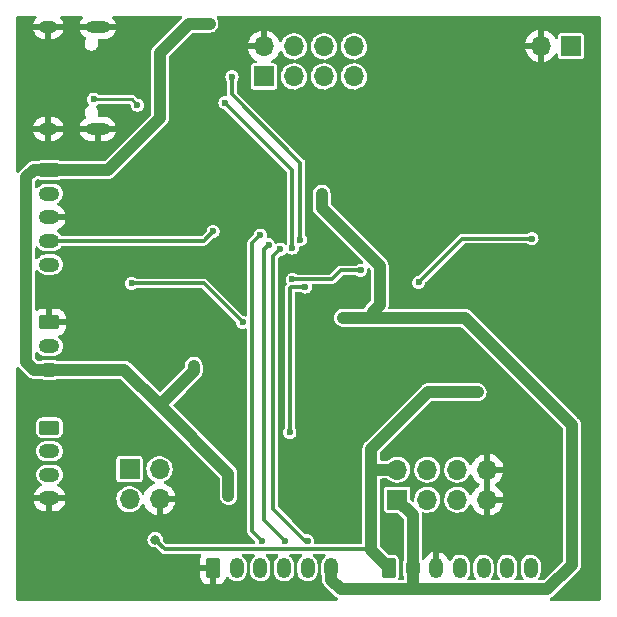
<source format=gbl>
G04 #@! TF.GenerationSoftware,KiCad,Pcbnew,(6.0.7-1)-1*
G04 #@! TF.CreationDate,2022-11-25T13:43:26+01:00*
G04 #@! TF.ProjectId,ESC-logic,4553432d-6c6f-4676-9963-2e6b69636164,rev?*
G04 #@! TF.SameCoordinates,Original*
G04 #@! TF.FileFunction,Copper,L4,Bot*
G04 #@! TF.FilePolarity,Positive*
%FSLAX46Y46*%
G04 Gerber Fmt 4.6, Leading zero omitted, Abs format (unit mm)*
G04 Created by KiCad (PCBNEW (6.0.7-1)-1) date 2022-11-25 13:43:26*
%MOMM*%
%LPD*%
G01*
G04 APERTURE LIST*
G04 Aperture macros list*
%AMRoundRect*
0 Rectangle with rounded corners*
0 $1 Rounding radius*
0 $2 $3 $4 $5 $6 $7 $8 $9 X,Y pos of 4 corners*
0 Add a 4 corners polygon primitive as box body*
4,1,4,$2,$3,$4,$5,$6,$7,$8,$9,$2,$3,0*
0 Add four circle primitives for the rounded corners*
1,1,$1+$1,$2,$3*
1,1,$1+$1,$4,$5*
1,1,$1+$1,$6,$7*
1,1,$1+$1,$8,$9*
0 Add four rect primitives between the rounded corners*
20,1,$1+$1,$2,$3,$4,$5,0*
20,1,$1+$1,$4,$5,$6,$7,0*
20,1,$1+$1,$6,$7,$8,$9,0*
20,1,$1+$1,$8,$9,$2,$3,0*%
G04 Aperture macros list end*
G04 #@! TA.AperFunction,ComponentPad*
%ADD10RoundRect,0.250000X-0.625000X0.350000X-0.625000X-0.350000X0.625000X-0.350000X0.625000X0.350000X0*%
G04 #@! TD*
G04 #@! TA.AperFunction,ComponentPad*
%ADD11O,1.750000X1.200000*%
G04 #@! TD*
G04 #@! TA.AperFunction,ComponentPad*
%ADD12R,1.700000X1.700000*%
G04 #@! TD*
G04 #@! TA.AperFunction,ComponentPad*
%ADD13O,1.700000X1.700000*%
G04 #@! TD*
G04 #@! TA.AperFunction,ComponentPad*
%ADD14RoundRect,0.250000X-0.350000X-0.625000X0.350000X-0.625000X0.350000X0.625000X-0.350000X0.625000X0*%
G04 #@! TD*
G04 #@! TA.AperFunction,ComponentPad*
%ADD15O,1.200000X1.750000*%
G04 #@! TD*
G04 #@! TA.AperFunction,ComponentPad*
%ADD16O,1.600000X1.000000*%
G04 #@! TD*
G04 #@! TA.AperFunction,ComponentPad*
%ADD17O,2.100000X1.000000*%
G04 #@! TD*
G04 #@! TA.AperFunction,ViaPad*
%ADD18C,0.600000*%
G04 #@! TD*
G04 #@! TA.AperFunction,ViaPad*
%ADD19C,0.800000*%
G04 #@! TD*
G04 #@! TA.AperFunction,Conductor*
%ADD20C,1.000000*%
G04 #@! TD*
G04 #@! TA.AperFunction,Conductor*
%ADD21C,0.300000*%
G04 #@! TD*
G04 #@! TA.AperFunction,Conductor*
%ADD22C,0.250000*%
G04 #@! TD*
G04 APERTURE END LIST*
D10*
X101050000Y-103100000D03*
D11*
X101050000Y-105100000D03*
X101050000Y-107100000D03*
X101050000Y-109100000D03*
D12*
X107825000Y-106625000D03*
D13*
X110365000Y-106625000D03*
X107825000Y-109165000D03*
X110365000Y-109165000D03*
D10*
X101050000Y-94200000D03*
D11*
X101050000Y-96200000D03*
X101050000Y-98200000D03*
D14*
X129800000Y-115000000D03*
D15*
X131800000Y-115000000D03*
X133800000Y-115000000D03*
X135800000Y-115000000D03*
X137800000Y-115000000D03*
X139800000Y-115000000D03*
X141800000Y-115000000D03*
D14*
X114900000Y-115000000D03*
D15*
X116900000Y-115000000D03*
X118900000Y-115000000D03*
X120900000Y-115000000D03*
X122900000Y-115000000D03*
X124900000Y-115000000D03*
D12*
X119200000Y-73375000D03*
D13*
X119200000Y-70835000D03*
X121740000Y-73375000D03*
X121740000Y-70835000D03*
X124280000Y-73375000D03*
X124280000Y-70835000D03*
X126820000Y-73375000D03*
X126820000Y-70835000D03*
D10*
X101050000Y-81300000D03*
D11*
X101050000Y-83300000D03*
X101050000Y-85300000D03*
X101050000Y-87300000D03*
X101050000Y-89300000D03*
D16*
X100950000Y-77820000D03*
D17*
X105130000Y-77820000D03*
X105130000Y-69180000D03*
D16*
X100950000Y-69180000D03*
D12*
X145200000Y-70800000D03*
D13*
X142660000Y-70800000D03*
D12*
X130500000Y-109200000D03*
D13*
X130500000Y-106660000D03*
X133040000Y-109200000D03*
X133040000Y-106660000D03*
X135580000Y-109200000D03*
X135580000Y-106660000D03*
X138120000Y-109200000D03*
X138120000Y-106660000D03*
D18*
X110500000Y-94400000D03*
D19*
X115200000Y-104200000D03*
D18*
X108400000Y-73900000D03*
D19*
X106100000Y-114900000D03*
D18*
X120700000Y-94700000D03*
X134300000Y-74000000D03*
X133200000Y-98300000D03*
X142800000Y-98000000D03*
D19*
X121500000Y-105100000D03*
X104450500Y-115900000D03*
D18*
X126700000Y-98900000D03*
D19*
X125900000Y-93800000D03*
X116200000Y-108900000D03*
X145300000Y-113300000D03*
X114600000Y-68900000D03*
X113262500Y-97862500D03*
X124100000Y-83300000D03*
X137300000Y-100100000D03*
X110000000Y-112600000D03*
D18*
X122700000Y-91200000D03*
X121400000Y-103500000D03*
X108000000Y-90900000D03*
X117400000Y-94200000D03*
X119000000Y-112700000D03*
X118900000Y-86800000D03*
X119599924Y-87625613D03*
X121000000Y-112700000D03*
X122900000Y-112700000D03*
X120600000Y-88000000D03*
X114900000Y-86500000D03*
X122300000Y-87200000D03*
X116500000Y-73400000D03*
X115900000Y-75600000D03*
X121600000Y-87900000D03*
X108500000Y-75800000D03*
X104800000Y-75300000D03*
X141900000Y-87100000D03*
X132300000Y-90800000D03*
X121606777Y-90550500D03*
X127400000Y-89800000D03*
D20*
X131800000Y-110500000D02*
X130500000Y-109200000D01*
X145300000Y-113300000D02*
X145300000Y-102900000D01*
X113262500Y-98337500D02*
X113262500Y-97862500D01*
X124100000Y-84500000D02*
X129000000Y-89400000D01*
X99100000Y-81900000D02*
X99700000Y-81300000D01*
X99100000Y-97575000D02*
X99100000Y-81900000D01*
X145300000Y-102900000D02*
X136200000Y-93800000D01*
X131800000Y-115000000D02*
X131800000Y-110500000D01*
X110400000Y-76900000D02*
X110400000Y-71400000D01*
X116200000Y-108900000D02*
X116200000Y-107000000D01*
X124900000Y-116000000D02*
X124900000Y-115000000D01*
X124100000Y-83300000D02*
X124100000Y-84500000D01*
X132100000Y-116800000D02*
X131800000Y-116500000D01*
X143200000Y-116800000D02*
X132100000Y-116800000D01*
X112900000Y-68900000D02*
X114600000Y-68900000D01*
X110400000Y-71400000D02*
X112900000Y-68900000D01*
X110400000Y-101200000D02*
X107400000Y-98200000D01*
X101050000Y-81300000D02*
X106000000Y-81300000D01*
X129000000Y-89400000D02*
X129000000Y-92700000D01*
X110400000Y-101200000D02*
X113262500Y-98337500D01*
X128400000Y-93800000D02*
X125900000Y-93800000D01*
X125700000Y-116800000D02*
X124900000Y-116000000D01*
X132100000Y-116800000D02*
X125700000Y-116800000D01*
X116200000Y-107000000D02*
X110400000Y-101200000D01*
X136200000Y-93800000D02*
X128400000Y-93800000D01*
X145300000Y-114700000D02*
X143200000Y-116800000D01*
X145300000Y-113300000D02*
X145300000Y-114700000D01*
X128400000Y-93300000D02*
X128400000Y-93800000D01*
X101050000Y-98200000D02*
X99725000Y-98200000D01*
X107400000Y-98200000D02*
X101050000Y-98200000D01*
X99725000Y-98200000D02*
X99100000Y-97575000D01*
X99700000Y-81300000D02*
X101050000Y-81300000D01*
X131800000Y-116500000D02*
X131800000Y-115000000D01*
X129000000Y-92700000D02*
X128400000Y-93300000D01*
X106000000Y-81300000D02*
X110400000Y-76900000D01*
X128300000Y-104900000D02*
X128300000Y-106500000D01*
D21*
X129800000Y-115000000D02*
X128200000Y-113400000D01*
D20*
X128300000Y-106500000D02*
X128300000Y-113500000D01*
X128300000Y-113500000D02*
X129800000Y-115000000D01*
X128460000Y-106660000D02*
X130500000Y-106660000D01*
D21*
X128200000Y-113400000D02*
X110800000Y-113400000D01*
D20*
X133100000Y-100100000D02*
X128300000Y-104900000D01*
X137300000Y-100100000D02*
X133100000Y-100100000D01*
D21*
X110800000Y-113400000D02*
X110000000Y-112600000D01*
D20*
X128300000Y-106500000D02*
X128460000Y-106660000D01*
D21*
X121400000Y-91300000D02*
X121500000Y-91200000D01*
X121500000Y-91200000D02*
X122700000Y-91200000D01*
X121400000Y-103500000D02*
X121400000Y-91300000D01*
X117400000Y-94200000D02*
X114100000Y-90900000D01*
X114100000Y-90900000D02*
X108000000Y-90900000D01*
X118200000Y-111900000D02*
X118200000Y-87500000D01*
X119000000Y-112700000D02*
X118200000Y-111900000D01*
X118200000Y-87500000D02*
X118900000Y-86800000D01*
X119200000Y-88025537D02*
X119599924Y-87625613D01*
X121000000Y-112700000D02*
X119200000Y-110900000D01*
X119200000Y-110900000D02*
X119200000Y-88025537D01*
X122700000Y-112700000D02*
X120000000Y-110000000D01*
X120000000Y-88600000D02*
X120600000Y-88000000D01*
X120000000Y-110000000D02*
X120000000Y-88600000D01*
X122900000Y-112700000D02*
X122700000Y-112700000D01*
X114100000Y-87300000D02*
X101050000Y-87300000D01*
X114900000Y-86500000D02*
X114100000Y-87300000D01*
X116500000Y-74900000D02*
X116500000Y-73400000D01*
X122300000Y-80700000D02*
X116500000Y-74900000D01*
X122300000Y-87200000D02*
X122300000Y-80700000D01*
X115900000Y-75600000D02*
X121600000Y-81300000D01*
X121600000Y-81300000D02*
X121600000Y-87900000D01*
D22*
X108500000Y-75800000D02*
X108000000Y-75300000D01*
X108000000Y-75300000D02*
X104800000Y-75300000D01*
D21*
X136000000Y-87100000D02*
X132300000Y-90800000D01*
X141900000Y-87100000D02*
X136000000Y-87100000D01*
X124149500Y-90550500D02*
X124949500Y-90550500D01*
X121606777Y-90550500D02*
X124149500Y-90550500D01*
X124949500Y-90550500D02*
X125600000Y-89900000D01*
X125600000Y-89900000D02*
X125700000Y-89800000D01*
X125700000Y-89800000D02*
X127400000Y-89800000D01*
G04 #@! TA.AperFunction,Conductor*
G36*
X147687621Y-68274502D02*
G01*
X147734114Y-68328158D01*
X147745500Y-68380500D01*
X147745500Y-117619500D01*
X147725498Y-117687621D01*
X147671842Y-117734114D01*
X147619500Y-117745500D01*
X143527441Y-117745500D01*
X143459320Y-117725498D01*
X143412827Y-117671842D01*
X143402723Y-117601568D01*
X143432217Y-117536988D01*
X143488610Y-117499633D01*
X143489498Y-117499345D01*
X143516222Y-117490688D01*
X143522479Y-117486891D01*
X143527926Y-117484398D01*
X143533254Y-117481730D01*
X143540134Y-117479232D01*
X143600849Y-117439426D01*
X143604559Y-117437085D01*
X143661838Y-117402327D01*
X143661840Y-117402325D01*
X143666633Y-117399417D01*
X143674974Y-117392051D01*
X143674996Y-117392076D01*
X143678041Y-117389376D01*
X143681146Y-117386780D01*
X143687268Y-117382766D01*
X143740216Y-117326873D01*
X143742593Y-117324432D01*
X145786301Y-115280723D01*
X145800712Y-115268338D01*
X145818071Y-115255563D01*
X145852089Y-115215521D01*
X145859019Y-115208005D01*
X145864662Y-115202362D01*
X145882214Y-115180178D01*
X145884981Y-115176804D01*
X145927243Y-115127058D01*
X145931982Y-115121480D01*
X145935311Y-115114961D01*
X145938628Y-115109987D01*
X145941763Y-115104911D01*
X145946307Y-115099168D01*
X145977053Y-115033382D01*
X145978985Y-115029430D01*
X146008665Y-114971305D01*
X146011993Y-114964788D01*
X146013732Y-114957680D01*
X146015814Y-114952082D01*
X146017701Y-114946409D01*
X146020800Y-114939779D01*
X146035587Y-114868689D01*
X146036557Y-114864404D01*
X146052476Y-114799346D01*
X146053811Y-114793892D01*
X146054500Y-114782786D01*
X146054534Y-114782788D01*
X146054777Y-114778731D01*
X146055137Y-114774696D01*
X146056628Y-114767528D01*
X146054546Y-114690586D01*
X146054500Y-114687178D01*
X146054500Y-102966766D01*
X146055933Y-102947816D01*
X146058074Y-102933746D01*
X146058074Y-102933740D01*
X146059174Y-102926511D01*
X146054915Y-102874152D01*
X146054500Y-102863937D01*
X146054500Y-102855947D01*
X146051226Y-102827865D01*
X146050795Y-102823509D01*
X146045503Y-102758448D01*
X146044910Y-102751152D01*
X146042653Y-102744186D01*
X146041481Y-102738318D01*
X146040110Y-102732517D01*
X146039262Y-102725246D01*
X146014477Y-102656965D01*
X146013051Y-102652810D01*
X145992945Y-102590744D01*
X145992944Y-102590741D01*
X145990688Y-102583778D01*
X145986889Y-102577518D01*
X145984390Y-102572059D01*
X145981729Y-102566744D01*
X145979232Y-102559866D01*
X145975224Y-102553752D01*
X145975220Y-102553745D01*
X145939408Y-102499124D01*
X145937061Y-102495404D01*
X145902324Y-102438160D01*
X145899416Y-102433367D01*
X145892050Y-102425026D01*
X145892075Y-102425004D01*
X145889385Y-102421970D01*
X145886781Y-102418855D01*
X145882766Y-102412732D01*
X145826854Y-102359766D01*
X145824413Y-102357389D01*
X136780724Y-93313700D01*
X136768337Y-93299287D01*
X136759904Y-93287828D01*
X136755563Y-93281929D01*
X136715521Y-93247911D01*
X136708005Y-93240981D01*
X136702362Y-93235338D01*
X136680202Y-93217806D01*
X136676816Y-93215030D01*
X136627058Y-93172757D01*
X136627059Y-93172757D01*
X136621480Y-93168018D01*
X136614960Y-93164689D01*
X136609982Y-93161369D01*
X136604909Y-93158236D01*
X136599167Y-93153693D01*
X136567604Y-93138941D01*
X136533383Y-93122947D01*
X136529433Y-93121016D01*
X136484094Y-93097865D01*
X136464788Y-93088007D01*
X136457678Y-93086267D01*
X136452058Y-93084177D01*
X136446407Y-93082297D01*
X136439778Y-93079199D01*
X136432614Y-93077709D01*
X136432611Y-93077708D01*
X136392505Y-93069367D01*
X136368686Y-93064413D01*
X136364427Y-93063449D01*
X136293892Y-93046189D01*
X136288295Y-93045842D01*
X136288290Y-93045841D01*
X136282786Y-93045500D01*
X136282788Y-93045466D01*
X136278729Y-93045223D01*
X136274695Y-93044863D01*
X136267527Y-93043372D01*
X136260210Y-93043570D01*
X136190585Y-93045454D01*
X136187177Y-93045500D01*
X129853716Y-93045500D01*
X129785595Y-93025498D01*
X129739102Y-92971842D01*
X129728998Y-92901568D01*
X129730356Y-92893842D01*
X129735588Y-92868687D01*
X129736559Y-92864397D01*
X129752476Y-92799347D01*
X129753811Y-92793892D01*
X129754500Y-92782786D01*
X129754534Y-92782788D01*
X129754777Y-92778729D01*
X129755137Y-92774695D01*
X129756628Y-92767527D01*
X129754546Y-92690585D01*
X129754500Y-92687177D01*
X129754500Y-90800000D01*
X131740715Y-90800000D01*
X131741793Y-90808188D01*
X131757220Y-90925366D01*
X131759772Y-90944754D01*
X131762931Y-90952380D01*
X131805540Y-91055246D01*
X131815645Y-91079642D01*
X131858349Y-91135295D01*
X131892378Y-91179642D01*
X131904526Y-91195474D01*
X131911076Y-91200500D01*
X131911079Y-91200503D01*
X132013804Y-91279327D01*
X132020357Y-91284355D01*
X132155246Y-91340228D01*
X132300000Y-91359285D01*
X132308188Y-91358207D01*
X132436566Y-91341306D01*
X132444754Y-91340228D01*
X132579643Y-91284355D01*
X132586196Y-91279327D01*
X132688921Y-91200503D01*
X132688924Y-91200500D01*
X132695474Y-91195474D01*
X132707623Y-91179642D01*
X132741651Y-91135295D01*
X132784355Y-91079642D01*
X132794461Y-91055246D01*
X132837069Y-90952380D01*
X132840228Y-90944754D01*
X132842781Y-90925366D01*
X132851767Y-90857105D01*
X132880489Y-90792178D01*
X132887594Y-90784456D01*
X136130645Y-87541405D01*
X136192957Y-87507379D01*
X136219740Y-87504500D01*
X141473518Y-87504500D01*
X141541639Y-87524502D01*
X141550222Y-87530538D01*
X141562100Y-87539652D01*
X141620357Y-87584355D01*
X141755246Y-87640228D01*
X141763434Y-87641306D01*
X141827623Y-87649756D01*
X141900000Y-87659285D01*
X141908188Y-87658207D01*
X142036566Y-87641306D01*
X142044754Y-87640228D01*
X142179643Y-87584355D01*
X142186196Y-87579327D01*
X142288921Y-87500503D01*
X142288924Y-87500500D01*
X142295474Y-87495474D01*
X142306689Y-87480859D01*
X142364782Y-87405150D01*
X142384355Y-87379642D01*
X142395648Y-87352380D01*
X142437069Y-87252380D01*
X142440228Y-87244754D01*
X142459285Y-87100000D01*
X142451000Y-87037068D01*
X142441306Y-86963432D01*
X142441305Y-86963430D01*
X142440228Y-86955246D01*
X142420422Y-86907430D01*
X142387515Y-86827986D01*
X142387514Y-86827984D01*
X142384355Y-86820358D01*
X142311289Y-86725136D01*
X142300501Y-86711077D01*
X142300500Y-86711076D01*
X142295474Y-86704526D01*
X142288924Y-86699500D01*
X142288921Y-86699497D01*
X142186196Y-86620673D01*
X142186194Y-86620672D01*
X142179643Y-86615645D01*
X142044754Y-86559772D01*
X142013209Y-86555619D01*
X141908188Y-86541793D01*
X141900000Y-86540715D01*
X141891812Y-86541793D01*
X141763432Y-86558694D01*
X141763430Y-86558695D01*
X141755246Y-86559772D01*
X141620358Y-86615645D01*
X141550220Y-86669464D01*
X141484001Y-86695063D01*
X141473518Y-86695500D01*
X135935934Y-86695500D01*
X135926501Y-86698565D01*
X135914714Y-86702395D01*
X135895483Y-86707012D01*
X135889363Y-86707981D01*
X135883244Y-86708950D01*
X135883243Y-86708950D01*
X135873445Y-86710502D01*
X135864610Y-86715004D01*
X135864606Y-86715005D01*
X135853557Y-86720635D01*
X135835295Y-86728199D01*
X135823503Y-86732031D01*
X135823501Y-86732032D01*
X135814071Y-86735096D01*
X135803337Y-86742895D01*
X135796017Y-86748213D01*
X135779160Y-86758543D01*
X135759277Y-86768674D01*
X135736489Y-86791462D01*
X135736485Y-86791465D01*
X132315544Y-90212406D01*
X132253232Y-90246432D01*
X132242901Y-90248232D01*
X132205667Y-90253134D01*
X132163432Y-90258694D01*
X132163430Y-90258695D01*
X132155246Y-90259772D01*
X132110067Y-90278486D01*
X132027986Y-90312485D01*
X132027984Y-90312486D01*
X132020358Y-90315645D01*
X131904526Y-90404526D01*
X131899503Y-90411072D01*
X131895994Y-90415645D01*
X131815645Y-90520358D01*
X131812486Y-90527984D01*
X131812485Y-90527986D01*
X131792726Y-90575689D01*
X131759772Y-90655246D01*
X131758695Y-90663430D01*
X131758694Y-90663432D01*
X131754505Y-90695254D01*
X131740715Y-90800000D01*
X129754500Y-90800000D01*
X129754500Y-89466765D01*
X129755933Y-89447814D01*
X129758074Y-89433744D01*
X129758074Y-89433740D01*
X129759174Y-89426511D01*
X129756652Y-89395500D01*
X129754915Y-89374152D01*
X129754500Y-89363937D01*
X129754500Y-89355947D01*
X129751226Y-89327865D01*
X129750795Y-89323509D01*
X129750564Y-89320668D01*
X129744910Y-89251152D01*
X129742653Y-89244186D01*
X129741481Y-89238318D01*
X129740110Y-89232517D01*
X129739262Y-89225246D01*
X129714477Y-89156965D01*
X129713051Y-89152810D01*
X129692945Y-89090744D01*
X129692944Y-89090741D01*
X129690688Y-89083778D01*
X129686892Y-89077523D01*
X129684391Y-89072059D01*
X129681728Y-89066741D01*
X129679232Y-89059866D01*
X129639421Y-88999144D01*
X129637074Y-88995425D01*
X129599416Y-88933366D01*
X129592050Y-88925026D01*
X129592076Y-88925003D01*
X129589378Y-88921962D01*
X129586781Y-88918856D01*
X129582766Y-88912732D01*
X129526854Y-88859766D01*
X129524413Y-88857389D01*
X124891405Y-84224381D01*
X124857379Y-84162069D01*
X124854500Y-84135286D01*
X124854500Y-83255947D01*
X124839262Y-83125246D01*
X124818793Y-83068853D01*
X124781729Y-82966745D01*
X124779232Y-82959866D01*
X124682766Y-82812732D01*
X124555040Y-82691736D01*
X124402904Y-82603368D01*
X124234520Y-82552370D01*
X124058920Y-82541476D01*
X124051704Y-82542716D01*
X124051702Y-82542716D01*
X123892738Y-82570031D01*
X123892736Y-82570032D01*
X123885523Y-82571271D01*
X123723632Y-82640156D01*
X123581929Y-82744437D01*
X123468018Y-82878520D01*
X123464690Y-82885038D01*
X123391334Y-83028695D01*
X123391332Y-83028700D01*
X123388007Y-83035212D01*
X123346189Y-83206108D01*
X123345500Y-83217214D01*
X123345500Y-84433235D01*
X123344067Y-84452184D01*
X123340826Y-84473489D01*
X123341419Y-84480780D01*
X123341419Y-84480783D01*
X123345085Y-84525848D01*
X123345500Y-84536063D01*
X123345500Y-84544053D01*
X123345925Y-84547697D01*
X123348771Y-84572113D01*
X123349204Y-84576487D01*
X123355090Y-84648847D01*
X123357345Y-84655809D01*
X123358518Y-84661677D01*
X123359890Y-84667484D01*
X123360738Y-84674754D01*
X123385532Y-84743060D01*
X123386940Y-84747163D01*
X123409312Y-84816222D01*
X123413109Y-84822479D01*
X123415602Y-84827926D01*
X123418270Y-84833254D01*
X123420768Y-84840134D01*
X123424782Y-84846256D01*
X123460568Y-84900839D01*
X123462915Y-84904559D01*
X123500583Y-84966633D01*
X123504295Y-84970836D01*
X123507949Y-84974974D01*
X123507924Y-84974996D01*
X123510624Y-84978041D01*
X123513220Y-84981146D01*
X123517234Y-84987268D01*
X123573126Y-85040215D01*
X123575568Y-85042593D01*
X125906421Y-87373445D01*
X127567881Y-89034905D01*
X127601907Y-89097217D01*
X127596842Y-89168032D01*
X127554295Y-89224868D01*
X127487775Y-89249679D01*
X127462340Y-89248922D01*
X127408188Y-89241793D01*
X127400000Y-89240715D01*
X127391812Y-89241793D01*
X127263432Y-89258694D01*
X127263430Y-89258695D01*
X127255246Y-89259772D01*
X127120358Y-89315645D01*
X127050220Y-89369464D01*
X126984001Y-89395063D01*
X126973518Y-89395500D01*
X125668166Y-89395500D01*
X125668162Y-89395501D01*
X125635934Y-89395501D01*
X125626497Y-89398567D01*
X125626498Y-89398567D01*
X125614718Y-89402394D01*
X125595493Y-89407010D01*
X125573445Y-89410502D01*
X125553560Y-89420634D01*
X125535296Y-89428199D01*
X125523507Y-89432030D01*
X125523506Y-89432031D01*
X125514071Y-89435096D01*
X125506047Y-89440926D01*
X125506045Y-89440927D01*
X125496023Y-89448209D01*
X125479164Y-89458541D01*
X125459277Y-89468674D01*
X125436485Y-89491466D01*
X125336486Y-89591464D01*
X124818855Y-90109095D01*
X124756543Y-90143121D01*
X124729760Y-90146000D01*
X122033259Y-90146000D01*
X121965138Y-90125998D01*
X121956555Y-90119962D01*
X121892973Y-90071173D01*
X121892971Y-90071172D01*
X121886420Y-90066145D01*
X121751531Y-90010272D01*
X121606777Y-89991215D01*
X121598589Y-89992293D01*
X121470209Y-90009194D01*
X121470207Y-90009195D01*
X121462023Y-90010272D01*
X121414207Y-90030078D01*
X121334763Y-90062985D01*
X121334761Y-90062986D01*
X121327135Y-90066145D01*
X121268937Y-90110802D01*
X121231553Y-90139488D01*
X121211303Y-90155026D01*
X121122422Y-90270858D01*
X121066549Y-90405746D01*
X121065472Y-90413930D01*
X121065471Y-90413932D01*
X121053422Y-90505460D01*
X121047492Y-90550500D01*
X121048570Y-90558688D01*
X121062360Y-90663432D01*
X121066549Y-90695254D01*
X121069708Y-90702880D01*
X121116026Y-90814700D01*
X121122422Y-90830142D01*
X121127449Y-90836693D01*
X121131303Y-90841716D01*
X121156903Y-90907937D01*
X121142638Y-90977485D01*
X121120435Y-91007515D01*
X121091465Y-91036485D01*
X121091462Y-91036489D01*
X121068674Y-91059277D01*
X121064171Y-91068115D01*
X121058546Y-91079154D01*
X121048216Y-91096011D01*
X121045265Y-91100073D01*
X121035095Y-91114071D01*
X121032030Y-91123504D01*
X121028199Y-91135295D01*
X121020634Y-91153561D01*
X121010502Y-91173445D01*
X121008951Y-91183238D01*
X121007011Y-91195487D01*
X121002395Y-91214713D01*
X120995500Y-91235934D01*
X120995500Y-103073518D01*
X120975498Y-103141639D01*
X120969471Y-103150211D01*
X120915645Y-103220358D01*
X120859772Y-103355246D01*
X120840715Y-103500000D01*
X120859772Y-103644754D01*
X120915645Y-103779642D01*
X121004526Y-103895474D01*
X121011076Y-103900500D01*
X121011079Y-103900503D01*
X121113804Y-103979327D01*
X121120357Y-103984355D01*
X121255246Y-104040228D01*
X121400000Y-104059285D01*
X121408188Y-104058207D01*
X121536566Y-104041306D01*
X121544754Y-104040228D01*
X121679643Y-103984355D01*
X121686196Y-103979327D01*
X121788921Y-103900503D01*
X121788924Y-103900500D01*
X121795474Y-103895474D01*
X121884355Y-103779642D01*
X121940228Y-103644754D01*
X121959285Y-103500000D01*
X121940228Y-103355246D01*
X121884355Y-103220358D01*
X121830536Y-103150220D01*
X121804937Y-103084001D01*
X121804500Y-103073518D01*
X121804500Y-91730500D01*
X121824502Y-91662379D01*
X121878158Y-91615886D01*
X121930500Y-91604500D01*
X122273518Y-91604500D01*
X122341639Y-91624502D01*
X122350222Y-91630538D01*
X122391718Y-91662379D01*
X122420357Y-91684355D01*
X122555246Y-91740228D01*
X122700000Y-91759285D01*
X122708188Y-91758207D01*
X122836566Y-91741306D01*
X122844754Y-91740228D01*
X122979643Y-91684355D01*
X122986196Y-91679327D01*
X123088921Y-91600503D01*
X123088924Y-91600500D01*
X123095474Y-91595474D01*
X123184355Y-91479642D01*
X123192788Y-91459285D01*
X123234209Y-91359285D01*
X123240228Y-91344754D01*
X123245528Y-91304500D01*
X123258207Y-91208188D01*
X123259285Y-91200000D01*
X123254626Y-91164612D01*
X123245784Y-91097446D01*
X123256724Y-91027297D01*
X123303852Y-90974199D01*
X123370706Y-90955000D01*
X125013566Y-90955000D01*
X125022998Y-90951935D01*
X125023000Y-90951935D01*
X125034787Y-90948105D01*
X125054013Y-90943489D01*
X125066262Y-90941549D01*
X125076055Y-90939998D01*
X125095939Y-90929866D01*
X125114205Y-90922301D01*
X125125996Y-90918470D01*
X125135429Y-90915405D01*
X125153489Y-90902284D01*
X125170346Y-90891954D01*
X125170625Y-90891812D01*
X125190223Y-90881826D01*
X125213011Y-90859038D01*
X125213015Y-90859035D01*
X125830645Y-90241405D01*
X125892957Y-90207379D01*
X125919740Y-90204500D01*
X126973518Y-90204500D01*
X127041639Y-90224502D01*
X127050222Y-90230538D01*
X127102768Y-90270858D01*
X127120357Y-90284355D01*
X127255246Y-90340228D01*
X127400000Y-90359285D01*
X127408188Y-90358207D01*
X127536566Y-90341306D01*
X127544754Y-90340228D01*
X127679643Y-90284355D01*
X127687292Y-90278486D01*
X127788921Y-90200503D01*
X127788924Y-90200500D01*
X127795474Y-90195474D01*
X127826915Y-90154500D01*
X127879328Y-90086193D01*
X127884355Y-90079642D01*
X127887864Y-90071172D01*
X127937069Y-89952380D01*
X127940228Y-89944754D01*
X127959285Y-89800000D01*
X127951078Y-89737660D01*
X127962018Y-89667511D01*
X128009146Y-89614413D01*
X128077500Y-89595223D01*
X128145378Y-89616034D01*
X128165095Y-89632119D01*
X128208595Y-89675619D01*
X128242621Y-89737931D01*
X128245500Y-89764714D01*
X128245500Y-92335284D01*
X128225498Y-92403405D01*
X128208596Y-92424379D01*
X127913697Y-92719279D01*
X127899283Y-92731666D01*
X127887823Y-92740099D01*
X127887820Y-92740102D01*
X127881929Y-92744437D01*
X127847909Y-92784481D01*
X127840994Y-92791981D01*
X127835338Y-92797638D01*
X127817806Y-92819798D01*
X127815039Y-92823173D01*
X127768018Y-92878520D01*
X127764689Y-92885040D01*
X127761369Y-92890018D01*
X127758236Y-92895091D01*
X127753693Y-92900833D01*
X127750593Y-92907466D01*
X127722947Y-92966617D01*
X127721014Y-92970572D01*
X127717831Y-92976805D01*
X127669036Y-93028376D01*
X127605616Y-93045500D01*
X125855947Y-93045500D01*
X125764050Y-93056214D01*
X125732518Y-93059890D01*
X125732516Y-93059890D01*
X125725246Y-93060738D01*
X125718369Y-93063234D01*
X125718366Y-93063235D01*
X125601796Y-93105548D01*
X125559866Y-93120768D01*
X125553749Y-93124778D01*
X125553746Y-93124780D01*
X125495815Y-93162762D01*
X125412732Y-93217234D01*
X125291736Y-93344960D01*
X125203368Y-93497096D01*
X125152370Y-93665480D01*
X125141476Y-93841080D01*
X125142716Y-93848296D01*
X125142716Y-93848298D01*
X125170031Y-94007262D01*
X125171271Y-94014477D01*
X125240156Y-94176368D01*
X125344437Y-94318071D01*
X125478520Y-94431982D01*
X125521640Y-94454000D01*
X125628695Y-94508666D01*
X125628700Y-94508668D01*
X125635212Y-94511993D01*
X125642318Y-94513732D01*
X125642321Y-94513733D01*
X125723710Y-94533648D01*
X125806108Y-94553811D01*
X125811710Y-94554159D01*
X125811713Y-94554159D01*
X125815275Y-94554380D01*
X125815284Y-94554380D01*
X125817214Y-94554500D01*
X128372316Y-94554500D01*
X128380118Y-94554742D01*
X128441080Y-94558524D01*
X128453908Y-94556320D01*
X128475244Y-94554500D01*
X135835285Y-94554500D01*
X135903406Y-94574502D01*
X135924380Y-94591405D01*
X144508595Y-103175619D01*
X144542621Y-103237931D01*
X144545500Y-103264714D01*
X144545500Y-114335286D01*
X144525498Y-114403407D01*
X144508595Y-114424381D01*
X142924381Y-116008595D01*
X142862069Y-116042621D01*
X142835286Y-116045500D01*
X142541499Y-116045500D01*
X142473378Y-116025498D01*
X142426885Y-115971842D01*
X142416781Y-115901568D01*
X142441403Y-115842971D01*
X142506746Y-115757505D01*
X142535219Y-115720264D01*
X142544472Y-115700421D01*
X142610802Y-115558177D01*
X142610803Y-115558174D01*
X142613682Y-115552000D01*
X142654182Y-115370812D01*
X142654500Y-115365124D01*
X142654500Y-114678615D01*
X142639488Y-114540427D01*
X142598889Y-114419790D01*
X142582448Y-114370936D01*
X142582447Y-114370934D01*
X142580270Y-114364465D01*
X142484649Y-114205323D01*
X142468754Y-114188514D01*
X142361773Y-114075386D01*
X142361771Y-114075384D01*
X142357084Y-114070428D01*
X142203529Y-113966072D01*
X142197195Y-113963539D01*
X142197192Y-113963537D01*
X142037484Y-113899658D01*
X142037479Y-113899657D01*
X142031147Y-113897124D01*
X142024420Y-113896010D01*
X142024415Y-113896009D01*
X141854718Y-113867916D01*
X141854715Y-113867916D01*
X141847981Y-113866801D01*
X141841164Y-113867158D01*
X141841160Y-113867158D01*
X141690080Y-113875077D01*
X141662576Y-113876518D01*
X141656004Y-113878328D01*
X141655999Y-113878329D01*
X141490165Y-113924008D01*
X141483583Y-113925821D01*
X141319352Y-114012410D01*
X141177546Y-114132245D01*
X141173399Y-114137668D01*
X141173398Y-114137670D01*
X141068925Y-114274315D01*
X141068923Y-114274319D01*
X141064781Y-114279736D01*
X141061899Y-114285916D01*
X141061898Y-114285918D01*
X140997332Y-114424381D01*
X140986318Y-114448000D01*
X140945818Y-114629188D01*
X140945500Y-114634876D01*
X140945500Y-115321385D01*
X140960512Y-115459573D01*
X141019730Y-115635535D01*
X141115351Y-115794677D01*
X141120039Y-115799634D01*
X141120041Y-115799637D01*
X141151522Y-115832926D01*
X141183795Y-115896164D01*
X141176756Y-115966810D01*
X141132639Y-116022436D01*
X141059975Y-116045500D01*
X140541499Y-116045500D01*
X140473378Y-116025498D01*
X140426885Y-115971842D01*
X140416781Y-115901568D01*
X140441403Y-115842971D01*
X140506746Y-115757505D01*
X140535219Y-115720264D01*
X140544472Y-115700421D01*
X140610802Y-115558177D01*
X140610803Y-115558174D01*
X140613682Y-115552000D01*
X140654182Y-115370812D01*
X140654500Y-115365124D01*
X140654500Y-114678615D01*
X140639488Y-114540427D01*
X140598889Y-114419790D01*
X140582448Y-114370936D01*
X140582447Y-114370934D01*
X140580270Y-114364465D01*
X140484649Y-114205323D01*
X140468754Y-114188514D01*
X140361773Y-114075386D01*
X140361771Y-114075384D01*
X140357084Y-114070428D01*
X140203529Y-113966072D01*
X140197195Y-113963539D01*
X140197192Y-113963537D01*
X140037484Y-113899658D01*
X140037479Y-113899657D01*
X140031147Y-113897124D01*
X140024420Y-113896010D01*
X140024415Y-113896009D01*
X139854718Y-113867916D01*
X139854715Y-113867916D01*
X139847981Y-113866801D01*
X139841164Y-113867158D01*
X139841160Y-113867158D01*
X139690080Y-113875077D01*
X139662576Y-113876518D01*
X139656004Y-113878328D01*
X139655999Y-113878329D01*
X139490165Y-113924008D01*
X139483583Y-113925821D01*
X139319352Y-114012410D01*
X139177546Y-114132245D01*
X139173399Y-114137668D01*
X139173398Y-114137670D01*
X139068925Y-114274315D01*
X139068923Y-114274319D01*
X139064781Y-114279736D01*
X139061899Y-114285916D01*
X139061898Y-114285918D01*
X138997332Y-114424381D01*
X138986318Y-114448000D01*
X138945818Y-114629188D01*
X138945500Y-114634876D01*
X138945500Y-115321385D01*
X138960512Y-115459573D01*
X139019730Y-115635535D01*
X139115351Y-115794677D01*
X139120039Y-115799634D01*
X139120041Y-115799637D01*
X139151522Y-115832926D01*
X139183795Y-115896164D01*
X139176756Y-115966810D01*
X139132639Y-116022436D01*
X139059975Y-116045500D01*
X138541499Y-116045500D01*
X138473378Y-116025498D01*
X138426885Y-115971842D01*
X138416781Y-115901568D01*
X138441403Y-115842971D01*
X138506746Y-115757505D01*
X138535219Y-115720264D01*
X138544472Y-115700421D01*
X138610802Y-115558177D01*
X138610803Y-115558174D01*
X138613682Y-115552000D01*
X138654182Y-115370812D01*
X138654500Y-115365124D01*
X138654500Y-114678615D01*
X138639488Y-114540427D01*
X138598889Y-114419790D01*
X138582448Y-114370936D01*
X138582447Y-114370934D01*
X138580270Y-114364465D01*
X138484649Y-114205323D01*
X138468754Y-114188514D01*
X138361773Y-114075386D01*
X138361771Y-114075384D01*
X138357084Y-114070428D01*
X138203529Y-113966072D01*
X138197195Y-113963539D01*
X138197192Y-113963537D01*
X138037484Y-113899658D01*
X138037479Y-113899657D01*
X138031147Y-113897124D01*
X138024420Y-113896010D01*
X138024415Y-113896009D01*
X137854718Y-113867916D01*
X137854715Y-113867916D01*
X137847981Y-113866801D01*
X137841164Y-113867158D01*
X137841160Y-113867158D01*
X137690080Y-113875077D01*
X137662576Y-113876518D01*
X137656004Y-113878328D01*
X137655999Y-113878329D01*
X137490165Y-113924008D01*
X137483583Y-113925821D01*
X137319352Y-114012410D01*
X137177546Y-114132245D01*
X137173399Y-114137668D01*
X137173398Y-114137670D01*
X137068925Y-114274315D01*
X137068923Y-114274319D01*
X137064781Y-114279736D01*
X137061899Y-114285916D01*
X137061898Y-114285918D01*
X136997332Y-114424381D01*
X136986318Y-114448000D01*
X136945818Y-114629188D01*
X136945500Y-114634876D01*
X136945500Y-115321385D01*
X136960512Y-115459573D01*
X137019730Y-115635535D01*
X137115351Y-115794677D01*
X137120039Y-115799634D01*
X137120041Y-115799637D01*
X137151522Y-115832926D01*
X137183795Y-115896164D01*
X137176756Y-115966810D01*
X137132639Y-116022436D01*
X137059975Y-116045500D01*
X136541499Y-116045500D01*
X136473378Y-116025498D01*
X136426885Y-115971842D01*
X136416781Y-115901568D01*
X136441403Y-115842971D01*
X136506746Y-115757505D01*
X136535219Y-115720264D01*
X136544472Y-115700421D01*
X136610802Y-115558177D01*
X136610803Y-115558174D01*
X136613682Y-115552000D01*
X136654182Y-115370812D01*
X136654500Y-115365124D01*
X136654500Y-114678615D01*
X136639488Y-114540427D01*
X136598889Y-114419790D01*
X136582448Y-114370936D01*
X136582447Y-114370934D01*
X136580270Y-114364465D01*
X136484649Y-114205323D01*
X136468754Y-114188514D01*
X136361773Y-114075386D01*
X136361771Y-114075384D01*
X136357084Y-114070428D01*
X136203529Y-113966072D01*
X136197195Y-113963539D01*
X136197192Y-113963537D01*
X136037484Y-113899658D01*
X136037479Y-113899657D01*
X136031147Y-113897124D01*
X136024420Y-113896010D01*
X136024415Y-113896009D01*
X135854718Y-113867916D01*
X135854715Y-113867916D01*
X135847981Y-113866801D01*
X135841164Y-113867158D01*
X135841160Y-113867158D01*
X135690080Y-113875077D01*
X135662576Y-113876518D01*
X135656004Y-113878328D01*
X135655999Y-113878329D01*
X135490165Y-113924008D01*
X135483583Y-113925821D01*
X135319352Y-114012410D01*
X135177546Y-114132245D01*
X135173399Y-114137668D01*
X135173398Y-114137670D01*
X135068925Y-114274315D01*
X135068923Y-114274319D01*
X135064781Y-114279736D01*
X135061898Y-114285919D01*
X135055619Y-114299383D01*
X135008701Y-114352667D01*
X134940423Y-114372127D01*
X134872464Y-114351584D01*
X134829409Y-114303823D01*
X134739381Y-114129022D01*
X134732931Y-114118976D01*
X134609738Y-113962143D01*
X134601501Y-113953494D01*
X134450877Y-113822788D01*
X134441153Y-113815853D01*
X134268533Y-113715990D01*
X134257669Y-113711016D01*
X134069273Y-113645593D01*
X134068284Y-113645352D01*
X134057992Y-113646820D01*
X134054000Y-113660385D01*
X134054000Y-115128000D01*
X134033998Y-115196121D01*
X133980342Y-115242614D01*
X133928000Y-115254000D01*
X133672000Y-115254000D01*
X133603879Y-115233998D01*
X133557386Y-115180342D01*
X133546000Y-115128000D01*
X133546000Y-113664598D01*
X133542027Y-113651067D01*
X133532601Y-113649712D01*
X133443463Y-113671194D01*
X133432168Y-113675083D01*
X133250618Y-113757629D01*
X133240276Y-113763576D01*
X133077603Y-113878968D01*
X133068575Y-113886761D01*
X132930658Y-114030831D01*
X132923262Y-114040196D01*
X132815079Y-114207741D01*
X132809583Y-114218345D01*
X132797366Y-114248659D01*
X132753351Y-114304365D01*
X132686206Y-114327432D01*
X132617249Y-114310535D01*
X132568374Y-114259040D01*
X132554500Y-114201561D01*
X132554500Y-110566765D01*
X132555933Y-110547815D01*
X132558074Y-110533745D01*
X132558074Y-110533741D01*
X132559174Y-110526511D01*
X132558569Y-110519065D01*
X132554915Y-110474152D01*
X132554500Y-110463937D01*
X132554500Y-110455947D01*
X132551560Y-110430729D01*
X132551229Y-110427887D01*
X132550796Y-110423512D01*
X132547988Y-110388990D01*
X132562401Y-110319472D01*
X132612111Y-110268782D01*
X132681335Y-110253014D01*
X132701381Y-110255882D01*
X132889579Y-110298467D01*
X132889584Y-110298468D01*
X132895216Y-110299742D01*
X132900987Y-110299969D01*
X132900989Y-110299969D01*
X132960756Y-110302317D01*
X133098053Y-110307712D01*
X133205348Y-110292155D01*
X133293231Y-110279413D01*
X133293236Y-110279412D01*
X133298945Y-110278584D01*
X133304409Y-110276729D01*
X133304414Y-110276728D01*
X133485693Y-110215192D01*
X133485698Y-110215190D01*
X133491165Y-110213334D01*
X133499276Y-110208792D01*
X133586639Y-110159866D01*
X133668276Y-110114147D01*
X133691635Y-110094720D01*
X133795696Y-110008172D01*
X133824345Y-109984345D01*
X133881463Y-109915669D01*
X133950453Y-109832718D01*
X133950455Y-109832715D01*
X133954147Y-109828276D01*
X134053334Y-109651165D01*
X134055190Y-109645698D01*
X134055192Y-109645693D01*
X134116728Y-109464414D01*
X134116729Y-109464409D01*
X134118584Y-109458945D01*
X134119412Y-109453236D01*
X134119413Y-109453231D01*
X134137726Y-109326928D01*
X134147712Y-109258053D01*
X134149232Y-109200000D01*
X134146564Y-109170964D01*
X134471148Y-109170964D01*
X134484424Y-109373522D01*
X134485845Y-109379118D01*
X134485846Y-109379123D01*
X134529513Y-109551059D01*
X134534392Y-109570269D01*
X134536809Y-109575512D01*
X134574010Y-109656208D01*
X134619377Y-109754616D01*
X134622710Y-109759332D01*
X134729006Y-109909738D01*
X134736533Y-109920389D01*
X134881938Y-110062035D01*
X135050720Y-110174812D01*
X135056023Y-110177090D01*
X135056026Y-110177092D01*
X135212721Y-110244413D01*
X135237228Y-110254942D01*
X135298392Y-110268782D01*
X135429579Y-110298467D01*
X135429584Y-110298468D01*
X135435216Y-110299742D01*
X135440987Y-110299969D01*
X135440989Y-110299969D01*
X135500756Y-110302317D01*
X135638053Y-110307712D01*
X135745348Y-110292155D01*
X135833231Y-110279413D01*
X135833236Y-110279412D01*
X135838945Y-110278584D01*
X135844409Y-110276729D01*
X135844414Y-110276728D01*
X136025693Y-110215192D01*
X136025698Y-110215190D01*
X136031165Y-110213334D01*
X136039276Y-110208792D01*
X136126639Y-110159866D01*
X136208276Y-110114147D01*
X136231635Y-110094720D01*
X136335696Y-110008172D01*
X136364345Y-109984345D01*
X136421463Y-109915669D01*
X136490453Y-109832718D01*
X136490455Y-109832715D01*
X136494147Y-109828276D01*
X136593334Y-109651165D01*
X136595720Y-109644135D01*
X136596170Y-109643496D01*
X136597541Y-109640416D01*
X136598146Y-109640685D01*
X136636553Y-109586059D01*
X136702305Y-109559278D01*
X136772098Y-109572295D01*
X136823773Y-109620980D01*
X136831777Y-109637229D01*
X136901770Y-109809603D01*
X136906413Y-109818794D01*
X137017694Y-110000388D01*
X137023777Y-110008699D01*
X137163213Y-110169667D01*
X137170580Y-110176883D01*
X137334434Y-110312916D01*
X137342881Y-110318831D01*
X137526756Y-110426279D01*
X137536042Y-110430729D01*
X137735001Y-110506703D01*
X137744899Y-110509579D01*
X137848250Y-110530606D01*
X137862299Y-110529410D01*
X137866000Y-110519065D01*
X137866000Y-110518517D01*
X138374000Y-110518517D01*
X138378064Y-110532359D01*
X138391478Y-110534393D01*
X138398184Y-110533534D01*
X138408262Y-110531392D01*
X138612255Y-110470191D01*
X138621842Y-110466433D01*
X138813095Y-110372739D01*
X138821945Y-110367464D01*
X138995328Y-110243792D01*
X139003200Y-110237139D01*
X139154052Y-110086812D01*
X139160730Y-110078965D01*
X139285003Y-109906020D01*
X139290313Y-109897183D01*
X139384670Y-109706267D01*
X139388469Y-109696672D01*
X139450377Y-109492910D01*
X139452555Y-109482837D01*
X139453986Y-109471962D01*
X139451775Y-109457778D01*
X139438617Y-109454000D01*
X138392115Y-109454000D01*
X138376876Y-109458475D01*
X138375671Y-109459865D01*
X138374000Y-109467548D01*
X138374000Y-110518517D01*
X137866000Y-110518517D01*
X137866000Y-108927885D01*
X138374000Y-108927885D01*
X138378475Y-108943124D01*
X138379865Y-108944329D01*
X138387548Y-108946000D01*
X139438344Y-108946000D01*
X139451875Y-108942027D01*
X139453180Y-108932947D01*
X139411214Y-108765875D01*
X139407894Y-108756124D01*
X139322972Y-108560814D01*
X139318105Y-108551739D01*
X139202426Y-108372926D01*
X139196136Y-108364757D01*
X139052806Y-108207240D01*
X139045273Y-108200215D01*
X138878139Y-108068222D01*
X138869552Y-108062517D01*
X138832116Y-108041851D01*
X138782146Y-107991419D01*
X138767374Y-107921976D01*
X138792490Y-107855571D01*
X138819842Y-107828964D01*
X138995327Y-107703792D01*
X139003200Y-107697139D01*
X139154052Y-107546812D01*
X139160730Y-107538965D01*
X139285003Y-107366020D01*
X139290313Y-107357183D01*
X139384670Y-107166267D01*
X139388469Y-107156672D01*
X139450377Y-106952910D01*
X139452555Y-106942837D01*
X139453986Y-106931962D01*
X139451775Y-106917778D01*
X139438617Y-106914000D01*
X138392115Y-106914000D01*
X138376876Y-106918475D01*
X138375671Y-106919865D01*
X138374000Y-106927548D01*
X138374000Y-108927885D01*
X137866000Y-108927885D01*
X137866000Y-106387885D01*
X138374000Y-106387885D01*
X138378475Y-106403124D01*
X138379865Y-106404329D01*
X138387548Y-106406000D01*
X139438344Y-106406000D01*
X139451875Y-106402027D01*
X139453180Y-106392947D01*
X139411214Y-106225875D01*
X139407894Y-106216124D01*
X139322972Y-106020814D01*
X139318105Y-106011739D01*
X139202426Y-105832926D01*
X139196136Y-105824757D01*
X139052806Y-105667240D01*
X139045273Y-105660215D01*
X138878139Y-105528222D01*
X138869552Y-105522517D01*
X138683117Y-105419599D01*
X138673705Y-105415369D01*
X138472959Y-105344280D01*
X138462988Y-105341646D01*
X138391837Y-105328972D01*
X138378540Y-105330432D01*
X138374000Y-105344989D01*
X138374000Y-106387885D01*
X137866000Y-106387885D01*
X137866000Y-105343102D01*
X137862082Y-105329758D01*
X137847806Y-105327771D01*
X137809324Y-105333660D01*
X137799288Y-105336051D01*
X137596868Y-105402212D01*
X137587359Y-105406209D01*
X137398463Y-105504542D01*
X137389738Y-105510036D01*
X137219433Y-105637905D01*
X137211726Y-105644748D01*
X137064590Y-105798717D01*
X137058104Y-105806727D01*
X136938098Y-105982649D01*
X136933000Y-105991623D01*
X136843338Y-106184783D01*
X136839777Y-106194464D01*
X136835291Y-106210640D01*
X136797813Y-106270939D01*
X136733684Y-106301403D01*
X136663266Y-106292360D01*
X136608915Y-106246682D01*
X136600867Y-106232698D01*
X136528331Y-106085609D01*
X136525776Y-106080428D01*
X136404320Y-105917779D01*
X136311354Y-105831842D01*
X136259503Y-105783911D01*
X136255258Y-105779987D01*
X136250375Y-105776906D01*
X136250371Y-105776903D01*
X136088464Y-105674748D01*
X136083581Y-105671667D01*
X135895039Y-105596446D01*
X135889379Y-105595320D01*
X135889375Y-105595319D01*
X135701613Y-105557971D01*
X135701610Y-105557971D01*
X135695946Y-105556844D01*
X135690171Y-105556768D01*
X135690167Y-105556768D01*
X135588793Y-105555441D01*
X135492971Y-105554187D01*
X135487274Y-105555166D01*
X135487273Y-105555166D01*
X135457285Y-105560319D01*
X135292910Y-105588564D01*
X135102463Y-105658824D01*
X134928010Y-105762612D01*
X134923670Y-105766418D01*
X134923666Y-105766421D01*
X134810129Y-105865991D01*
X134775392Y-105896455D01*
X134649720Y-106055869D01*
X134647031Y-106060980D01*
X134647029Y-106060983D01*
X134634073Y-106085609D01*
X134555203Y-106235515D01*
X134495007Y-106429378D01*
X134471148Y-106630964D01*
X134484424Y-106833522D01*
X134485845Y-106839118D01*
X134485846Y-106839123D01*
X134531585Y-107019217D01*
X134534392Y-107030269D01*
X134536809Y-107035512D01*
X134574010Y-107116208D01*
X134619377Y-107214616D01*
X134622710Y-107219332D01*
X134711798Y-107345389D01*
X134736533Y-107380389D01*
X134881938Y-107522035D01*
X134886742Y-107525245D01*
X134902019Y-107535453D01*
X135050720Y-107634812D01*
X135056023Y-107637090D01*
X135056026Y-107637092D01*
X135220693Y-107707838D01*
X135237228Y-107714942D01*
X135296231Y-107728293D01*
X135429579Y-107758467D01*
X135429584Y-107758468D01*
X135435216Y-107759742D01*
X135440987Y-107759969D01*
X135440989Y-107759969D01*
X135500756Y-107762317D01*
X135638053Y-107767712D01*
X135738499Y-107753148D01*
X135833231Y-107739413D01*
X135833236Y-107739412D01*
X135838945Y-107738584D01*
X135844409Y-107736729D01*
X135844414Y-107736728D01*
X136025693Y-107675192D01*
X136025698Y-107675190D01*
X136031165Y-107673334D01*
X136045374Y-107665377D01*
X136109138Y-107629667D01*
X136208276Y-107574147D01*
X136222728Y-107562128D01*
X136335696Y-107468172D01*
X136364345Y-107444345D01*
X136436837Y-107357183D01*
X136490453Y-107292718D01*
X136490455Y-107292715D01*
X136494147Y-107288276D01*
X136593334Y-107111165D01*
X136595720Y-107104135D01*
X136596170Y-107103496D01*
X136597541Y-107100416D01*
X136598146Y-107100685D01*
X136636553Y-107046059D01*
X136702305Y-107019278D01*
X136772098Y-107032295D01*
X136823773Y-107080980D01*
X136831777Y-107097229D01*
X136901770Y-107269603D01*
X136906413Y-107278794D01*
X137017694Y-107460388D01*
X137023777Y-107468699D01*
X137163213Y-107629667D01*
X137170580Y-107636883D01*
X137334434Y-107772916D01*
X137342881Y-107778831D01*
X137412479Y-107819501D01*
X137461203Y-107871140D01*
X137474274Y-107940923D01*
X137447543Y-108006694D01*
X137407087Y-108040053D01*
X137398462Y-108044542D01*
X137389738Y-108050036D01*
X137219433Y-108177905D01*
X137211726Y-108184748D01*
X137064590Y-108338717D01*
X137058104Y-108346727D01*
X136938098Y-108522649D01*
X136933000Y-108531623D01*
X136843338Y-108724783D01*
X136839777Y-108734464D01*
X136835291Y-108750640D01*
X136797813Y-108810939D01*
X136733684Y-108841403D01*
X136663266Y-108832360D01*
X136608915Y-108786682D01*
X136600867Y-108772698D01*
X136528331Y-108625609D01*
X136525776Y-108620428D01*
X136404320Y-108457779D01*
X136255258Y-108319987D01*
X136250375Y-108316906D01*
X136250371Y-108316903D01*
X136088464Y-108214748D01*
X136083581Y-108211667D01*
X135895039Y-108136446D01*
X135889379Y-108135320D01*
X135889375Y-108135319D01*
X135701613Y-108097971D01*
X135701610Y-108097971D01*
X135695946Y-108096844D01*
X135690171Y-108096768D01*
X135690167Y-108096768D01*
X135588793Y-108095441D01*
X135492971Y-108094187D01*
X135487274Y-108095166D01*
X135487273Y-108095166D01*
X135359271Y-108117161D01*
X135292910Y-108128564D01*
X135102463Y-108198824D01*
X134928010Y-108302612D01*
X134923670Y-108306418D01*
X134923666Y-108306421D01*
X134810129Y-108405991D01*
X134775392Y-108436455D01*
X134771817Y-108440990D01*
X134771816Y-108440991D01*
X134754931Y-108462409D01*
X134649720Y-108595869D01*
X134647031Y-108600980D01*
X134647029Y-108600983D01*
X134634073Y-108625609D01*
X134555203Y-108775515D01*
X134495007Y-108969378D01*
X134471148Y-109170964D01*
X134146564Y-109170964D01*
X134130658Y-108997859D01*
X134125860Y-108980847D01*
X134077125Y-108808046D01*
X134077124Y-108808044D01*
X134075557Y-108802487D01*
X134064978Y-108781033D01*
X133988331Y-108625609D01*
X133985776Y-108620428D01*
X133864320Y-108457779D01*
X133715258Y-108319987D01*
X133710375Y-108316906D01*
X133710371Y-108316903D01*
X133548464Y-108214748D01*
X133543581Y-108211667D01*
X133355039Y-108136446D01*
X133349379Y-108135320D01*
X133349375Y-108135319D01*
X133161613Y-108097971D01*
X133161610Y-108097971D01*
X133155946Y-108096844D01*
X133150171Y-108096768D01*
X133150167Y-108096768D01*
X133048793Y-108095441D01*
X132952971Y-108094187D01*
X132947274Y-108095166D01*
X132947273Y-108095166D01*
X132819271Y-108117161D01*
X132752910Y-108128564D01*
X132562463Y-108198824D01*
X132388010Y-108302612D01*
X132383670Y-108306418D01*
X132383666Y-108306421D01*
X132270129Y-108405991D01*
X132235392Y-108436455D01*
X132231817Y-108440990D01*
X132231816Y-108440991D01*
X132214931Y-108462409D01*
X132109720Y-108595869D01*
X132107031Y-108600980D01*
X132107029Y-108600983D01*
X132094073Y-108625609D01*
X132015203Y-108775515D01*
X131955007Y-108969378D01*
X131931148Y-109170964D01*
X131931526Y-109176730D01*
X131931526Y-109176731D01*
X131936829Y-109257645D01*
X131921325Y-109326928D01*
X131870825Y-109376830D01*
X131801362Y-109391508D01*
X131734991Y-109366302D01*
X131722004Y-109354980D01*
X131641405Y-109274381D01*
X131607379Y-109212069D01*
X131604500Y-109185286D01*
X131604499Y-108331123D01*
X131604499Y-108324934D01*
X131593098Y-108267612D01*
X131592156Y-108262874D01*
X131592155Y-108262872D01*
X131589734Y-108250699D01*
X131563654Y-108211667D01*
X131540377Y-108176832D01*
X131533484Y-108166516D01*
X131449301Y-108110266D01*
X131375067Y-108095500D01*
X130500142Y-108095500D01*
X129624934Y-108095501D01*
X129595044Y-108101446D01*
X129562874Y-108107844D01*
X129562872Y-108107845D01*
X129550699Y-108110266D01*
X129540379Y-108117161D01*
X129540378Y-108117162D01*
X129501852Y-108142905D01*
X129466516Y-108166516D01*
X129410266Y-108250699D01*
X129395500Y-108324933D01*
X129395501Y-110075066D01*
X129410266Y-110149301D01*
X129417161Y-110159621D01*
X129417162Y-110159622D01*
X129455944Y-110217662D01*
X129466516Y-110233484D01*
X129550699Y-110289734D01*
X129624933Y-110304500D01*
X129721647Y-110304500D01*
X130485284Y-110304499D01*
X130553405Y-110324501D01*
X130574379Y-110341404D01*
X131008595Y-110775620D01*
X131042621Y-110837932D01*
X131045500Y-110864715D01*
X131045500Y-114293150D01*
X131033695Y-114346400D01*
X130997332Y-114424381D01*
X130986318Y-114448000D01*
X130945818Y-114629188D01*
X130945500Y-114634876D01*
X130945500Y-115321385D01*
X130960512Y-115459573D01*
X131019730Y-115635535D01*
X131023247Y-115641388D01*
X131027504Y-115648473D01*
X131045500Y-115713366D01*
X131045500Y-115919500D01*
X131025498Y-115987621D01*
X130971842Y-116034114D01*
X130919500Y-116045500D01*
X130712038Y-116045500D01*
X130643917Y-116025498D01*
X130597424Y-115971842D01*
X130587320Y-115901568D01*
X130597831Y-115870049D01*
X130597071Y-115869764D01*
X130645026Y-115741843D01*
X130645026Y-115741841D01*
X130647798Y-115734448D01*
X130650011Y-115714082D01*
X130654131Y-115676153D01*
X130654131Y-115676152D01*
X130654500Y-115672756D01*
X130654500Y-114327244D01*
X130650011Y-114285919D01*
X130648651Y-114273403D01*
X130648651Y-114273402D01*
X130647798Y-114265552D01*
X130597071Y-114130236D01*
X130591691Y-114123057D01*
X130591689Y-114123054D01*
X130515785Y-114021776D01*
X130510404Y-114014596D01*
X130457566Y-113974996D01*
X130401946Y-113933311D01*
X130401943Y-113933309D01*
X130394764Y-113927929D01*
X130284947Y-113886761D01*
X130266843Y-113879974D01*
X130266841Y-113879974D01*
X130259448Y-113877202D01*
X130251598Y-113876349D01*
X130251597Y-113876349D01*
X130201153Y-113870869D01*
X130201152Y-113870869D01*
X130197756Y-113870500D01*
X129789714Y-113870500D01*
X129721593Y-113850498D01*
X129700619Y-113833595D01*
X129091405Y-113224381D01*
X129057379Y-113162069D01*
X129054500Y-113135286D01*
X129054500Y-107540500D01*
X129074502Y-107472379D01*
X129128158Y-107425886D01*
X129180500Y-107414500D01*
X129640322Y-107414500D01*
X129708443Y-107434502D01*
X129728243Y-107450246D01*
X129797793Y-107517998D01*
X129797798Y-107518002D01*
X129801938Y-107522035D01*
X129970720Y-107634812D01*
X129976023Y-107637090D01*
X129976026Y-107637092D01*
X130140693Y-107707838D01*
X130157228Y-107714942D01*
X130216231Y-107728293D01*
X130349579Y-107758467D01*
X130349584Y-107758468D01*
X130355216Y-107759742D01*
X130360987Y-107759969D01*
X130360989Y-107759969D01*
X130420756Y-107762317D01*
X130558053Y-107767712D01*
X130658499Y-107753148D01*
X130753231Y-107739413D01*
X130753236Y-107739412D01*
X130758945Y-107738584D01*
X130764409Y-107736729D01*
X130764414Y-107736728D01*
X130945693Y-107675192D01*
X130945698Y-107675190D01*
X130951165Y-107673334D01*
X130965374Y-107665377D01*
X131029138Y-107629667D01*
X131128276Y-107574147D01*
X131142728Y-107562128D01*
X131255696Y-107468172D01*
X131284345Y-107444345D01*
X131356837Y-107357183D01*
X131410453Y-107292718D01*
X131410455Y-107292715D01*
X131414147Y-107288276D01*
X131513334Y-107111165D01*
X131515190Y-107105698D01*
X131515192Y-107105693D01*
X131576728Y-106924414D01*
X131576729Y-106924409D01*
X131578584Y-106918945D01*
X131579412Y-106913236D01*
X131579413Y-106913231D01*
X131607179Y-106721727D01*
X131607712Y-106718053D01*
X131609232Y-106660000D01*
X131606564Y-106630964D01*
X131931148Y-106630964D01*
X131944424Y-106833522D01*
X131945845Y-106839118D01*
X131945846Y-106839123D01*
X131991585Y-107019217D01*
X131994392Y-107030269D01*
X131996809Y-107035512D01*
X132034010Y-107116208D01*
X132079377Y-107214616D01*
X132082710Y-107219332D01*
X132171798Y-107345389D01*
X132196533Y-107380389D01*
X132341938Y-107522035D01*
X132346742Y-107525245D01*
X132362019Y-107535453D01*
X132510720Y-107634812D01*
X132516023Y-107637090D01*
X132516026Y-107637092D01*
X132680693Y-107707838D01*
X132697228Y-107714942D01*
X132756231Y-107728293D01*
X132889579Y-107758467D01*
X132889584Y-107758468D01*
X132895216Y-107759742D01*
X132900987Y-107759969D01*
X132900989Y-107759969D01*
X132960756Y-107762317D01*
X133098053Y-107767712D01*
X133198499Y-107753148D01*
X133293231Y-107739413D01*
X133293236Y-107739412D01*
X133298945Y-107738584D01*
X133304409Y-107736729D01*
X133304414Y-107736728D01*
X133485693Y-107675192D01*
X133485698Y-107675190D01*
X133491165Y-107673334D01*
X133505374Y-107665377D01*
X133569138Y-107629667D01*
X133668276Y-107574147D01*
X133682728Y-107562128D01*
X133795696Y-107468172D01*
X133824345Y-107444345D01*
X133896837Y-107357183D01*
X133950453Y-107292718D01*
X133950455Y-107292715D01*
X133954147Y-107288276D01*
X134053334Y-107111165D01*
X134055190Y-107105698D01*
X134055192Y-107105693D01*
X134116728Y-106924414D01*
X134116729Y-106924409D01*
X134118584Y-106918945D01*
X134119412Y-106913236D01*
X134119413Y-106913231D01*
X134147179Y-106721727D01*
X134147712Y-106718053D01*
X134149232Y-106660000D01*
X134132946Y-106482760D01*
X134131187Y-106463613D01*
X134131186Y-106463610D01*
X134130658Y-106457859D01*
X134126401Y-106442765D01*
X134077125Y-106268046D01*
X134077124Y-106268044D01*
X134075557Y-106262487D01*
X134067893Y-106246944D01*
X133988331Y-106085609D01*
X133985776Y-106080428D01*
X133864320Y-105917779D01*
X133771354Y-105831842D01*
X133719503Y-105783911D01*
X133715258Y-105779987D01*
X133710375Y-105776906D01*
X133710371Y-105776903D01*
X133548464Y-105674748D01*
X133543581Y-105671667D01*
X133355039Y-105596446D01*
X133349379Y-105595320D01*
X133349375Y-105595319D01*
X133161613Y-105557971D01*
X133161610Y-105557971D01*
X133155946Y-105556844D01*
X133150171Y-105556768D01*
X133150167Y-105556768D01*
X133048793Y-105555441D01*
X132952971Y-105554187D01*
X132947274Y-105555166D01*
X132947273Y-105555166D01*
X132917285Y-105560319D01*
X132752910Y-105588564D01*
X132562463Y-105658824D01*
X132388010Y-105762612D01*
X132383670Y-105766418D01*
X132383666Y-105766421D01*
X132270129Y-105865991D01*
X132235392Y-105896455D01*
X132109720Y-106055869D01*
X132107031Y-106060980D01*
X132107029Y-106060983D01*
X132094073Y-106085609D01*
X132015203Y-106235515D01*
X131955007Y-106429378D01*
X131931148Y-106630964D01*
X131606564Y-106630964D01*
X131592946Y-106482760D01*
X131591187Y-106463613D01*
X131591186Y-106463610D01*
X131590658Y-106457859D01*
X131586401Y-106442765D01*
X131537125Y-106268046D01*
X131537124Y-106268044D01*
X131535557Y-106262487D01*
X131527893Y-106246944D01*
X131448331Y-106085609D01*
X131445776Y-106080428D01*
X131324320Y-105917779D01*
X131231354Y-105831842D01*
X131179503Y-105783911D01*
X131175258Y-105779987D01*
X131170375Y-105776906D01*
X131170371Y-105776903D01*
X131008464Y-105674748D01*
X131003581Y-105671667D01*
X130815039Y-105596446D01*
X130809379Y-105595320D01*
X130809375Y-105595319D01*
X130621613Y-105557971D01*
X130621610Y-105557971D01*
X130615946Y-105556844D01*
X130610171Y-105556768D01*
X130610167Y-105556768D01*
X130508793Y-105555441D01*
X130412971Y-105554187D01*
X130407274Y-105555166D01*
X130407273Y-105555166D01*
X130377285Y-105560319D01*
X130212910Y-105588564D01*
X130022463Y-105658824D01*
X129848010Y-105762612D01*
X129797707Y-105806727D01*
X129720732Y-105874232D01*
X129656328Y-105904109D01*
X129637654Y-105905500D01*
X129180500Y-105905500D01*
X129112379Y-105885498D01*
X129065886Y-105831842D01*
X129054500Y-105779500D01*
X129054500Y-105264715D01*
X129074502Y-105196594D01*
X129091405Y-105175620D01*
X133375619Y-100891405D01*
X133437931Y-100857379D01*
X133464714Y-100854500D01*
X137344053Y-100854500D01*
X137435950Y-100843786D01*
X137467482Y-100840110D01*
X137467484Y-100840110D01*
X137474754Y-100839262D01*
X137481631Y-100836766D01*
X137481634Y-100836765D01*
X137633255Y-100781729D01*
X137640134Y-100779232D01*
X137646251Y-100775222D01*
X137646254Y-100775220D01*
X137713701Y-100730999D01*
X137787268Y-100682766D01*
X137908264Y-100555040D01*
X137996632Y-100402904D01*
X138047630Y-100234520D01*
X138058524Y-100058920D01*
X138028729Y-99885523D01*
X137959844Y-99723632D01*
X137855563Y-99581929D01*
X137721480Y-99468018D01*
X137628947Y-99420768D01*
X137571305Y-99391334D01*
X137571300Y-99391332D01*
X137564788Y-99388007D01*
X137557682Y-99386268D01*
X137557679Y-99386267D01*
X137463549Y-99363234D01*
X137393892Y-99346189D01*
X137388290Y-99345841D01*
X137388287Y-99345841D01*
X137384725Y-99345620D01*
X137384716Y-99345620D01*
X137382786Y-99345500D01*
X133166766Y-99345500D01*
X133147816Y-99344067D01*
X133133746Y-99341926D01*
X133133740Y-99341926D01*
X133126511Y-99340826D01*
X133119220Y-99341419D01*
X133119217Y-99341419D01*
X133074152Y-99345085D01*
X133063937Y-99345500D01*
X133055947Y-99345500D01*
X133050038Y-99346189D01*
X133027887Y-99348771D01*
X133023513Y-99349204D01*
X132958451Y-99354496D01*
X132958448Y-99354497D01*
X132951153Y-99355090D01*
X132944191Y-99357345D01*
X132938323Y-99358518D01*
X132932516Y-99359890D01*
X132925246Y-99360738D01*
X132856940Y-99385532D01*
X132852837Y-99386940D01*
X132783778Y-99409312D01*
X132777516Y-99413112D01*
X132772059Y-99415610D01*
X132766744Y-99418271D01*
X132759866Y-99420768D01*
X132753752Y-99424776D01*
X132753745Y-99424780D01*
X132699124Y-99460592D01*
X132695404Y-99462939D01*
X132692519Y-99464690D01*
X132633367Y-99500584D01*
X132625026Y-99507949D01*
X132625004Y-99507924D01*
X132621956Y-99510626D01*
X132618851Y-99513222D01*
X132612732Y-99517234D01*
X132607699Y-99522546D01*
X132607700Y-99522546D01*
X132559785Y-99573126D01*
X132557407Y-99575568D01*
X127813700Y-104319276D01*
X127799287Y-104331663D01*
X127781929Y-104344437D01*
X127777186Y-104350020D01*
X127747911Y-104384479D01*
X127740981Y-104391995D01*
X127735338Y-104397638D01*
X127717806Y-104419798D01*
X127715039Y-104423173D01*
X127668018Y-104478520D01*
X127664689Y-104485040D01*
X127661369Y-104490018D01*
X127658236Y-104495091D01*
X127653693Y-104500833D01*
X127650593Y-104507466D01*
X127622947Y-104566617D01*
X127621016Y-104570567D01*
X127588007Y-104635212D01*
X127586267Y-104642322D01*
X127584177Y-104647942D01*
X127582297Y-104653593D01*
X127579199Y-104660222D01*
X127577709Y-104667386D01*
X127577708Y-104667389D01*
X127564415Y-104731303D01*
X127563449Y-104735573D01*
X127546189Y-104806108D01*
X127545500Y-104817214D01*
X127545466Y-104817212D01*
X127545223Y-104821271D01*
X127544863Y-104825305D01*
X127543372Y-104832473D01*
X127543570Y-104839790D01*
X127545454Y-104909415D01*
X127545500Y-104912823D01*
X127545500Y-106433235D01*
X127544067Y-106452185D01*
X127542914Y-106459767D01*
X127540826Y-106473489D01*
X127541419Y-106480780D01*
X127541419Y-106480783D01*
X127545085Y-106525848D01*
X127545500Y-106536063D01*
X127545500Y-112869500D01*
X127525498Y-112937621D01*
X127471842Y-112984114D01*
X127419500Y-112995500D01*
X123562926Y-112995500D01*
X123494805Y-112975498D01*
X123448312Y-112921842D01*
X123438208Y-112851568D01*
X123438995Y-112847730D01*
X123440228Y-112844754D01*
X123459285Y-112700000D01*
X123440228Y-112555246D01*
X123420422Y-112507430D01*
X123387515Y-112427986D01*
X123387514Y-112427984D01*
X123384355Y-112420358D01*
X123295474Y-112304526D01*
X123288924Y-112299500D01*
X123288921Y-112299497D01*
X123186196Y-112220673D01*
X123186193Y-112220671D01*
X123179643Y-112215645D01*
X123044754Y-112159772D01*
X123003851Y-112154387D01*
X122972377Y-112150244D01*
X122900000Y-112140715D01*
X122796150Y-112154387D01*
X122726001Y-112143448D01*
X122690609Y-112118560D01*
X121566770Y-110994720D01*
X120441405Y-109869355D01*
X120407379Y-109807043D01*
X120404500Y-109780260D01*
X120404500Y-88819740D01*
X120424502Y-88751619D01*
X120441405Y-88730645D01*
X120584456Y-88587594D01*
X120646768Y-88553568D01*
X120657099Y-88551768D01*
X120744754Y-88540228D01*
X120879643Y-88484355D01*
X120886196Y-88479327D01*
X120988921Y-88400503D01*
X120988924Y-88400500D01*
X120995474Y-88395474D01*
X121044539Y-88331531D01*
X121101877Y-88289664D01*
X121172748Y-88285442D01*
X121221206Y-88308273D01*
X121320357Y-88384355D01*
X121455246Y-88440228D01*
X121600000Y-88459285D01*
X121608188Y-88458207D01*
X121736566Y-88441306D01*
X121744754Y-88440228D01*
X121879643Y-88384355D01*
X121886196Y-88379327D01*
X121988921Y-88300503D01*
X121988924Y-88300500D01*
X121995474Y-88295474D01*
X122007623Y-88279642D01*
X122079328Y-88186193D01*
X122084355Y-88179642D01*
X122094770Y-88154500D01*
X122137069Y-88052380D01*
X122140228Y-88044754D01*
X122141484Y-88035219D01*
X122158207Y-87908188D01*
X122159285Y-87900000D01*
X122158207Y-87891812D01*
X122158207Y-87884207D01*
X122178209Y-87816086D01*
X122231865Y-87769593D01*
X122284207Y-87758207D01*
X122291812Y-87758207D01*
X122300000Y-87759285D01*
X122308188Y-87758207D01*
X122330680Y-87755246D01*
X122444754Y-87740228D01*
X122579643Y-87684355D01*
X122586196Y-87679327D01*
X122688921Y-87600503D01*
X122688924Y-87600500D01*
X122695474Y-87595474D01*
X122716197Y-87568468D01*
X122749933Y-87524502D01*
X122784355Y-87479642D01*
X122801843Y-87437424D01*
X122832002Y-87364612D01*
X122840228Y-87344754D01*
X122841474Y-87335295D01*
X122858207Y-87208188D01*
X122859285Y-87200000D01*
X122843440Y-87079642D01*
X122841306Y-87063432D01*
X122841305Y-87063430D01*
X122840228Y-87055246D01*
X122784355Y-86920358D01*
X122730536Y-86850220D01*
X122704937Y-86784001D01*
X122704500Y-86773518D01*
X122704500Y-80635934D01*
X122697605Y-80614713D01*
X122692989Y-80595487D01*
X122691049Y-80583238D01*
X122689498Y-80573445D01*
X122679366Y-80553561D01*
X122671801Y-80535295D01*
X122667969Y-80523502D01*
X122664905Y-80514071D01*
X122651784Y-80496013D01*
X122641455Y-80479157D01*
X122635826Y-80468109D01*
X122631326Y-80459277D01*
X120246049Y-78074000D01*
X116941405Y-74769355D01*
X116907379Y-74707043D01*
X116904500Y-74680260D01*
X116904500Y-73826482D01*
X116924502Y-73758361D01*
X116930529Y-73749789D01*
X116984355Y-73679642D01*
X117040228Y-73544754D01*
X117059285Y-73400000D01*
X117040228Y-73255246D01*
X116994305Y-73144378D01*
X116987515Y-73127986D01*
X116987514Y-73127984D01*
X116984355Y-73120358D01*
X116895474Y-73004526D01*
X116888924Y-72999500D01*
X116888921Y-72999497D01*
X116786196Y-72920673D01*
X116786194Y-72920672D01*
X116779643Y-72915645D01*
X116644754Y-72859772D01*
X116500000Y-72840715D01*
X116491812Y-72841793D01*
X116363432Y-72858694D01*
X116363430Y-72858695D01*
X116355246Y-72859772D01*
X116307430Y-72879578D01*
X116227986Y-72912485D01*
X116227984Y-72912486D01*
X116220358Y-72915645D01*
X116104526Y-73004526D01*
X116015645Y-73120358D01*
X116012486Y-73127984D01*
X116012485Y-73127986D01*
X116005695Y-73144378D01*
X115959772Y-73255246D01*
X115940715Y-73400000D01*
X115959772Y-73544754D01*
X116015645Y-73679642D01*
X116069464Y-73749780D01*
X116095063Y-73815999D01*
X116095500Y-73826482D01*
X116095500Y-74922778D01*
X116075498Y-74990899D01*
X116021842Y-75037392D01*
X115953055Y-75047700D01*
X115900000Y-75040715D01*
X115891812Y-75041793D01*
X115763432Y-75058694D01*
X115763430Y-75058695D01*
X115755246Y-75059772D01*
X115747619Y-75062931D01*
X115747620Y-75062931D01*
X115627986Y-75112485D01*
X115627984Y-75112486D01*
X115620358Y-75115645D01*
X115504526Y-75204526D01*
X115415645Y-75320358D01*
X115359772Y-75455246D01*
X115340715Y-75600000D01*
X115341793Y-75608188D01*
X115353815Y-75699502D01*
X115359772Y-75744754D01*
X115362931Y-75752380D01*
X115393184Y-75825416D01*
X115415645Y-75879642D01*
X115420672Y-75886193D01*
X115494087Y-75981869D01*
X115504526Y-75995474D01*
X115511076Y-76000500D01*
X115511079Y-76000503D01*
X115604274Y-76072014D01*
X115620357Y-76084355D01*
X115755246Y-76140228D01*
X115842896Y-76151767D01*
X115907822Y-76180489D01*
X115915544Y-76187594D01*
X121158595Y-81430645D01*
X121192621Y-81492957D01*
X121195500Y-81519740D01*
X121195500Y-87473518D01*
X121175498Y-87541639D01*
X121169474Y-87550206D01*
X121155460Y-87568470D01*
X121098125Y-87610336D01*
X121027254Y-87614558D01*
X120978795Y-87591728D01*
X120879643Y-87515645D01*
X120744754Y-87459772D01*
X120600000Y-87440715D01*
X120591812Y-87441793D01*
X120463432Y-87458694D01*
X120463430Y-87458695D01*
X120455246Y-87459772D01*
X120320358Y-87515645D01*
X120313812Y-87520668D01*
X120311401Y-87522060D01*
X120242405Y-87538798D01*
X120175313Y-87515577D01*
X120131992Y-87461159D01*
X120087440Y-87353602D01*
X120087440Y-87353601D01*
X120084279Y-87345971D01*
X120024538Y-87268115D01*
X120000425Y-87236690D01*
X120000424Y-87236689D01*
X119995398Y-87230139D01*
X119988848Y-87225113D01*
X119988845Y-87225110D01*
X119886120Y-87146286D01*
X119886118Y-87146285D01*
X119879567Y-87141258D01*
X119744678Y-87085385D01*
X119599924Y-87066328D01*
X119591736Y-87067406D01*
X119591733Y-87067406D01*
X119583923Y-87068434D01*
X119513774Y-87057494D01*
X119460677Y-87010365D01*
X119441488Y-86942010D01*
X119442557Y-86927066D01*
X119458207Y-86808188D01*
X119459285Y-86800000D01*
X119455161Y-86768674D01*
X119441306Y-86663432D01*
X119441305Y-86663430D01*
X119440228Y-86655246D01*
X119401990Y-86562932D01*
X119387515Y-86527986D01*
X119387514Y-86527984D01*
X119384355Y-86520358D01*
X119338434Y-86460512D01*
X119300501Y-86411077D01*
X119300500Y-86411076D01*
X119295474Y-86404526D01*
X119288924Y-86399500D01*
X119288921Y-86399497D01*
X119186196Y-86320673D01*
X119186194Y-86320672D01*
X119179643Y-86315645D01*
X119044754Y-86259772D01*
X118900000Y-86240715D01*
X118891812Y-86241793D01*
X118763432Y-86258694D01*
X118763430Y-86258695D01*
X118755246Y-86259772D01*
X118707430Y-86279578D01*
X118627986Y-86312485D01*
X118627984Y-86312486D01*
X118620358Y-86315645D01*
X118504526Y-86404526D01*
X118415645Y-86520358D01*
X118412486Y-86527984D01*
X118412485Y-86527986D01*
X118398010Y-86562932D01*
X118359772Y-86655246D01*
X118348848Y-86738227D01*
X118348233Y-86742895D01*
X118319511Y-86807822D01*
X118312406Y-86815544D01*
X117891465Y-87236485D01*
X117891462Y-87236489D01*
X117868674Y-87259277D01*
X117864171Y-87268115D01*
X117858546Y-87279154D01*
X117848216Y-87296011D01*
X117835095Y-87314071D01*
X117832030Y-87323504D01*
X117828199Y-87335295D01*
X117820634Y-87353561D01*
X117810502Y-87373445D01*
X117808951Y-87383238D01*
X117807011Y-87395487D01*
X117802395Y-87414713D01*
X117795500Y-87435934D01*
X117795500Y-93575062D01*
X117775498Y-93643183D01*
X117721842Y-93689676D01*
X117651568Y-93699780D01*
X117621282Y-93691471D01*
X117552383Y-93662932D01*
X117544754Y-93659772D01*
X117457103Y-93648233D01*
X117392177Y-93619511D01*
X117384455Y-93612406D01*
X114363523Y-90591473D01*
X114363515Y-90591465D01*
X114363511Y-90591462D01*
X114340723Y-90568674D01*
X114320844Y-90558545D01*
X114303989Y-90548216D01*
X114293953Y-90540925D01*
X114285929Y-90535095D01*
X114264704Y-90528199D01*
X114246438Y-90520633D01*
X114226555Y-90510502D01*
X114204513Y-90507011D01*
X114185287Y-90502395D01*
X114173500Y-90498565D01*
X114173498Y-90498565D01*
X114164066Y-90495500D01*
X108426482Y-90495500D01*
X108358361Y-90475498D01*
X108349778Y-90469462D01*
X108286196Y-90420673D01*
X108286194Y-90420672D01*
X108279643Y-90415645D01*
X108144754Y-90359772D01*
X108000000Y-90340715D01*
X107991812Y-90341793D01*
X107863432Y-90358694D01*
X107863430Y-90358695D01*
X107855246Y-90359772D01*
X107807430Y-90379578D01*
X107727986Y-90412485D01*
X107727984Y-90412486D01*
X107720358Y-90415645D01*
X107650222Y-90469462D01*
X107612295Y-90498565D01*
X107604526Y-90504526D01*
X107599503Y-90511072D01*
X107586361Y-90528199D01*
X107515645Y-90620358D01*
X107512486Y-90627984D01*
X107512485Y-90627986D01*
X107484622Y-90695254D01*
X107459772Y-90755246D01*
X107440715Y-90900000D01*
X107441793Y-90908188D01*
X107457474Y-91027297D01*
X107459772Y-91044754D01*
X107462931Y-91052380D01*
X107497276Y-91135295D01*
X107515645Y-91179642D01*
X107604526Y-91295474D01*
X107611076Y-91300500D01*
X107611079Y-91300503D01*
X107687685Y-91359285D01*
X107720357Y-91384355D01*
X107855246Y-91440228D01*
X108000000Y-91459285D01*
X108008188Y-91458207D01*
X108136566Y-91441306D01*
X108144754Y-91440228D01*
X108279643Y-91384355D01*
X108313720Y-91358207D01*
X108349778Y-91330538D01*
X108415998Y-91304937D01*
X108426482Y-91304500D01*
X113880260Y-91304500D01*
X113948381Y-91324502D01*
X113969355Y-91341405D01*
X116812406Y-94184455D01*
X116846432Y-94246767D01*
X116848233Y-94257104D01*
X116856884Y-94322814D01*
X116859772Y-94344754D01*
X116862931Y-94352380D01*
X116905024Y-94454000D01*
X116915645Y-94479642D01*
X116920672Y-94486193D01*
X116988434Y-94574502D01*
X117004526Y-94595474D01*
X117011076Y-94600500D01*
X117011079Y-94600503D01*
X117015066Y-94603562D01*
X117120357Y-94684355D01*
X117255246Y-94740228D01*
X117400000Y-94759285D01*
X117408188Y-94758207D01*
X117536566Y-94741306D01*
X117544754Y-94740228D01*
X117621282Y-94708529D01*
X117691872Y-94700940D01*
X117755359Y-94732719D01*
X117791586Y-94793777D01*
X117795500Y-94824938D01*
X117795500Y-111964066D01*
X117798565Y-111973498D01*
X117798565Y-111973500D01*
X117802395Y-111985287D01*
X117807011Y-112004513D01*
X117810502Y-112026555D01*
X117815003Y-112035388D01*
X117820633Y-112046438D01*
X117828199Y-112064704D01*
X117835095Y-112085929D01*
X117840925Y-112093953D01*
X117848216Y-112103989D01*
X117858545Y-112120844D01*
X117868674Y-112140723D01*
X117891462Y-112163511D01*
X117891465Y-112163515D01*
X118412406Y-112684456D01*
X118446432Y-112746768D01*
X118448232Y-112757099D01*
X118458774Y-112837174D01*
X118458774Y-112837175D01*
X118459772Y-112844754D01*
X118458590Y-112844910D01*
X118457091Y-112907865D01*
X118417297Y-112966661D01*
X118352033Y-112994609D01*
X118337074Y-112995500D01*
X111019740Y-112995500D01*
X110951619Y-112975498D01*
X110930645Y-112958595D01*
X110694548Y-112722498D01*
X110660522Y-112660186D01*
X110659133Y-112622069D01*
X110658268Y-112622003D01*
X110658581Y-112617892D01*
X110659162Y-112613807D01*
X110659307Y-112600000D01*
X110640276Y-112442733D01*
X110584280Y-112294546D01*
X110512233Y-112189716D01*
X110498855Y-112170251D01*
X110498854Y-112170249D01*
X110494553Y-112163992D01*
X110483773Y-112154387D01*
X110444628Y-112119511D01*
X110376275Y-112058611D01*
X110368889Y-112054700D01*
X110242988Y-111988039D01*
X110242989Y-111988039D01*
X110236274Y-111984484D01*
X110082633Y-111945892D01*
X110075034Y-111945852D01*
X110075033Y-111945852D01*
X110009181Y-111945507D01*
X109924221Y-111945062D01*
X109916841Y-111946834D01*
X109916839Y-111946834D01*
X109777563Y-111980271D01*
X109777560Y-111980272D01*
X109770184Y-111982043D01*
X109629414Y-112054700D01*
X109510039Y-112158838D01*
X109418950Y-112288444D01*
X109361406Y-112436037D01*
X109340729Y-112593096D01*
X109343928Y-112622069D01*
X109355016Y-112722498D01*
X109358113Y-112750553D01*
X109360723Y-112757684D01*
X109360723Y-112757686D01*
X109395079Y-112851568D01*
X109412553Y-112899319D01*
X109500908Y-113030805D01*
X109618076Y-113137419D01*
X109757293Y-113213008D01*
X109910522Y-113253207D01*
X109968613Y-113254119D01*
X110032852Y-113255129D01*
X110100651Y-113276198D01*
X110119968Y-113292018D01*
X110536485Y-113708535D01*
X110536489Y-113708538D01*
X110559277Y-113731326D01*
X110579154Y-113741454D01*
X110596011Y-113751784D01*
X110614071Y-113764905D01*
X110623504Y-113767970D01*
X110635295Y-113771801D01*
X110653561Y-113779366D01*
X110673445Y-113789498D01*
X110683238Y-113791049D01*
X110695487Y-113792989D01*
X110714713Y-113797605D01*
X110726500Y-113801435D01*
X110726502Y-113801435D01*
X110735934Y-113804500D01*
X113785514Y-113804500D01*
X113853635Y-113824502D01*
X113900128Y-113878158D01*
X113910232Y-113948432D01*
X113892774Y-113996616D01*
X113862184Y-114046243D01*
X113856037Y-114059424D01*
X113804862Y-114213710D01*
X113801995Y-114227086D01*
X113792328Y-114321438D01*
X113792000Y-114327855D01*
X113792000Y-114727885D01*
X113796475Y-114743124D01*
X113797865Y-114744329D01*
X113805548Y-114746000D01*
X115028000Y-114746000D01*
X115096121Y-114766002D01*
X115142614Y-114819658D01*
X115154000Y-114872000D01*
X115154000Y-116364884D01*
X115158475Y-116380123D01*
X115159865Y-116381328D01*
X115167548Y-116382999D01*
X115297095Y-116382999D01*
X115303614Y-116382662D01*
X115399206Y-116372743D01*
X115412600Y-116369851D01*
X115566784Y-116318412D01*
X115579962Y-116312239D01*
X115717807Y-116226937D01*
X115729208Y-116217901D01*
X115843739Y-116103171D01*
X115852751Y-116091760D01*
X115937816Y-115953757D01*
X115943964Y-115940574D01*
X115985328Y-115815865D01*
X116025759Y-115757505D01*
X116091323Y-115730268D01*
X116161204Y-115742801D01*
X116206272Y-115784484D01*
X116207711Y-115783392D01*
X116211835Y-115788825D01*
X116215351Y-115794677D01*
X116220039Y-115799634D01*
X116220041Y-115799637D01*
X116333391Y-115919500D01*
X116342916Y-115929572D01*
X116496471Y-116033928D01*
X116502805Y-116036461D01*
X116502808Y-116036463D01*
X116662516Y-116100342D01*
X116662521Y-116100343D01*
X116668853Y-116102876D01*
X116675580Y-116103990D01*
X116675585Y-116103991D01*
X116845282Y-116132084D01*
X116845285Y-116132084D01*
X116852019Y-116133199D01*
X116858836Y-116132842D01*
X116858840Y-116132842D01*
X117009920Y-116124923D01*
X117037424Y-116123482D01*
X117043996Y-116121672D01*
X117044001Y-116121671D01*
X117209835Y-116075992D01*
X117216417Y-116074179D01*
X117380648Y-115987590D01*
X117522454Y-115867755D01*
X117574534Y-115799637D01*
X117631075Y-115725685D01*
X117631077Y-115725681D01*
X117635219Y-115720264D01*
X117644472Y-115700421D01*
X117710802Y-115558177D01*
X117710803Y-115558174D01*
X117713682Y-115552000D01*
X117754182Y-115370812D01*
X117754500Y-115365124D01*
X117754500Y-114678615D01*
X117739488Y-114540427D01*
X117698889Y-114419790D01*
X117682448Y-114370936D01*
X117682447Y-114370934D01*
X117680270Y-114364465D01*
X117584649Y-114205323D01*
X117568754Y-114188514D01*
X117461773Y-114075386D01*
X117461771Y-114075384D01*
X117457084Y-114070428D01*
X117451446Y-114066596D01*
X117451442Y-114066593D01*
X117404530Y-114034712D01*
X117359432Y-113979879D01*
X117351138Y-113909368D01*
X117382281Y-113845567D01*
X117442974Y-113808731D01*
X117475353Y-113804500D01*
X118321069Y-113804500D01*
X118389190Y-113824502D01*
X118435683Y-113878158D01*
X118445787Y-113948432D01*
X118416293Y-114013012D01*
X118402397Y-114026738D01*
X118277546Y-114132245D01*
X118273399Y-114137668D01*
X118273398Y-114137670D01*
X118168925Y-114274315D01*
X118168923Y-114274319D01*
X118164781Y-114279736D01*
X118161899Y-114285916D01*
X118161898Y-114285918D01*
X118097332Y-114424381D01*
X118086318Y-114448000D01*
X118045818Y-114629188D01*
X118045500Y-114634876D01*
X118045500Y-115321385D01*
X118060512Y-115459573D01*
X118119730Y-115635535D01*
X118215351Y-115794677D01*
X118220039Y-115799634D01*
X118220041Y-115799637D01*
X118333391Y-115919500D01*
X118342916Y-115929572D01*
X118496471Y-116033928D01*
X118502805Y-116036461D01*
X118502808Y-116036463D01*
X118662516Y-116100342D01*
X118662521Y-116100343D01*
X118668853Y-116102876D01*
X118675580Y-116103990D01*
X118675585Y-116103991D01*
X118845282Y-116132084D01*
X118845285Y-116132084D01*
X118852019Y-116133199D01*
X118858836Y-116132842D01*
X118858840Y-116132842D01*
X119009920Y-116124923D01*
X119037424Y-116123482D01*
X119043996Y-116121672D01*
X119044001Y-116121671D01*
X119209835Y-116075992D01*
X119216417Y-116074179D01*
X119380648Y-115987590D01*
X119522454Y-115867755D01*
X119574534Y-115799637D01*
X119631075Y-115725685D01*
X119631077Y-115725681D01*
X119635219Y-115720264D01*
X119644472Y-115700421D01*
X119710802Y-115558177D01*
X119710803Y-115558174D01*
X119713682Y-115552000D01*
X119754182Y-115370812D01*
X119754500Y-115365124D01*
X119754500Y-114678615D01*
X119739488Y-114540427D01*
X119698889Y-114419790D01*
X119682448Y-114370936D01*
X119682447Y-114370934D01*
X119680270Y-114364465D01*
X119584649Y-114205323D01*
X119568754Y-114188514D01*
X119461773Y-114075386D01*
X119461771Y-114075384D01*
X119457084Y-114070428D01*
X119451446Y-114066596D01*
X119451442Y-114066593D01*
X119404530Y-114034712D01*
X119359432Y-113979879D01*
X119351138Y-113909368D01*
X119382281Y-113845567D01*
X119442974Y-113808731D01*
X119475353Y-113804500D01*
X120321069Y-113804500D01*
X120389190Y-113824502D01*
X120435683Y-113878158D01*
X120445787Y-113948432D01*
X120416293Y-114013012D01*
X120402397Y-114026738D01*
X120277546Y-114132245D01*
X120273399Y-114137668D01*
X120273398Y-114137670D01*
X120168925Y-114274315D01*
X120168923Y-114274319D01*
X120164781Y-114279736D01*
X120161899Y-114285916D01*
X120161898Y-114285918D01*
X120097332Y-114424381D01*
X120086318Y-114448000D01*
X120045818Y-114629188D01*
X120045500Y-114634876D01*
X120045500Y-115321385D01*
X120060512Y-115459573D01*
X120119730Y-115635535D01*
X120215351Y-115794677D01*
X120220039Y-115799634D01*
X120220041Y-115799637D01*
X120333391Y-115919500D01*
X120342916Y-115929572D01*
X120496471Y-116033928D01*
X120502805Y-116036461D01*
X120502808Y-116036463D01*
X120662516Y-116100342D01*
X120662521Y-116100343D01*
X120668853Y-116102876D01*
X120675580Y-116103990D01*
X120675585Y-116103991D01*
X120845282Y-116132084D01*
X120845285Y-116132084D01*
X120852019Y-116133199D01*
X120858836Y-116132842D01*
X120858840Y-116132842D01*
X121009920Y-116124923D01*
X121037424Y-116123482D01*
X121043996Y-116121672D01*
X121044001Y-116121671D01*
X121209835Y-116075992D01*
X121216417Y-116074179D01*
X121380648Y-115987590D01*
X121522454Y-115867755D01*
X121574534Y-115799637D01*
X121631075Y-115725685D01*
X121631077Y-115725681D01*
X121635219Y-115720264D01*
X121644472Y-115700421D01*
X121710802Y-115558177D01*
X121710803Y-115558174D01*
X121713682Y-115552000D01*
X121754182Y-115370812D01*
X121754500Y-115365124D01*
X121754500Y-114678615D01*
X121739488Y-114540427D01*
X121698889Y-114419790D01*
X121682448Y-114370936D01*
X121682447Y-114370934D01*
X121680270Y-114364465D01*
X121584649Y-114205323D01*
X121568754Y-114188514D01*
X121461773Y-114075386D01*
X121461771Y-114075384D01*
X121457084Y-114070428D01*
X121451446Y-114066596D01*
X121451442Y-114066593D01*
X121404530Y-114034712D01*
X121359432Y-113979879D01*
X121351138Y-113909368D01*
X121382281Y-113845567D01*
X121442974Y-113808731D01*
X121475353Y-113804500D01*
X122321069Y-113804500D01*
X122389190Y-113824502D01*
X122435683Y-113878158D01*
X122445787Y-113948432D01*
X122416293Y-114013012D01*
X122402397Y-114026738D01*
X122277546Y-114132245D01*
X122273399Y-114137668D01*
X122273398Y-114137670D01*
X122168925Y-114274315D01*
X122168923Y-114274319D01*
X122164781Y-114279736D01*
X122161899Y-114285916D01*
X122161898Y-114285918D01*
X122097332Y-114424381D01*
X122086318Y-114448000D01*
X122045818Y-114629188D01*
X122045500Y-114634876D01*
X122045500Y-115321385D01*
X122060512Y-115459573D01*
X122119730Y-115635535D01*
X122215351Y-115794677D01*
X122220039Y-115799634D01*
X122220041Y-115799637D01*
X122333391Y-115919500D01*
X122342916Y-115929572D01*
X122496471Y-116033928D01*
X122502805Y-116036461D01*
X122502808Y-116036463D01*
X122662516Y-116100342D01*
X122662521Y-116100343D01*
X122668853Y-116102876D01*
X122675580Y-116103990D01*
X122675585Y-116103991D01*
X122845282Y-116132084D01*
X122845285Y-116132084D01*
X122852019Y-116133199D01*
X122858836Y-116132842D01*
X122858840Y-116132842D01*
X123009920Y-116124923D01*
X123037424Y-116123482D01*
X123043996Y-116121672D01*
X123044001Y-116121671D01*
X123209835Y-116075992D01*
X123216417Y-116074179D01*
X123380648Y-115987590D01*
X123522454Y-115867755D01*
X123574534Y-115799637D01*
X123631075Y-115725685D01*
X123631077Y-115725681D01*
X123635219Y-115720264D01*
X123644472Y-115700421D01*
X123710802Y-115558177D01*
X123710803Y-115558174D01*
X123713682Y-115552000D01*
X123754182Y-115370812D01*
X123754500Y-115365124D01*
X123754500Y-114678615D01*
X123739488Y-114540427D01*
X123698889Y-114419790D01*
X123682448Y-114370936D01*
X123682447Y-114370934D01*
X123680270Y-114364465D01*
X123584649Y-114205323D01*
X123568754Y-114188514D01*
X123461773Y-114075386D01*
X123461771Y-114075384D01*
X123457084Y-114070428D01*
X123451446Y-114066596D01*
X123451442Y-114066593D01*
X123404530Y-114034712D01*
X123359432Y-113979879D01*
X123351138Y-113909368D01*
X123382281Y-113845567D01*
X123442974Y-113808731D01*
X123475353Y-113804500D01*
X124321069Y-113804500D01*
X124389190Y-113824502D01*
X124435683Y-113878158D01*
X124445787Y-113948432D01*
X124416293Y-114013012D01*
X124402397Y-114026738D01*
X124277546Y-114132245D01*
X124273399Y-114137668D01*
X124273398Y-114137670D01*
X124168925Y-114274315D01*
X124168923Y-114274319D01*
X124164781Y-114279736D01*
X124161899Y-114285916D01*
X124161898Y-114285918D01*
X124097332Y-114424381D01*
X124086318Y-114448000D01*
X124045818Y-114629188D01*
X124045500Y-114634876D01*
X124045500Y-115321385D01*
X124060512Y-115459573D01*
X124119730Y-115635535D01*
X124123247Y-115641388D01*
X124127504Y-115648473D01*
X124145500Y-115713366D01*
X124145500Y-115933235D01*
X124144067Y-115952184D01*
X124140826Y-115973489D01*
X124141419Y-115980780D01*
X124141419Y-115980783D01*
X124145085Y-116025848D01*
X124145500Y-116036063D01*
X124145500Y-116044053D01*
X124145925Y-116047697D01*
X124148771Y-116072113D01*
X124149204Y-116076487D01*
X124153727Y-116132084D01*
X124155090Y-116148847D01*
X124157345Y-116155809D01*
X124158518Y-116161677D01*
X124159890Y-116167484D01*
X124160738Y-116174754D01*
X124185532Y-116243060D01*
X124186940Y-116247163D01*
X124209312Y-116316222D01*
X124213109Y-116322479D01*
X124215602Y-116327926D01*
X124218270Y-116333254D01*
X124220768Y-116340134D01*
X124248872Y-116383000D01*
X124260568Y-116400839D01*
X124262915Y-116404559D01*
X124300583Y-116466633D01*
X124304295Y-116470836D01*
X124307949Y-116474974D01*
X124307924Y-116474996D01*
X124310624Y-116478041D01*
X124313220Y-116481146D01*
X124317234Y-116487268D01*
X124322547Y-116492301D01*
X124373108Y-116540198D01*
X124375550Y-116542575D01*
X125119279Y-117286303D01*
X125131666Y-117300717D01*
X125144437Y-117318071D01*
X125153369Y-117325659D01*
X125184479Y-117352089D01*
X125191995Y-117359019D01*
X125197638Y-117364662D01*
X125219798Y-117382194D01*
X125223173Y-117384961D01*
X125278520Y-117431982D01*
X125285040Y-117435311D01*
X125290018Y-117438631D01*
X125295091Y-117441764D01*
X125300833Y-117446307D01*
X125307467Y-117449407D01*
X125307466Y-117449407D01*
X125366617Y-117477053D01*
X125370567Y-117478984D01*
X125425988Y-117507283D01*
X125477561Y-117556076D01*
X125494568Y-117625005D01*
X125471608Y-117692187D01*
X125415972Y-117736291D01*
X125368688Y-117745500D01*
X98380500Y-117745500D01*
X98312379Y-117725498D01*
X98265886Y-117671842D01*
X98254500Y-117619500D01*
X98254500Y-115672095D01*
X113792001Y-115672095D01*
X113792338Y-115678614D01*
X113802257Y-115774206D01*
X113805149Y-115787600D01*
X113856588Y-115941784D01*
X113862761Y-115954962D01*
X113948063Y-116092807D01*
X113957099Y-116104208D01*
X114071829Y-116218739D01*
X114083240Y-116227751D01*
X114221243Y-116312816D01*
X114234424Y-116318963D01*
X114388710Y-116370138D01*
X114402086Y-116373005D01*
X114496438Y-116382672D01*
X114502854Y-116383000D01*
X114627885Y-116383000D01*
X114643124Y-116378525D01*
X114644329Y-116377135D01*
X114646000Y-116369452D01*
X114646000Y-115272115D01*
X114641525Y-115256876D01*
X114640135Y-115255671D01*
X114632452Y-115254000D01*
X113810116Y-115254000D01*
X113794877Y-115258475D01*
X113793672Y-115259865D01*
X113792001Y-115267548D01*
X113792001Y-115672095D01*
X98254500Y-115672095D01*
X98254500Y-109367399D01*
X99699712Y-109367399D01*
X99721194Y-109456537D01*
X99725083Y-109467832D01*
X99807627Y-109649379D01*
X99813576Y-109659724D01*
X99928968Y-109822397D01*
X99936761Y-109831425D01*
X100080831Y-109969342D01*
X100090196Y-109976738D01*
X100257741Y-110084921D01*
X100268345Y-110090417D01*
X100453312Y-110164961D01*
X100464770Y-110168355D01*
X100661928Y-110206857D01*
X100670791Y-110207934D01*
X100673500Y-110208000D01*
X100777885Y-110208000D01*
X100793124Y-110203525D01*
X100794329Y-110202135D01*
X100796000Y-110194452D01*
X100796000Y-110189885D01*
X101304000Y-110189885D01*
X101308475Y-110205124D01*
X101309865Y-110206329D01*
X101317548Y-110208000D01*
X101374832Y-110208000D01*
X101380808Y-110207715D01*
X101529494Y-110193529D01*
X101541228Y-110191270D01*
X101732599Y-110135128D01*
X101743675Y-110130698D01*
X101920978Y-110039381D01*
X101931024Y-110032931D01*
X102087857Y-109909738D01*
X102096506Y-109901501D01*
X102227212Y-109750877D01*
X102234147Y-109741153D01*
X102334010Y-109568533D01*
X102338984Y-109557669D01*
X102404407Y-109369273D01*
X102404648Y-109368284D01*
X102403180Y-109357992D01*
X102389615Y-109354000D01*
X101322115Y-109354000D01*
X101306876Y-109358475D01*
X101305671Y-109359865D01*
X101304000Y-109367548D01*
X101304000Y-110189885D01*
X100796000Y-110189885D01*
X100796000Y-109372115D01*
X100791525Y-109356876D01*
X100790135Y-109355671D01*
X100782452Y-109354000D01*
X99714598Y-109354000D01*
X99701067Y-109357973D01*
X99699712Y-109367399D01*
X98254500Y-109367399D01*
X98254500Y-109135964D01*
X106716148Y-109135964D01*
X106729424Y-109338522D01*
X106730845Y-109344118D01*
X106730846Y-109344123D01*
X106773467Y-109511941D01*
X106779392Y-109535269D01*
X106781809Y-109540512D01*
X106818905Y-109620980D01*
X106864377Y-109719616D01*
X106867710Y-109724332D01*
X106934469Y-109818794D01*
X106981533Y-109885389D01*
X106985675Y-109889424D01*
X107006528Y-109909738D01*
X107126938Y-110027035D01*
X107295720Y-110139812D01*
X107301023Y-110142090D01*
X107301026Y-110142092D01*
X107460274Y-110210510D01*
X107482228Y-110219942D01*
X107542075Y-110233484D01*
X107674579Y-110263467D01*
X107674584Y-110263468D01*
X107680216Y-110264742D01*
X107685987Y-110264969D01*
X107685989Y-110264969D01*
X107745756Y-110267317D01*
X107883053Y-110272712D01*
X107996817Y-110256217D01*
X108078231Y-110244413D01*
X108078236Y-110244412D01*
X108083945Y-110243584D01*
X108089409Y-110241729D01*
X108089414Y-110241728D01*
X108270693Y-110180192D01*
X108270698Y-110180190D01*
X108276165Y-110178334D01*
X108453276Y-110079147D01*
X108465625Y-110068877D01*
X108585301Y-109969342D01*
X108609345Y-109949345D01*
X108674488Y-109871020D01*
X108735453Y-109797718D01*
X108735455Y-109797715D01*
X108739147Y-109793276D01*
X108826538Y-109637229D01*
X108835510Y-109621208D01*
X108835511Y-109621206D01*
X108838334Y-109616165D01*
X108840720Y-109609135D01*
X108841170Y-109608496D01*
X108842541Y-109605416D01*
X108843146Y-109605685D01*
X108881553Y-109551059D01*
X108947305Y-109524278D01*
X109017098Y-109537295D01*
X109068773Y-109585980D01*
X109076777Y-109602229D01*
X109146770Y-109774603D01*
X109151413Y-109783794D01*
X109262694Y-109965388D01*
X109268777Y-109973699D01*
X109408213Y-110134667D01*
X109415580Y-110141883D01*
X109579434Y-110277916D01*
X109587881Y-110283831D01*
X109771756Y-110391279D01*
X109781042Y-110395729D01*
X109980001Y-110471703D01*
X109989899Y-110474579D01*
X110093250Y-110495606D01*
X110107299Y-110494410D01*
X110111000Y-110484065D01*
X110111000Y-110483517D01*
X110619000Y-110483517D01*
X110623064Y-110497359D01*
X110636478Y-110499393D01*
X110643184Y-110498534D01*
X110653262Y-110496392D01*
X110857255Y-110435191D01*
X110866842Y-110431433D01*
X111058095Y-110337739D01*
X111066945Y-110332464D01*
X111240328Y-110208792D01*
X111248200Y-110202139D01*
X111399052Y-110051812D01*
X111405730Y-110043965D01*
X111530003Y-109871020D01*
X111535313Y-109862183D01*
X111629670Y-109671267D01*
X111633469Y-109661672D01*
X111695377Y-109457910D01*
X111697555Y-109447837D01*
X111698986Y-109436962D01*
X111696775Y-109422778D01*
X111683617Y-109419000D01*
X110637115Y-109419000D01*
X110621876Y-109423475D01*
X110620671Y-109424865D01*
X110619000Y-109432548D01*
X110619000Y-110483517D01*
X110111000Y-110483517D01*
X110111000Y-109037000D01*
X110131002Y-108968879D01*
X110184658Y-108922386D01*
X110237000Y-108911000D01*
X111683344Y-108911000D01*
X111696875Y-108907027D01*
X111698180Y-108897947D01*
X111656214Y-108730875D01*
X111652894Y-108721124D01*
X111567972Y-108525814D01*
X111563105Y-108516739D01*
X111447426Y-108337926D01*
X111441136Y-108329757D01*
X111297806Y-108172240D01*
X111290273Y-108165215D01*
X111123139Y-108033222D01*
X111114552Y-108027517D01*
X110928117Y-107924599D01*
X110918705Y-107920369D01*
X110804391Y-107879888D01*
X110746855Y-107838294D01*
X110720939Y-107772196D01*
X110734873Y-107702580D01*
X110784232Y-107651549D01*
X110805943Y-107641804D01*
X110816165Y-107638334D01*
X110993276Y-107539147D01*
X111009992Y-107525245D01*
X111144913Y-107413031D01*
X111149345Y-107409345D01*
X111229871Y-107312524D01*
X111275453Y-107257718D01*
X111275455Y-107257715D01*
X111279147Y-107253276D01*
X111378334Y-107076165D01*
X111380190Y-107070698D01*
X111380192Y-107070693D01*
X111441728Y-106889414D01*
X111441729Y-106889409D01*
X111443584Y-106883945D01*
X111444412Y-106878236D01*
X111444413Y-106878231D01*
X111462595Y-106752827D01*
X111472712Y-106683053D01*
X111474232Y-106625000D01*
X111461162Y-106482760D01*
X111456187Y-106428613D01*
X111456186Y-106428610D01*
X111455658Y-106422859D01*
X111449783Y-106402027D01*
X111402125Y-106233046D01*
X111402124Y-106233044D01*
X111400557Y-106227487D01*
X111394954Y-106216124D01*
X111313331Y-106050609D01*
X111310776Y-106045428D01*
X111189320Y-105882779D01*
X111040258Y-105744987D01*
X111035375Y-105741906D01*
X111035371Y-105741903D01*
X110873464Y-105639748D01*
X110868581Y-105636667D01*
X110680039Y-105561446D01*
X110674379Y-105560320D01*
X110674375Y-105560319D01*
X110486613Y-105522971D01*
X110486610Y-105522971D01*
X110480946Y-105521844D01*
X110475171Y-105521768D01*
X110475167Y-105521768D01*
X110373793Y-105520441D01*
X110277971Y-105519187D01*
X110272274Y-105520166D01*
X110272273Y-105520166D01*
X110184397Y-105535266D01*
X110077910Y-105553564D01*
X109887463Y-105623824D01*
X109713010Y-105727612D01*
X109708670Y-105731418D01*
X109708666Y-105731421D01*
X109594159Y-105831842D01*
X109560392Y-105861455D01*
X109434720Y-106020869D01*
X109432031Y-106025980D01*
X109432029Y-106025983D01*
X109416305Y-106055869D01*
X109340203Y-106200515D01*
X109280007Y-106394378D01*
X109256148Y-106595964D01*
X109269424Y-106798522D01*
X109270845Y-106804118D01*
X109270846Y-106804123D01*
X109312733Y-106969050D01*
X109319392Y-106995269D01*
X109321809Y-107000512D01*
X109358905Y-107080980D01*
X109404377Y-107179616D01*
X109407710Y-107184332D01*
X109474469Y-107278794D01*
X109521533Y-107345389D01*
X109525675Y-107349424D01*
X109552617Y-107375669D01*
X109666938Y-107487035D01*
X109835720Y-107599812D01*
X109841023Y-107602090D01*
X109841026Y-107602092D01*
X109937954Y-107643735D01*
X109992647Y-107689003D01*
X110014184Y-107756654D01*
X109995727Y-107825210D01*
X109943136Y-107872904D01*
X109927361Y-107879268D01*
X109841868Y-107907212D01*
X109832359Y-107911209D01*
X109643463Y-108009542D01*
X109634738Y-108015036D01*
X109464433Y-108142905D01*
X109456726Y-108149748D01*
X109309590Y-108303717D01*
X109303104Y-108311727D01*
X109183098Y-108487649D01*
X109178000Y-108496623D01*
X109088338Y-108689783D01*
X109084777Y-108699464D01*
X109080291Y-108715640D01*
X109042813Y-108775939D01*
X108978684Y-108806403D01*
X108908266Y-108797360D01*
X108853915Y-108751682D01*
X108845867Y-108737698D01*
X108773331Y-108590609D01*
X108770776Y-108585428D01*
X108649320Y-108422779D01*
X108500258Y-108284987D01*
X108495375Y-108281906D01*
X108495371Y-108281903D01*
X108333464Y-108179748D01*
X108328581Y-108176667D01*
X108140039Y-108101446D01*
X108134379Y-108100320D01*
X108134375Y-108100319D01*
X107946613Y-108062971D01*
X107946610Y-108062971D01*
X107940946Y-108061844D01*
X107935171Y-108061768D01*
X107935167Y-108061768D01*
X107833793Y-108060441D01*
X107737971Y-108059187D01*
X107732274Y-108060166D01*
X107732273Y-108060166D01*
X107671604Y-108070591D01*
X107537910Y-108093564D01*
X107347463Y-108163824D01*
X107173010Y-108267612D01*
X107168670Y-108271418D01*
X107168666Y-108271421D01*
X107082797Y-108346727D01*
X107020392Y-108401455D01*
X106894720Y-108560869D01*
X106892031Y-108565980D01*
X106892029Y-108565983D01*
X106876305Y-108595869D01*
X106800203Y-108740515D01*
X106740007Y-108934378D01*
X106716148Y-109135964D01*
X98254500Y-109135964D01*
X98254500Y-108831716D01*
X99695352Y-108831716D01*
X99696820Y-108842008D01*
X99710385Y-108846000D01*
X102385402Y-108846000D01*
X102398933Y-108842027D01*
X102400288Y-108832601D01*
X102378806Y-108743463D01*
X102374917Y-108732168D01*
X102292371Y-108550618D01*
X102286424Y-108540276D01*
X102171032Y-108377603D01*
X102163239Y-108368575D01*
X102019169Y-108230658D01*
X102009804Y-108223262D01*
X101842259Y-108115079D01*
X101831655Y-108109583D01*
X101750421Y-108076845D01*
X101694715Y-108032830D01*
X101671648Y-107965685D01*
X101688545Y-107896729D01*
X101732625Y-107851976D01*
X101838825Y-107788165D01*
X101844677Y-107784649D01*
X101849634Y-107779961D01*
X101849637Y-107779959D01*
X101974614Y-107661773D01*
X101974616Y-107661771D01*
X101979572Y-107657084D01*
X102083928Y-107503529D01*
X102086463Y-107497192D01*
X102150342Y-107337484D01*
X102150343Y-107337479D01*
X102152876Y-107331147D01*
X102153990Y-107324420D01*
X102153991Y-107324415D01*
X102182084Y-107154718D01*
X102182084Y-107154715D01*
X102183199Y-107147981D01*
X102181270Y-107111165D01*
X102173839Y-106969389D01*
X102173482Y-106962576D01*
X102171672Y-106956004D01*
X102171671Y-106955999D01*
X102125992Y-106790165D01*
X102124179Y-106783583D01*
X102037590Y-106619352D01*
X101917755Y-106477546D01*
X101902987Y-106466255D01*
X101775685Y-106368925D01*
X101775681Y-106368923D01*
X101770264Y-106364781D01*
X101764084Y-106361899D01*
X101764082Y-106361898D01*
X101608177Y-106289198D01*
X101608174Y-106289197D01*
X101602000Y-106286318D01*
X101595352Y-106284832D01*
X101595349Y-106284831D01*
X101425849Y-106246944D01*
X101425850Y-106246944D01*
X101420812Y-106245818D01*
X101415124Y-106245500D01*
X100728615Y-106245500D01*
X100590427Y-106260512D01*
X100505189Y-106289198D01*
X100420936Y-106317552D01*
X100420934Y-106317553D01*
X100414465Y-106319730D01*
X100255323Y-106415351D01*
X100250366Y-106420039D01*
X100250363Y-106420041D01*
X100125386Y-106538227D01*
X100120428Y-106542916D01*
X100016072Y-106696471D01*
X100013539Y-106702805D01*
X100013537Y-106702808D01*
X99949658Y-106862516D01*
X99949657Y-106862521D01*
X99947124Y-106868853D01*
X99946010Y-106875580D01*
X99946009Y-106875585D01*
X99917916Y-107045282D01*
X99916801Y-107052019D01*
X99917158Y-107058836D01*
X99917158Y-107058840D01*
X99919499Y-107103496D01*
X99926518Y-107237424D01*
X99928328Y-107243996D01*
X99928329Y-107244001D01*
X99961939Y-107366020D01*
X99975821Y-107416417D01*
X100062410Y-107580648D01*
X100182245Y-107722454D01*
X100187668Y-107726601D01*
X100187670Y-107726602D01*
X100324315Y-107831075D01*
X100324319Y-107831077D01*
X100329736Y-107835219D01*
X100340019Y-107840014D01*
X100349383Y-107844381D01*
X100402667Y-107891299D01*
X100422127Y-107959577D01*
X100401584Y-108027536D01*
X100353823Y-108070591D01*
X100179022Y-108160619D01*
X100168976Y-108167069D01*
X100012143Y-108290262D01*
X100003494Y-108298499D01*
X99872788Y-108449123D01*
X99865853Y-108458847D01*
X99765990Y-108631467D01*
X99761016Y-108642331D01*
X99695593Y-108830727D01*
X99695352Y-108831716D01*
X98254500Y-108831716D01*
X98254500Y-105052019D01*
X99916801Y-105052019D01*
X99926518Y-105237424D01*
X99928328Y-105243996D01*
X99928329Y-105244001D01*
X99955951Y-105344280D01*
X99975821Y-105416417D01*
X100062410Y-105580648D01*
X100182245Y-105722454D01*
X100187668Y-105726601D01*
X100187670Y-105726602D01*
X100324315Y-105831075D01*
X100324319Y-105831077D01*
X100329736Y-105835219D01*
X100335916Y-105838101D01*
X100335918Y-105838102D01*
X100491823Y-105910802D01*
X100491826Y-105910803D01*
X100498000Y-105913682D01*
X100504648Y-105915168D01*
X100504651Y-105915169D01*
X100603711Y-105937311D01*
X100679188Y-105954182D01*
X100684876Y-105954500D01*
X101371385Y-105954500D01*
X101509573Y-105939488D01*
X101630210Y-105898889D01*
X101679064Y-105882448D01*
X101679066Y-105882447D01*
X101685535Y-105880270D01*
X101844677Y-105784649D01*
X101849634Y-105779961D01*
X101849637Y-105779959D01*
X101881388Y-105749933D01*
X106720500Y-105749933D01*
X106720501Y-107500066D01*
X106724871Y-107522035D01*
X106729799Y-107546812D01*
X106735266Y-107574301D01*
X106742161Y-107584620D01*
X106742162Y-107584622D01*
X106772261Y-107629667D01*
X106791516Y-107658484D01*
X106875699Y-107714734D01*
X106949933Y-107729500D01*
X107824858Y-107729500D01*
X108700066Y-107729499D01*
X108735818Y-107722388D01*
X108762126Y-107717156D01*
X108762128Y-107717155D01*
X108774301Y-107714734D01*
X108784621Y-107707839D01*
X108784622Y-107707838D01*
X108848168Y-107665377D01*
X108858484Y-107658484D01*
X108914734Y-107574301D01*
X108929500Y-107500067D01*
X108929499Y-105749934D01*
X108914734Y-105675699D01*
X108903459Y-105658824D01*
X108865377Y-105601832D01*
X108858484Y-105591516D01*
X108774301Y-105535266D01*
X108700067Y-105520500D01*
X107825142Y-105520500D01*
X106949934Y-105520501D01*
X106914182Y-105527612D01*
X106887874Y-105532844D01*
X106887872Y-105532845D01*
X106875699Y-105535266D01*
X106865379Y-105542161D01*
X106865378Y-105542162D01*
X106816822Y-105574607D01*
X106791516Y-105591516D01*
X106735266Y-105675699D01*
X106720500Y-105749933D01*
X101881388Y-105749933D01*
X101974614Y-105661773D01*
X101974616Y-105661771D01*
X101979572Y-105657084D01*
X102083928Y-105503529D01*
X102117498Y-105419599D01*
X102150342Y-105337484D01*
X102150343Y-105337479D01*
X102152876Y-105331147D01*
X102153990Y-105324420D01*
X102153991Y-105324415D01*
X102182084Y-105154718D01*
X102182084Y-105154715D01*
X102183199Y-105147981D01*
X102173482Y-104962576D01*
X102171672Y-104956004D01*
X102171671Y-104955999D01*
X102125992Y-104790165D01*
X102124179Y-104783583D01*
X102037590Y-104619352D01*
X101917755Y-104477546D01*
X101912330Y-104473398D01*
X101775685Y-104368925D01*
X101775681Y-104368923D01*
X101770264Y-104364781D01*
X101764084Y-104361899D01*
X101764082Y-104361898D01*
X101608177Y-104289198D01*
X101608174Y-104289197D01*
X101602000Y-104286318D01*
X101595352Y-104284832D01*
X101595349Y-104284831D01*
X101425849Y-104246944D01*
X101425850Y-104246944D01*
X101420812Y-104245818D01*
X101415124Y-104245500D01*
X100728615Y-104245500D01*
X100590427Y-104260512D01*
X100505189Y-104289198D01*
X100420936Y-104317552D01*
X100420934Y-104317553D01*
X100414465Y-104319730D01*
X100255323Y-104415351D01*
X100250366Y-104420039D01*
X100250363Y-104420041D01*
X100164929Y-104500833D01*
X100120428Y-104542916D01*
X100016072Y-104696471D01*
X100013539Y-104702805D01*
X100013537Y-104702808D01*
X99949658Y-104862516D01*
X99949657Y-104862521D01*
X99947124Y-104868853D01*
X99946010Y-104875580D01*
X99946009Y-104875585D01*
X99932697Y-104955999D01*
X99916801Y-105052019D01*
X98254500Y-105052019D01*
X98254500Y-103497756D01*
X99920500Y-103497756D01*
X99927202Y-103559448D01*
X99977929Y-103694764D01*
X99983309Y-103701943D01*
X99983311Y-103701946D01*
X100035824Y-103772014D01*
X100064596Y-103810404D01*
X100071776Y-103815785D01*
X100173054Y-103891689D01*
X100173057Y-103891691D01*
X100180236Y-103897071D01*
X100269954Y-103930704D01*
X100308157Y-103945026D01*
X100308159Y-103945026D01*
X100315552Y-103947798D01*
X100323402Y-103948651D01*
X100323403Y-103948651D01*
X100373847Y-103954131D01*
X100377244Y-103954500D01*
X101722756Y-103954500D01*
X101726153Y-103954131D01*
X101776597Y-103948651D01*
X101776598Y-103948651D01*
X101784448Y-103947798D01*
X101791841Y-103945026D01*
X101791843Y-103945026D01*
X101830046Y-103930704D01*
X101919764Y-103897071D01*
X101926943Y-103891691D01*
X101926946Y-103891689D01*
X102028224Y-103815785D01*
X102035404Y-103810404D01*
X102064176Y-103772014D01*
X102116689Y-103701946D01*
X102116691Y-103701943D01*
X102122071Y-103694764D01*
X102172798Y-103559448D01*
X102179500Y-103497756D01*
X102179500Y-102702244D01*
X102172798Y-102640552D01*
X102122071Y-102505236D01*
X102116691Y-102498057D01*
X102116689Y-102498054D01*
X102040785Y-102396776D01*
X102035404Y-102389596D01*
X101992430Y-102357389D01*
X101926946Y-102308311D01*
X101926943Y-102308309D01*
X101919764Y-102302929D01*
X101830046Y-102269296D01*
X101791843Y-102254974D01*
X101791841Y-102254974D01*
X101784448Y-102252202D01*
X101776598Y-102251349D01*
X101776597Y-102251349D01*
X101726153Y-102245869D01*
X101726152Y-102245869D01*
X101722756Y-102245500D01*
X100377244Y-102245500D01*
X100373848Y-102245869D01*
X100373847Y-102245869D01*
X100323403Y-102251349D01*
X100323402Y-102251349D01*
X100315552Y-102252202D01*
X100308159Y-102254974D01*
X100308157Y-102254974D01*
X100269954Y-102269296D01*
X100180236Y-102302929D01*
X100173057Y-102308309D01*
X100173054Y-102308311D01*
X100107570Y-102357389D01*
X100064596Y-102389596D01*
X100059215Y-102396776D01*
X99983311Y-102498054D01*
X99983309Y-102498057D01*
X99977929Y-102505236D01*
X99927202Y-102640552D01*
X99920500Y-102702244D01*
X99920500Y-103497756D01*
X98254500Y-103497756D01*
X98254500Y-98086624D01*
X98274502Y-98018503D01*
X98328158Y-97972010D01*
X98398432Y-97961906D01*
X98463012Y-97991400D01*
X98488219Y-98021258D01*
X98500583Y-98041633D01*
X98504295Y-98045836D01*
X98507949Y-98049974D01*
X98507924Y-98049996D01*
X98510624Y-98053041D01*
X98513220Y-98056146D01*
X98517234Y-98062268D01*
X98522547Y-98067301D01*
X98573108Y-98115198D01*
X98575550Y-98117575D01*
X99144279Y-98686303D01*
X99156666Y-98700717D01*
X99165099Y-98712177D01*
X99165102Y-98712180D01*
X99169437Y-98718071D01*
X99209481Y-98752091D01*
X99216981Y-98759006D01*
X99220048Y-98762073D01*
X99220055Y-98762079D01*
X99222638Y-98764662D01*
X99244822Y-98782214D01*
X99248196Y-98784981D01*
X99303520Y-98831982D01*
X99310039Y-98835311D01*
X99315013Y-98838628D01*
X99320089Y-98841763D01*
X99325832Y-98846307D01*
X99332464Y-98849406D01*
X99332463Y-98849406D01*
X99391618Y-98877053D01*
X99395570Y-98878985D01*
X99460212Y-98911993D01*
X99467320Y-98913732D01*
X99472918Y-98915814D01*
X99478591Y-98917701D01*
X99485221Y-98920800D01*
X99556307Y-98935586D01*
X99560591Y-98936556D01*
X99631108Y-98953811D01*
X99636710Y-98954159D01*
X99636713Y-98954159D01*
X99642214Y-98954500D01*
X99642212Y-98954534D01*
X99646269Y-98954777D01*
X99650304Y-98955137D01*
X99657472Y-98956628D01*
X99664789Y-98956430D01*
X99734414Y-98954546D01*
X99737822Y-98954500D01*
X100343150Y-98954500D01*
X100396400Y-98966305D01*
X100491823Y-99010802D01*
X100491826Y-99010803D01*
X100498000Y-99013682D01*
X100504648Y-99015168D01*
X100504651Y-99015169D01*
X100603711Y-99037311D01*
X100679188Y-99054182D01*
X100684876Y-99054500D01*
X101371385Y-99054500D01*
X101509573Y-99039488D01*
X101630210Y-98998889D01*
X101679064Y-98982448D01*
X101679066Y-98982447D01*
X101685535Y-98980270D01*
X101698473Y-98972496D01*
X101763366Y-98954500D01*
X107035285Y-98954500D01*
X107103406Y-98974502D01*
X107124380Y-98991405D01*
X109807942Y-101674966D01*
X109807949Y-101674974D01*
X109846910Y-101713935D01*
X109852255Y-101719621D01*
X109892690Y-101765405D01*
X109898673Y-101769634D01*
X109898676Y-101769636D01*
X109903317Y-101772916D01*
X109919693Y-101786718D01*
X112675892Y-104542916D01*
X115408595Y-107275619D01*
X115442621Y-107337931D01*
X115445500Y-107364714D01*
X115445500Y-108944053D01*
X115460738Y-109074754D01*
X115463234Y-109081631D01*
X115463235Y-109081634D01*
X115510581Y-109212069D01*
X115520768Y-109240134D01*
X115524778Y-109246251D01*
X115524780Y-109246254D01*
X115532516Y-109258053D01*
X115617234Y-109387268D01*
X115744960Y-109508264D01*
X115897096Y-109596632D01*
X116065480Y-109647630D01*
X116241080Y-109658524D01*
X116248296Y-109657284D01*
X116248298Y-109657284D01*
X116407262Y-109629969D01*
X116407264Y-109629968D01*
X116414477Y-109628729D01*
X116576368Y-109559844D01*
X116718071Y-109455563D01*
X116831982Y-109321480D01*
X116856032Y-109274381D01*
X116908666Y-109171305D01*
X116908668Y-109171300D01*
X116911993Y-109164788D01*
X116917636Y-109141730D01*
X116935804Y-109067482D01*
X116953811Y-108993892D01*
X116954500Y-108982786D01*
X116954500Y-107066765D01*
X116955933Y-107047815D01*
X116958074Y-107033745D01*
X116958074Y-107033741D01*
X116959174Y-107026511D01*
X116954915Y-106974152D01*
X116954500Y-106963937D01*
X116954500Y-106955947D01*
X116953655Y-106948698D01*
X116951229Y-106927887D01*
X116950796Y-106923513D01*
X116945504Y-106858451D01*
X116945503Y-106858448D01*
X116944910Y-106851153D01*
X116942655Y-106844191D01*
X116941482Y-106838323D01*
X116940110Y-106832517D01*
X116939262Y-106825246D01*
X116914478Y-106756968D01*
X116913057Y-106752827D01*
X116892946Y-106690745D01*
X116892945Y-106690742D01*
X116890689Y-106683779D01*
X116886891Y-106677520D01*
X116884397Y-106672073D01*
X116881729Y-106666746D01*
X116879232Y-106659866D01*
X116839426Y-106599152D01*
X116837079Y-106595432D01*
X116802332Y-106538170D01*
X116802329Y-106538166D01*
X116799417Y-106533367D01*
X116792051Y-106525027D01*
X116792077Y-106525004D01*
X116789377Y-106521961D01*
X116786782Y-106518857D01*
X116782766Y-106512732D01*
X116726854Y-106459766D01*
X116724413Y-106457389D01*
X111556119Y-101289095D01*
X111522093Y-101226783D01*
X111527158Y-101155968D01*
X111556119Y-101110905D01*
X112615323Y-100051702D01*
X113748804Y-98918221D01*
X113763206Y-98905843D01*
X113780571Y-98893063D01*
X113814589Y-98853021D01*
X113821519Y-98845505D01*
X113827162Y-98839862D01*
X113844714Y-98817678D01*
X113847481Y-98814304D01*
X113889743Y-98764558D01*
X113894482Y-98758980D01*
X113897811Y-98752461D01*
X113901128Y-98747487D01*
X113904263Y-98742411D01*
X113908807Y-98736668D01*
X113939553Y-98670882D01*
X113941485Y-98666930D01*
X113971165Y-98608805D01*
X113974493Y-98602288D01*
X113976232Y-98595180D01*
X113978314Y-98589582D01*
X113980201Y-98583909D01*
X113983300Y-98577279D01*
X113998087Y-98506189D01*
X113999057Y-98501904D01*
X114014976Y-98436846D01*
X114016311Y-98431392D01*
X114017000Y-98420286D01*
X114017034Y-98420288D01*
X114017277Y-98416231D01*
X114017637Y-98412196D01*
X114019128Y-98405028D01*
X114017046Y-98328085D01*
X114017000Y-98324677D01*
X114017000Y-97818447D01*
X114001762Y-97687746D01*
X113986102Y-97644602D01*
X113944229Y-97529245D01*
X113941732Y-97522366D01*
X113917130Y-97484841D01*
X113867140Y-97408595D01*
X113845266Y-97375232D01*
X113717540Y-97254236D01*
X113565404Y-97165868D01*
X113397020Y-97114870D01*
X113221420Y-97103976D01*
X113214204Y-97105216D01*
X113214202Y-97105216D01*
X113055238Y-97132531D01*
X113055236Y-97132532D01*
X113048023Y-97133771D01*
X112886132Y-97202656D01*
X112744429Y-97306937D01*
X112630518Y-97441020D01*
X112627190Y-97447538D01*
X112553834Y-97591195D01*
X112553832Y-97591200D01*
X112550507Y-97597712D01*
X112548768Y-97604818D01*
X112548767Y-97604821D01*
X112539919Y-97640981D01*
X112508689Y-97768608D01*
X112508000Y-97779714D01*
X112508000Y-97972786D01*
X112487998Y-98040907D01*
X112471095Y-98061881D01*
X110489095Y-100043881D01*
X110426783Y-100077907D01*
X110355968Y-100072842D01*
X110310905Y-100043881D01*
X107980724Y-97713700D01*
X107968337Y-97699287D01*
X107959904Y-97687828D01*
X107955563Y-97681929D01*
X107915521Y-97647911D01*
X107908005Y-97640981D01*
X107902362Y-97635338D01*
X107880202Y-97617806D01*
X107876816Y-97615030D01*
X107866129Y-97605950D01*
X107821480Y-97568018D01*
X107814960Y-97564689D01*
X107809982Y-97561369D01*
X107804909Y-97558236D01*
X107799167Y-97553693D01*
X107733383Y-97522947D01*
X107729433Y-97521016D01*
X107671307Y-97491336D01*
X107664788Y-97488007D01*
X107657678Y-97486267D01*
X107652058Y-97484177D01*
X107646407Y-97482297D01*
X107639778Y-97479199D01*
X107632614Y-97477709D01*
X107632611Y-97477708D01*
X107592505Y-97469367D01*
X107568686Y-97464413D01*
X107564427Y-97463449D01*
X107493892Y-97446189D01*
X107488295Y-97445842D01*
X107488290Y-97445841D01*
X107482786Y-97445500D01*
X107482788Y-97445466D01*
X107478729Y-97445223D01*
X107474695Y-97444863D01*
X107467527Y-97443372D01*
X107460210Y-97443570D01*
X107390585Y-97445454D01*
X107387177Y-97445500D01*
X101756850Y-97445500D01*
X101703600Y-97433695D01*
X101608177Y-97389198D01*
X101608174Y-97389197D01*
X101602000Y-97386318D01*
X101595352Y-97384832D01*
X101595349Y-97384831D01*
X101425849Y-97346944D01*
X101425850Y-97346944D01*
X101420812Y-97345818D01*
X101415124Y-97345500D01*
X100728615Y-97345500D01*
X100590427Y-97360512D01*
X100505189Y-97389198D01*
X100420936Y-97417552D01*
X100420934Y-97417553D01*
X100414465Y-97419730D01*
X100401527Y-97427504D01*
X100336634Y-97445500D01*
X100089714Y-97445500D01*
X100021593Y-97425498D01*
X100000619Y-97408595D01*
X99891405Y-97299381D01*
X99857379Y-97237069D01*
X99854500Y-97210286D01*
X99854500Y-96778931D01*
X99874502Y-96710810D01*
X99928158Y-96664317D01*
X99998432Y-96654213D01*
X100063012Y-96683707D01*
X100076738Y-96697603D01*
X100182245Y-96822454D01*
X100187668Y-96826601D01*
X100187670Y-96826602D01*
X100324315Y-96931075D01*
X100324319Y-96931077D01*
X100329736Y-96935219D01*
X100335916Y-96938101D01*
X100335918Y-96938102D01*
X100491823Y-97010802D01*
X100491826Y-97010803D01*
X100498000Y-97013682D01*
X100504648Y-97015168D01*
X100504651Y-97015169D01*
X100603711Y-97037311D01*
X100679188Y-97054182D01*
X100684876Y-97054500D01*
X101371385Y-97054500D01*
X101509573Y-97039488D01*
X101630210Y-96998889D01*
X101679064Y-96982448D01*
X101679066Y-96982447D01*
X101685535Y-96980270D01*
X101844677Y-96884649D01*
X101849634Y-96879961D01*
X101849637Y-96879959D01*
X101974614Y-96761773D01*
X101974616Y-96761771D01*
X101979572Y-96757084D01*
X102083928Y-96603529D01*
X102086463Y-96597192D01*
X102150342Y-96437484D01*
X102150343Y-96437479D01*
X102152876Y-96431147D01*
X102153990Y-96424420D01*
X102153991Y-96424415D01*
X102182084Y-96254718D01*
X102182084Y-96254715D01*
X102183199Y-96247981D01*
X102173482Y-96062576D01*
X102171672Y-96056004D01*
X102171671Y-96055999D01*
X102125992Y-95890165D01*
X102124179Y-95883583D01*
X102037590Y-95719352D01*
X101917755Y-95577546D01*
X101824833Y-95506502D01*
X101782865Y-95449238D01*
X101778520Y-95378374D01*
X101813176Y-95316411D01*
X101861486Y-95286882D01*
X101991784Y-95243412D01*
X102004962Y-95237239D01*
X102142807Y-95151937D01*
X102154208Y-95142901D01*
X102268739Y-95028171D01*
X102277751Y-95016760D01*
X102362816Y-94878757D01*
X102368963Y-94865576D01*
X102420138Y-94711290D01*
X102423005Y-94697914D01*
X102432672Y-94603562D01*
X102433000Y-94597146D01*
X102433000Y-94472115D01*
X102428525Y-94456876D01*
X102427135Y-94455671D01*
X102419452Y-94454000D01*
X100922000Y-94454000D01*
X100853879Y-94433998D01*
X100807386Y-94380342D01*
X100796000Y-94328000D01*
X100796000Y-93927885D01*
X101304000Y-93927885D01*
X101308475Y-93943124D01*
X101309865Y-93944329D01*
X101317548Y-93946000D01*
X102414884Y-93946000D01*
X102430123Y-93941525D01*
X102431328Y-93940135D01*
X102432999Y-93932452D01*
X102432999Y-93802905D01*
X102432662Y-93796386D01*
X102422743Y-93700794D01*
X102419851Y-93687400D01*
X102368412Y-93533216D01*
X102362239Y-93520038D01*
X102276937Y-93382193D01*
X102267901Y-93370792D01*
X102153171Y-93256261D01*
X102141760Y-93247249D01*
X102003757Y-93162184D01*
X101990576Y-93156037D01*
X101836290Y-93104862D01*
X101822914Y-93101995D01*
X101728562Y-93092328D01*
X101722145Y-93092000D01*
X101322115Y-93092000D01*
X101306876Y-93096475D01*
X101305671Y-93097865D01*
X101304000Y-93105548D01*
X101304000Y-93927885D01*
X100796000Y-93927885D01*
X100796000Y-93110116D01*
X100791525Y-93094877D01*
X100790135Y-93093672D01*
X100782452Y-93092001D01*
X100377905Y-93092001D01*
X100371386Y-93092338D01*
X100275794Y-93102257D01*
X100262400Y-93105149D01*
X100108216Y-93156588D01*
X100095037Y-93162762D01*
X100046803Y-93192610D01*
X99978351Y-93211448D01*
X99910581Y-93190287D01*
X99865010Y-93135846D01*
X99854500Y-93085466D01*
X99854500Y-89878931D01*
X99874502Y-89810810D01*
X99928158Y-89764317D01*
X99998432Y-89754213D01*
X100063012Y-89783707D01*
X100076738Y-89797603D01*
X100182245Y-89922454D01*
X100187668Y-89926601D01*
X100187670Y-89926602D01*
X100324315Y-90031075D01*
X100324319Y-90031077D01*
X100329736Y-90035219D01*
X100335916Y-90038101D01*
X100335918Y-90038102D01*
X100491823Y-90110802D01*
X100491826Y-90110803D01*
X100498000Y-90113682D01*
X100504648Y-90115168D01*
X100504651Y-90115169D01*
X100633620Y-90143996D01*
X100679188Y-90154182D01*
X100684876Y-90154500D01*
X101371385Y-90154500D01*
X101509573Y-90139488D01*
X101630210Y-90098889D01*
X101679064Y-90082448D01*
X101679066Y-90082447D01*
X101685535Y-90080270D01*
X101844677Y-89984649D01*
X101849634Y-89979961D01*
X101849637Y-89979959D01*
X101974614Y-89861773D01*
X101974616Y-89861771D01*
X101979572Y-89857084D01*
X102083928Y-89703529D01*
X102086463Y-89697192D01*
X102150342Y-89537484D01*
X102150343Y-89537479D01*
X102152876Y-89531147D01*
X102153990Y-89524420D01*
X102153991Y-89524415D01*
X102182084Y-89354718D01*
X102182084Y-89354715D01*
X102183199Y-89347981D01*
X102181917Y-89323509D01*
X102173839Y-89169389D01*
X102173482Y-89162576D01*
X102171672Y-89156004D01*
X102171671Y-89155999D01*
X102125992Y-88990165D01*
X102124179Y-88983583D01*
X102037590Y-88819352D01*
X101917755Y-88677546D01*
X101912330Y-88673398D01*
X101775685Y-88568925D01*
X101775681Y-88568923D01*
X101770264Y-88564781D01*
X101764084Y-88561899D01*
X101764082Y-88561898D01*
X101608177Y-88489198D01*
X101608174Y-88489197D01*
X101602000Y-88486318D01*
X101595352Y-88484832D01*
X101595349Y-88484831D01*
X101425849Y-88446944D01*
X101425850Y-88446944D01*
X101420812Y-88445818D01*
X101415124Y-88445500D01*
X100728615Y-88445500D01*
X100590427Y-88460512D01*
X100510190Y-88487515D01*
X100420936Y-88517552D01*
X100420934Y-88517553D01*
X100414465Y-88519730D01*
X100255323Y-88615351D01*
X100250366Y-88620039D01*
X100250363Y-88620041D01*
X100133404Y-88730645D01*
X100120428Y-88742916D01*
X100116596Y-88748554D01*
X100116593Y-88748558D01*
X100084712Y-88795470D01*
X100029879Y-88840568D01*
X99959368Y-88848862D01*
X99895567Y-88817719D01*
X99858731Y-88757026D01*
X99854500Y-88724647D01*
X99854500Y-87878931D01*
X99874502Y-87810810D01*
X99928158Y-87764317D01*
X99998432Y-87754213D01*
X100063012Y-87783707D01*
X100076738Y-87797603D01*
X100182245Y-87922454D01*
X100187668Y-87926601D01*
X100187670Y-87926602D01*
X100324315Y-88031075D01*
X100324319Y-88031077D01*
X100329736Y-88035219D01*
X100335916Y-88038101D01*
X100335918Y-88038102D01*
X100491823Y-88110802D01*
X100491826Y-88110803D01*
X100498000Y-88113682D01*
X100504648Y-88115168D01*
X100504651Y-88115169D01*
X100603711Y-88137311D01*
X100679188Y-88154182D01*
X100684876Y-88154500D01*
X101371385Y-88154500D01*
X101509573Y-88139488D01*
X101630210Y-88098889D01*
X101679064Y-88082448D01*
X101679066Y-88082447D01*
X101685535Y-88080270D01*
X101844677Y-87984649D01*
X101849634Y-87979961D01*
X101849637Y-87979959D01*
X101974614Y-87861773D01*
X101974616Y-87861771D01*
X101979572Y-87857084D01*
X102033454Y-87777799D01*
X102045770Y-87759677D01*
X102100603Y-87714579D01*
X102149982Y-87704500D01*
X114164066Y-87704500D01*
X114173498Y-87701435D01*
X114173500Y-87701435D01*
X114185287Y-87697605D01*
X114204513Y-87692989D01*
X114216762Y-87691049D01*
X114226555Y-87689498D01*
X114246439Y-87679366D01*
X114264705Y-87671801D01*
X114265792Y-87671448D01*
X114285929Y-87664905D01*
X114303989Y-87651784D01*
X114320846Y-87641454D01*
X114340723Y-87631326D01*
X114363511Y-87608538D01*
X114363515Y-87608535D01*
X114884456Y-87087594D01*
X114946768Y-87053568D01*
X114957099Y-87051768D01*
X115044754Y-87040228D01*
X115179643Y-86984355D01*
X115186196Y-86979327D01*
X115288921Y-86900503D01*
X115288924Y-86900500D01*
X115295474Y-86895474D01*
X115384355Y-86779642D01*
X115397374Y-86748213D01*
X115437069Y-86652380D01*
X115440228Y-86644754D01*
X115443399Y-86620673D01*
X115457467Y-86513807D01*
X115459285Y-86500000D01*
X115446716Y-86404526D01*
X115441306Y-86363432D01*
X115441305Y-86363430D01*
X115440228Y-86355246D01*
X115401990Y-86262932D01*
X115387515Y-86227986D01*
X115387514Y-86227984D01*
X115384355Y-86220358D01*
X115295474Y-86104526D01*
X115288924Y-86099500D01*
X115288921Y-86099497D01*
X115186196Y-86020673D01*
X115186194Y-86020672D01*
X115179643Y-86015645D01*
X115044754Y-85959772D01*
X114900000Y-85940715D01*
X114891812Y-85941793D01*
X114763432Y-85958694D01*
X114763430Y-85958695D01*
X114755246Y-85959772D01*
X114707430Y-85979578D01*
X114627986Y-86012485D01*
X114627984Y-86012486D01*
X114620358Y-86015645D01*
X114504526Y-86104526D01*
X114415645Y-86220358D01*
X114412486Y-86227984D01*
X114412485Y-86227986D01*
X114398010Y-86262932D01*
X114359772Y-86355246D01*
X114349363Y-86434315D01*
X114348233Y-86442895D01*
X114319511Y-86507822D01*
X114312406Y-86515544D01*
X113969355Y-86858595D01*
X113907043Y-86892621D01*
X113880260Y-86895500D01*
X102153746Y-86895500D01*
X102085625Y-86875498D01*
X102044742Y-86830939D01*
X102044587Y-86831044D01*
X102043891Y-86830011D01*
X102042290Y-86828267D01*
X102040772Y-86825387D01*
X102040771Y-86825386D01*
X102037590Y-86819352D01*
X102032905Y-86813807D01*
X101922161Y-86682760D01*
X101917755Y-86677546D01*
X101888588Y-86655246D01*
X101775685Y-86568925D01*
X101775681Y-86568923D01*
X101770264Y-86564781D01*
X101759522Y-86559772D01*
X101750617Y-86555619D01*
X101697333Y-86508701D01*
X101677873Y-86440423D01*
X101698416Y-86372464D01*
X101746177Y-86329409D01*
X101920978Y-86239381D01*
X101931024Y-86232931D01*
X102087857Y-86109738D01*
X102096506Y-86101501D01*
X102227212Y-85950877D01*
X102234147Y-85941153D01*
X102334010Y-85768533D01*
X102338984Y-85757669D01*
X102404407Y-85569273D01*
X102404648Y-85568284D01*
X102403180Y-85557992D01*
X102389615Y-85554000D01*
X100922000Y-85554000D01*
X100853879Y-85533998D01*
X100807386Y-85480342D01*
X100796000Y-85428000D01*
X100796000Y-85172000D01*
X100816002Y-85103879D01*
X100869658Y-85057386D01*
X100922000Y-85046000D01*
X102385402Y-85046000D01*
X102398933Y-85042027D01*
X102400288Y-85032601D01*
X102378806Y-84943463D01*
X102374917Y-84932168D01*
X102292371Y-84750618D01*
X102286424Y-84740276D01*
X102171032Y-84577603D01*
X102163239Y-84568575D01*
X102019169Y-84430658D01*
X102009804Y-84423262D01*
X101842259Y-84315079D01*
X101831655Y-84309583D01*
X101750421Y-84276845D01*
X101694715Y-84232830D01*
X101671648Y-84165685D01*
X101688545Y-84096729D01*
X101732625Y-84051976D01*
X101838825Y-83988165D01*
X101844677Y-83984649D01*
X101849634Y-83979961D01*
X101849637Y-83979959D01*
X101974614Y-83861773D01*
X101974616Y-83861771D01*
X101979572Y-83857084D01*
X102083928Y-83703529D01*
X102086463Y-83697192D01*
X102150342Y-83537484D01*
X102150343Y-83537479D01*
X102152876Y-83531147D01*
X102153990Y-83524420D01*
X102153991Y-83524415D01*
X102182084Y-83354718D01*
X102182084Y-83354715D01*
X102183199Y-83347981D01*
X102175764Y-83206108D01*
X102173839Y-83169389D01*
X102173482Y-83162576D01*
X102171672Y-83156004D01*
X102171671Y-83155999D01*
X102125992Y-82990165D01*
X102124179Y-82983583D01*
X102037590Y-82819352D01*
X101917755Y-82677546D01*
X101912330Y-82673398D01*
X101775685Y-82568925D01*
X101775681Y-82568923D01*
X101770264Y-82564781D01*
X101764084Y-82561899D01*
X101764082Y-82561898D01*
X101608177Y-82489198D01*
X101608174Y-82489197D01*
X101602000Y-82486318D01*
X101595352Y-82484832D01*
X101595349Y-82484831D01*
X101425849Y-82446944D01*
X101425850Y-82446944D01*
X101420812Y-82445818D01*
X101415124Y-82445500D01*
X100728615Y-82445500D01*
X100590427Y-82460512D01*
X100505189Y-82489198D01*
X100420936Y-82517552D01*
X100420934Y-82517553D01*
X100414465Y-82519730D01*
X100255323Y-82615351D01*
X100250366Y-82620039D01*
X100250363Y-82620041D01*
X100125386Y-82738227D01*
X100120428Y-82742916D01*
X100116596Y-82748554D01*
X100116593Y-82748558D01*
X100084712Y-82795470D01*
X100029879Y-82840568D01*
X99959368Y-82848862D01*
X99895567Y-82817719D01*
X99858731Y-82757026D01*
X99854500Y-82724647D01*
X99854500Y-82264716D01*
X99874502Y-82196595D01*
X99891404Y-82175621D01*
X99975619Y-82091405D01*
X100037931Y-82057380D01*
X100064715Y-82054500D01*
X100081458Y-82054500D01*
X100149579Y-82074502D01*
X100157023Y-82079674D01*
X100172676Y-82091405D01*
X100180236Y-82097071D01*
X100248629Y-82122710D01*
X100308157Y-82145026D01*
X100308159Y-82145026D01*
X100315552Y-82147798D01*
X100323402Y-82148651D01*
X100323403Y-82148651D01*
X100373847Y-82154131D01*
X100377244Y-82154500D01*
X101722756Y-82154500D01*
X101726153Y-82154131D01*
X101776597Y-82148651D01*
X101776598Y-82148651D01*
X101784448Y-82147798D01*
X101791841Y-82145026D01*
X101791843Y-82145026D01*
X101851371Y-82122710D01*
X101919764Y-82097071D01*
X101927325Y-82091405D01*
X101942977Y-82079674D01*
X102009483Y-82054826D01*
X102018542Y-82054500D01*
X105933235Y-82054500D01*
X105952185Y-82055933D01*
X105966255Y-82058074D01*
X105966259Y-82058074D01*
X105973489Y-82059174D01*
X105980780Y-82058581D01*
X105980783Y-82058581D01*
X106025848Y-82054915D01*
X106036063Y-82054500D01*
X106044053Y-82054500D01*
X106051302Y-82053655D01*
X106072113Y-82051229D01*
X106076487Y-82050796D01*
X106141549Y-82045504D01*
X106141552Y-82045503D01*
X106148847Y-82044910D01*
X106155809Y-82042655D01*
X106161677Y-82041482D01*
X106167484Y-82040110D01*
X106174754Y-82039262D01*
X106243060Y-82014468D01*
X106247163Y-82013060D01*
X106316222Y-81990688D01*
X106322479Y-81986891D01*
X106327926Y-81984398D01*
X106333254Y-81981730D01*
X106340134Y-81979232D01*
X106400849Y-81939426D01*
X106404559Y-81937085D01*
X106461838Y-81902327D01*
X106461840Y-81902325D01*
X106466633Y-81899417D01*
X106474974Y-81892051D01*
X106474996Y-81892076D01*
X106478041Y-81889376D01*
X106481146Y-81886780D01*
X106487268Y-81882766D01*
X106540216Y-81826873D01*
X106542593Y-81824432D01*
X110886300Y-77480724D01*
X110900713Y-77468337D01*
X110912172Y-77459904D01*
X110918071Y-77455563D01*
X110952089Y-77415521D01*
X110959019Y-77408005D01*
X110964662Y-77402362D01*
X110982194Y-77380202D01*
X110984970Y-77376816D01*
X111027243Y-77327058D01*
X111031982Y-77321480D01*
X111035311Y-77314960D01*
X111038631Y-77309982D01*
X111041764Y-77304909D01*
X111046307Y-77299167D01*
X111064339Y-77260585D01*
X111077053Y-77233383D01*
X111078984Y-77229433D01*
X111108664Y-77171307D01*
X111111993Y-77164788D01*
X111113733Y-77157678D01*
X111115820Y-77152066D01*
X111117702Y-77146409D01*
X111120801Y-77139778D01*
X111125721Y-77116127D01*
X111135591Y-77068672D01*
X111136562Y-77064383D01*
X111152476Y-76999346D01*
X111153811Y-76993892D01*
X111154500Y-76982786D01*
X111154534Y-76982788D01*
X111154777Y-76978750D01*
X111155139Y-76974689D01*
X111156629Y-76967527D01*
X111154546Y-76890548D01*
X111154500Y-76887140D01*
X111154500Y-71764715D01*
X111174502Y-71696594D01*
X111191405Y-71675620D01*
X111764058Y-71102966D01*
X117868257Y-71102966D01*
X117898565Y-71237446D01*
X117901645Y-71247275D01*
X117981770Y-71444603D01*
X117986413Y-71453794D01*
X118097694Y-71635388D01*
X118103777Y-71643699D01*
X118243213Y-71804667D01*
X118250580Y-71811883D01*
X118414434Y-71947916D01*
X118422881Y-71953831D01*
X118563005Y-72035713D01*
X118611729Y-72087352D01*
X118624800Y-72157135D01*
X118598069Y-72222906D01*
X118540022Y-72263785D01*
X118499436Y-72270501D01*
X118324934Y-72270501D01*
X118289182Y-72277612D01*
X118262874Y-72282844D01*
X118262872Y-72282845D01*
X118250699Y-72285266D01*
X118240379Y-72292161D01*
X118240378Y-72292162D01*
X118179985Y-72332516D01*
X118166516Y-72341516D01*
X118110266Y-72425699D01*
X118095500Y-72499933D01*
X118095501Y-74250066D01*
X118110266Y-74324301D01*
X118117161Y-74334620D01*
X118117162Y-74334622D01*
X118157516Y-74395015D01*
X118166516Y-74408484D01*
X118250699Y-74464734D01*
X118324933Y-74479500D01*
X119199858Y-74479500D01*
X120075066Y-74479499D01*
X120110818Y-74472388D01*
X120137126Y-74467156D01*
X120137128Y-74467155D01*
X120149301Y-74464734D01*
X120159621Y-74457839D01*
X120159622Y-74457838D01*
X120223168Y-74415377D01*
X120233484Y-74408484D01*
X120289734Y-74324301D01*
X120304500Y-74250067D01*
X120304499Y-73345964D01*
X120631148Y-73345964D01*
X120631526Y-73351730D01*
X120643641Y-73536568D01*
X120644424Y-73548522D01*
X120645845Y-73554118D01*
X120645846Y-73554123D01*
X120679387Y-73686187D01*
X120694392Y-73745269D01*
X120696809Y-73750512D01*
X120731832Y-73826482D01*
X120779377Y-73929616D01*
X120896533Y-74095389D01*
X121041938Y-74237035D01*
X121210720Y-74349812D01*
X121216023Y-74352090D01*
X121216026Y-74352092D01*
X121347283Y-74408484D01*
X121397228Y-74429942D01*
X121470244Y-74446464D01*
X121589579Y-74473467D01*
X121589584Y-74473468D01*
X121595216Y-74474742D01*
X121600987Y-74474969D01*
X121600989Y-74474969D01*
X121660756Y-74477317D01*
X121798053Y-74482712D01*
X121905348Y-74467155D01*
X121993231Y-74454413D01*
X121993236Y-74454412D01*
X121998945Y-74453584D01*
X122004409Y-74451729D01*
X122004414Y-74451728D01*
X122185693Y-74390192D01*
X122185698Y-74390190D01*
X122191165Y-74388334D01*
X122368276Y-74289147D01*
X122407969Y-74256135D01*
X122519913Y-74163031D01*
X122524345Y-74159345D01*
X122654147Y-74003276D01*
X122753334Y-73826165D01*
X122755190Y-73820698D01*
X122755192Y-73820693D01*
X122816728Y-73639414D01*
X122816729Y-73639409D01*
X122818584Y-73633945D01*
X122819412Y-73628236D01*
X122819413Y-73628231D01*
X122847179Y-73436727D01*
X122847712Y-73433053D01*
X122849232Y-73375000D01*
X122846564Y-73345964D01*
X123171148Y-73345964D01*
X123171526Y-73351730D01*
X123183641Y-73536568D01*
X123184424Y-73548522D01*
X123185845Y-73554118D01*
X123185846Y-73554123D01*
X123219387Y-73686187D01*
X123234392Y-73745269D01*
X123236809Y-73750512D01*
X123271832Y-73826482D01*
X123319377Y-73929616D01*
X123436533Y-74095389D01*
X123581938Y-74237035D01*
X123750720Y-74349812D01*
X123756023Y-74352090D01*
X123756026Y-74352092D01*
X123887283Y-74408484D01*
X123937228Y-74429942D01*
X124010244Y-74446464D01*
X124129579Y-74473467D01*
X124129584Y-74473468D01*
X124135216Y-74474742D01*
X124140987Y-74474969D01*
X124140989Y-74474969D01*
X124200756Y-74477317D01*
X124338053Y-74482712D01*
X124445348Y-74467155D01*
X124533231Y-74454413D01*
X124533236Y-74454412D01*
X124538945Y-74453584D01*
X124544409Y-74451729D01*
X124544414Y-74451728D01*
X124725693Y-74390192D01*
X124725698Y-74390190D01*
X124731165Y-74388334D01*
X124908276Y-74289147D01*
X124947969Y-74256135D01*
X125059913Y-74163031D01*
X125064345Y-74159345D01*
X125194147Y-74003276D01*
X125293334Y-73826165D01*
X125295190Y-73820698D01*
X125295192Y-73820693D01*
X125356728Y-73639414D01*
X125356729Y-73639409D01*
X125358584Y-73633945D01*
X125359412Y-73628236D01*
X125359413Y-73628231D01*
X125387179Y-73436727D01*
X125387712Y-73433053D01*
X125389232Y-73375000D01*
X125386564Y-73345964D01*
X125711148Y-73345964D01*
X125711526Y-73351730D01*
X125723641Y-73536568D01*
X125724424Y-73548522D01*
X125725845Y-73554118D01*
X125725846Y-73554123D01*
X125759387Y-73686187D01*
X125774392Y-73745269D01*
X125776809Y-73750512D01*
X125811832Y-73826482D01*
X125859377Y-73929616D01*
X125976533Y-74095389D01*
X126121938Y-74237035D01*
X126290720Y-74349812D01*
X126296023Y-74352090D01*
X126296026Y-74352092D01*
X126427283Y-74408484D01*
X126477228Y-74429942D01*
X126550244Y-74446464D01*
X126669579Y-74473467D01*
X126669584Y-74473468D01*
X126675216Y-74474742D01*
X126680987Y-74474969D01*
X126680989Y-74474969D01*
X126740756Y-74477317D01*
X126878053Y-74482712D01*
X126985348Y-74467155D01*
X127073231Y-74454413D01*
X127073236Y-74454412D01*
X127078945Y-74453584D01*
X127084409Y-74451729D01*
X127084414Y-74451728D01*
X127265693Y-74390192D01*
X127265698Y-74390190D01*
X127271165Y-74388334D01*
X127448276Y-74289147D01*
X127487969Y-74256135D01*
X127599913Y-74163031D01*
X127604345Y-74159345D01*
X127734147Y-74003276D01*
X127833334Y-73826165D01*
X127835190Y-73820698D01*
X127835192Y-73820693D01*
X127896728Y-73639414D01*
X127896729Y-73639409D01*
X127898584Y-73633945D01*
X127899412Y-73628236D01*
X127899413Y-73628231D01*
X127927179Y-73436727D01*
X127927712Y-73433053D01*
X127929232Y-73375000D01*
X127910658Y-73172859D01*
X127909090Y-73167299D01*
X127857125Y-72983046D01*
X127857124Y-72983044D01*
X127855557Y-72977487D01*
X127844978Y-72956033D01*
X127768331Y-72800609D01*
X127765776Y-72795428D01*
X127644320Y-72632779D01*
X127495258Y-72494987D01*
X127490375Y-72491906D01*
X127490371Y-72491903D01*
X127328464Y-72389748D01*
X127323581Y-72386667D01*
X127135039Y-72311446D01*
X127129379Y-72310320D01*
X127129375Y-72310319D01*
X126941613Y-72272971D01*
X126941610Y-72272971D01*
X126935946Y-72271844D01*
X126930171Y-72271768D01*
X126930167Y-72271768D01*
X126828793Y-72270441D01*
X126732971Y-72269187D01*
X126727274Y-72270166D01*
X126727273Y-72270166D01*
X126639397Y-72285266D01*
X126532910Y-72303564D01*
X126342463Y-72373824D01*
X126168010Y-72477612D01*
X126163670Y-72481418D01*
X126163666Y-72481421D01*
X126019733Y-72607648D01*
X126015392Y-72611455D01*
X125889720Y-72770869D01*
X125887031Y-72775980D01*
X125887029Y-72775983D01*
X125874073Y-72800609D01*
X125795203Y-72950515D01*
X125735007Y-73144378D01*
X125711148Y-73345964D01*
X125386564Y-73345964D01*
X125370658Y-73172859D01*
X125369090Y-73167299D01*
X125317125Y-72983046D01*
X125317124Y-72983044D01*
X125315557Y-72977487D01*
X125304978Y-72956033D01*
X125228331Y-72800609D01*
X125225776Y-72795428D01*
X125104320Y-72632779D01*
X124955258Y-72494987D01*
X124950375Y-72491906D01*
X124950371Y-72491903D01*
X124788464Y-72389748D01*
X124783581Y-72386667D01*
X124595039Y-72311446D01*
X124589379Y-72310320D01*
X124589375Y-72310319D01*
X124401613Y-72272971D01*
X124401610Y-72272971D01*
X124395946Y-72271844D01*
X124390171Y-72271768D01*
X124390167Y-72271768D01*
X124288793Y-72270441D01*
X124192971Y-72269187D01*
X124187274Y-72270166D01*
X124187273Y-72270166D01*
X124099397Y-72285266D01*
X123992910Y-72303564D01*
X123802463Y-72373824D01*
X123628010Y-72477612D01*
X123623670Y-72481418D01*
X123623666Y-72481421D01*
X123479733Y-72607648D01*
X123475392Y-72611455D01*
X123349720Y-72770869D01*
X123347031Y-72775980D01*
X123347029Y-72775983D01*
X123334073Y-72800609D01*
X123255203Y-72950515D01*
X123195007Y-73144378D01*
X123171148Y-73345964D01*
X122846564Y-73345964D01*
X122830658Y-73172859D01*
X122829090Y-73167299D01*
X122777125Y-72983046D01*
X122777124Y-72983044D01*
X122775557Y-72977487D01*
X122764978Y-72956033D01*
X122688331Y-72800609D01*
X122685776Y-72795428D01*
X122564320Y-72632779D01*
X122415258Y-72494987D01*
X122410375Y-72491906D01*
X122410371Y-72491903D01*
X122248464Y-72389748D01*
X122243581Y-72386667D01*
X122055039Y-72311446D01*
X122049379Y-72310320D01*
X122049375Y-72310319D01*
X121861613Y-72272971D01*
X121861610Y-72272971D01*
X121855946Y-72271844D01*
X121850171Y-72271768D01*
X121850167Y-72271768D01*
X121748793Y-72270441D01*
X121652971Y-72269187D01*
X121647274Y-72270166D01*
X121647273Y-72270166D01*
X121559397Y-72285266D01*
X121452910Y-72303564D01*
X121262463Y-72373824D01*
X121088010Y-72477612D01*
X121083670Y-72481418D01*
X121083666Y-72481421D01*
X120939733Y-72607648D01*
X120935392Y-72611455D01*
X120809720Y-72770869D01*
X120807031Y-72775980D01*
X120807029Y-72775983D01*
X120794073Y-72800609D01*
X120715203Y-72950515D01*
X120655007Y-73144378D01*
X120631148Y-73345964D01*
X120304499Y-73345964D01*
X120304499Y-72499934D01*
X120289734Y-72425699D01*
X120263654Y-72386667D01*
X120240377Y-72351832D01*
X120233484Y-72341516D01*
X120149301Y-72285266D01*
X120075067Y-72270500D01*
X119900334Y-72270500D01*
X119832213Y-72250498D01*
X119785720Y-72196842D01*
X119775616Y-72126568D01*
X119805110Y-72061988D01*
X119844902Y-72031348D01*
X119893100Y-72007736D01*
X119901945Y-72002464D01*
X120075328Y-71878792D01*
X120083200Y-71872139D01*
X120234052Y-71721812D01*
X120240730Y-71713965D01*
X120365003Y-71541020D01*
X120370313Y-71532183D01*
X120464670Y-71341267D01*
X120468469Y-71331672D01*
X120485066Y-71277047D01*
X120524007Y-71217683D01*
X120588862Y-71188796D01*
X120659038Y-71199558D01*
X120712256Y-71246551D01*
X120720048Y-71260922D01*
X120779377Y-71389616D01*
X120896533Y-71555389D01*
X121041938Y-71697035D01*
X121210720Y-71809812D01*
X121216023Y-71812090D01*
X121216026Y-71812092D01*
X121380693Y-71882838D01*
X121397228Y-71889942D01*
X121456231Y-71903293D01*
X121589579Y-71933467D01*
X121589584Y-71933468D01*
X121595216Y-71934742D01*
X121600987Y-71934969D01*
X121600989Y-71934969D01*
X121660756Y-71937317D01*
X121798053Y-71942712D01*
X121898499Y-71928148D01*
X121993231Y-71914413D01*
X121993236Y-71914412D01*
X121998945Y-71913584D01*
X122004409Y-71911729D01*
X122004414Y-71911728D01*
X122185693Y-71850192D01*
X122185698Y-71850190D01*
X122191165Y-71848334D01*
X122199276Y-71843792D01*
X122340477Y-71764715D01*
X122368276Y-71749147D01*
X122382728Y-71737128D01*
X122495696Y-71643172D01*
X122524345Y-71619345D01*
X122654147Y-71463276D01*
X122739028Y-71311710D01*
X122750510Y-71291208D01*
X122750511Y-71291206D01*
X122753334Y-71286165D01*
X122755190Y-71280698D01*
X122755192Y-71280693D01*
X122816728Y-71099414D01*
X122816729Y-71099409D01*
X122818584Y-71093945D01*
X122819412Y-71088236D01*
X122819413Y-71088231D01*
X122843837Y-70919780D01*
X122847712Y-70893053D01*
X122849232Y-70835000D01*
X122846564Y-70805964D01*
X123171148Y-70805964D01*
X123184424Y-71008522D01*
X123185845Y-71014118D01*
X123185846Y-71014123D01*
X123225796Y-71171424D01*
X123234392Y-71205269D01*
X123236809Y-71210512D01*
X123274010Y-71291208D01*
X123319377Y-71389616D01*
X123436533Y-71555389D01*
X123581938Y-71697035D01*
X123750720Y-71809812D01*
X123756023Y-71812090D01*
X123756026Y-71812092D01*
X123920693Y-71882838D01*
X123937228Y-71889942D01*
X123996231Y-71903293D01*
X124129579Y-71933467D01*
X124129584Y-71933468D01*
X124135216Y-71934742D01*
X124140987Y-71934969D01*
X124140989Y-71934969D01*
X124200756Y-71937317D01*
X124338053Y-71942712D01*
X124438499Y-71928148D01*
X124533231Y-71914413D01*
X124533236Y-71914412D01*
X124538945Y-71913584D01*
X124544409Y-71911729D01*
X124544414Y-71911728D01*
X124725693Y-71850192D01*
X124725698Y-71850190D01*
X124731165Y-71848334D01*
X124739276Y-71843792D01*
X124880477Y-71764715D01*
X124908276Y-71749147D01*
X124922728Y-71737128D01*
X125035696Y-71643172D01*
X125064345Y-71619345D01*
X125194147Y-71463276D01*
X125279028Y-71311710D01*
X125290510Y-71291208D01*
X125290511Y-71291206D01*
X125293334Y-71286165D01*
X125295190Y-71280698D01*
X125295192Y-71280693D01*
X125356728Y-71099414D01*
X125356729Y-71099409D01*
X125358584Y-71093945D01*
X125359412Y-71088236D01*
X125359413Y-71088231D01*
X125383837Y-70919780D01*
X125387712Y-70893053D01*
X125389232Y-70835000D01*
X125386564Y-70805964D01*
X125711148Y-70805964D01*
X125724424Y-71008522D01*
X125725845Y-71014118D01*
X125725846Y-71014123D01*
X125765796Y-71171424D01*
X125774392Y-71205269D01*
X125776809Y-71210512D01*
X125814010Y-71291208D01*
X125859377Y-71389616D01*
X125976533Y-71555389D01*
X126121938Y-71697035D01*
X126290720Y-71809812D01*
X126296023Y-71812090D01*
X126296026Y-71812092D01*
X126460693Y-71882838D01*
X126477228Y-71889942D01*
X126536231Y-71903293D01*
X126669579Y-71933467D01*
X126669584Y-71933468D01*
X126675216Y-71934742D01*
X126680987Y-71934969D01*
X126680989Y-71934969D01*
X126740756Y-71937317D01*
X126878053Y-71942712D01*
X126978499Y-71928148D01*
X127073231Y-71914413D01*
X127073236Y-71914412D01*
X127078945Y-71913584D01*
X127084409Y-71911729D01*
X127084414Y-71911728D01*
X127265693Y-71850192D01*
X127265698Y-71850190D01*
X127271165Y-71848334D01*
X127279276Y-71843792D01*
X127420477Y-71764715D01*
X127448276Y-71749147D01*
X127462728Y-71737128D01*
X127575696Y-71643172D01*
X127604345Y-71619345D01*
X127734147Y-71463276D01*
X127819028Y-71311710D01*
X127830510Y-71291208D01*
X127830511Y-71291206D01*
X127833334Y-71286165D01*
X127835190Y-71280698D01*
X127835192Y-71280693D01*
X127896728Y-71099414D01*
X127896729Y-71099409D01*
X127898584Y-71093945D01*
X127899412Y-71088236D01*
X127899413Y-71088231D01*
X127902351Y-71067966D01*
X141328257Y-71067966D01*
X141358565Y-71202446D01*
X141361645Y-71212275D01*
X141441770Y-71409603D01*
X141446413Y-71418794D01*
X141557694Y-71600388D01*
X141563777Y-71608699D01*
X141703213Y-71769667D01*
X141710580Y-71776883D01*
X141874434Y-71912916D01*
X141882881Y-71918831D01*
X142066756Y-72026279D01*
X142076042Y-72030729D01*
X142275001Y-72106703D01*
X142284899Y-72109579D01*
X142388250Y-72130606D01*
X142402299Y-72129410D01*
X142406000Y-72119065D01*
X142406000Y-72118517D01*
X142914000Y-72118517D01*
X142918064Y-72132359D01*
X142931478Y-72134393D01*
X142938184Y-72133534D01*
X142948262Y-72131392D01*
X143152255Y-72070191D01*
X143161842Y-72066433D01*
X143353095Y-71972739D01*
X143361945Y-71967464D01*
X143535328Y-71843792D01*
X143543200Y-71837139D01*
X143694052Y-71686812D01*
X143700730Y-71678965D01*
X143825003Y-71506020D01*
X143830310Y-71497188D01*
X143856544Y-71444109D01*
X143904658Y-71391903D01*
X143973360Y-71373996D01*
X144040836Y-71396075D01*
X144085664Y-71451129D01*
X144095501Y-71499937D01*
X144095501Y-71675066D01*
X144099783Y-71696594D01*
X144104799Y-71721812D01*
X144110266Y-71749301D01*
X144166516Y-71833484D01*
X144250699Y-71889734D01*
X144324933Y-71904500D01*
X145199858Y-71904500D01*
X146075066Y-71904499D01*
X146110818Y-71897388D01*
X146137126Y-71892156D01*
X146137128Y-71892155D01*
X146149301Y-71889734D01*
X146159621Y-71882839D01*
X146159622Y-71882838D01*
X146223168Y-71840377D01*
X146233484Y-71833484D01*
X146289734Y-71749301D01*
X146304500Y-71675067D01*
X146304499Y-69924934D01*
X146289734Y-69850699D01*
X146278459Y-69833824D01*
X146240377Y-69776832D01*
X146233484Y-69766516D01*
X146149301Y-69710266D01*
X146075067Y-69695500D01*
X145200142Y-69695500D01*
X144324934Y-69695501D01*
X144289182Y-69702612D01*
X144262874Y-69707844D01*
X144262872Y-69707845D01*
X144250699Y-69710266D01*
X144240379Y-69717161D01*
X144240378Y-69717162D01*
X144179985Y-69757516D01*
X144166516Y-69766516D01*
X144110266Y-69850699D01*
X144095500Y-69924933D01*
X144095500Y-70092852D01*
X144075498Y-70160973D01*
X144021842Y-70207466D01*
X143951568Y-70217570D01*
X143886988Y-70188076D01*
X143861235Y-70155868D01*
X143860912Y-70156077D01*
X143858836Y-70152868D01*
X143858453Y-70152389D01*
X143858099Y-70151729D01*
X143742426Y-69972926D01*
X143736136Y-69964757D01*
X143592806Y-69807240D01*
X143585273Y-69800215D01*
X143418139Y-69668222D01*
X143409552Y-69662517D01*
X143223117Y-69559599D01*
X143213705Y-69555369D01*
X143012959Y-69484280D01*
X143002988Y-69481646D01*
X142931837Y-69468972D01*
X142918540Y-69470432D01*
X142914000Y-69484989D01*
X142914000Y-72118517D01*
X142406000Y-72118517D01*
X142406000Y-71072115D01*
X142401525Y-71056876D01*
X142400135Y-71055671D01*
X142392452Y-71054000D01*
X141343225Y-71054000D01*
X141329694Y-71057973D01*
X141328257Y-71067966D01*
X127902351Y-71067966D01*
X127923837Y-70919780D01*
X127927712Y-70893053D01*
X127929232Y-70835000D01*
X127910658Y-70632859D01*
X127906520Y-70618188D01*
X127882828Y-70534183D01*
X141324389Y-70534183D01*
X141325912Y-70542607D01*
X141338292Y-70546000D01*
X142387885Y-70546000D01*
X142403124Y-70541525D01*
X142404329Y-70540135D01*
X142406000Y-70532452D01*
X142406000Y-69483102D01*
X142402082Y-69469758D01*
X142387806Y-69467771D01*
X142349324Y-69473660D01*
X142339288Y-69476051D01*
X142136868Y-69542212D01*
X142127359Y-69546209D01*
X141938463Y-69644542D01*
X141929738Y-69650036D01*
X141759433Y-69777905D01*
X141751726Y-69784748D01*
X141604590Y-69938717D01*
X141598104Y-69946727D01*
X141478098Y-70122649D01*
X141473000Y-70131623D01*
X141383338Y-70324783D01*
X141379775Y-70334470D01*
X141324389Y-70534183D01*
X127882828Y-70534183D01*
X127857125Y-70443046D01*
X127857124Y-70443044D01*
X127855557Y-70437487D01*
X127844978Y-70416033D01*
X127768331Y-70260609D01*
X127765776Y-70255428D01*
X127644320Y-70092779D01*
X127495258Y-69954987D01*
X127490375Y-69951906D01*
X127490371Y-69951903D01*
X127328464Y-69849748D01*
X127323581Y-69846667D01*
X127135039Y-69771446D01*
X127129379Y-69770320D01*
X127129375Y-69770319D01*
X126941613Y-69732971D01*
X126941610Y-69732971D01*
X126935946Y-69731844D01*
X126930171Y-69731768D01*
X126930167Y-69731768D01*
X126828793Y-69730441D01*
X126732971Y-69729187D01*
X126727274Y-69730166D01*
X126727273Y-69730166D01*
X126555845Y-69759623D01*
X126532910Y-69763564D01*
X126342463Y-69833824D01*
X126168010Y-69937612D01*
X126163670Y-69941418D01*
X126163666Y-69941421D01*
X126062092Y-70030500D01*
X126015392Y-70071455D01*
X125889720Y-70230869D01*
X125887031Y-70235980D01*
X125887029Y-70235983D01*
X125874073Y-70260609D01*
X125795203Y-70410515D01*
X125735007Y-70604378D01*
X125711148Y-70805964D01*
X125386564Y-70805964D01*
X125370658Y-70632859D01*
X125366520Y-70618188D01*
X125317125Y-70443046D01*
X125317124Y-70443044D01*
X125315557Y-70437487D01*
X125304978Y-70416033D01*
X125228331Y-70260609D01*
X125225776Y-70255428D01*
X125104320Y-70092779D01*
X124955258Y-69954987D01*
X124950375Y-69951906D01*
X124950371Y-69951903D01*
X124788464Y-69849748D01*
X124783581Y-69846667D01*
X124595039Y-69771446D01*
X124589379Y-69770320D01*
X124589375Y-69770319D01*
X124401613Y-69732971D01*
X124401610Y-69732971D01*
X124395946Y-69731844D01*
X124390171Y-69731768D01*
X124390167Y-69731768D01*
X124288793Y-69730441D01*
X124192971Y-69729187D01*
X124187274Y-69730166D01*
X124187273Y-69730166D01*
X124015845Y-69759623D01*
X123992910Y-69763564D01*
X123802463Y-69833824D01*
X123628010Y-69937612D01*
X123623670Y-69941418D01*
X123623666Y-69941421D01*
X123522092Y-70030500D01*
X123475392Y-70071455D01*
X123349720Y-70230869D01*
X123347031Y-70235980D01*
X123347029Y-70235983D01*
X123334073Y-70260609D01*
X123255203Y-70410515D01*
X123195007Y-70604378D01*
X123171148Y-70805964D01*
X122846564Y-70805964D01*
X122830658Y-70632859D01*
X122826520Y-70618188D01*
X122777125Y-70443046D01*
X122777124Y-70443044D01*
X122775557Y-70437487D01*
X122764978Y-70416033D01*
X122688331Y-70260609D01*
X122685776Y-70255428D01*
X122564320Y-70092779D01*
X122415258Y-69954987D01*
X122410375Y-69951906D01*
X122410371Y-69951903D01*
X122248464Y-69849748D01*
X122243581Y-69846667D01*
X122055039Y-69771446D01*
X122049379Y-69770320D01*
X122049375Y-69770319D01*
X121861613Y-69732971D01*
X121861610Y-69732971D01*
X121855946Y-69731844D01*
X121850171Y-69731768D01*
X121850167Y-69731768D01*
X121748793Y-69730441D01*
X121652971Y-69729187D01*
X121647274Y-69730166D01*
X121647273Y-69730166D01*
X121475845Y-69759623D01*
X121452910Y-69763564D01*
X121262463Y-69833824D01*
X121088010Y-69937612D01*
X121083670Y-69941418D01*
X121083666Y-69941421D01*
X120982092Y-70030500D01*
X120935392Y-70071455D01*
X120809720Y-70230869D01*
X120807031Y-70235980D01*
X120807029Y-70235983D01*
X120717589Y-70405980D01*
X120668170Y-70456952D01*
X120599037Y-70473115D01*
X120532141Y-70449336D01*
X120492003Y-70394973D01*
X120489955Y-70395863D01*
X120402972Y-70195814D01*
X120398105Y-70186739D01*
X120282426Y-70007926D01*
X120276136Y-69999757D01*
X120132806Y-69842240D01*
X120125273Y-69835215D01*
X119958139Y-69703222D01*
X119949552Y-69697517D01*
X119763117Y-69594599D01*
X119753705Y-69590369D01*
X119552959Y-69519280D01*
X119542988Y-69516646D01*
X119471837Y-69503972D01*
X119458540Y-69505432D01*
X119454000Y-69519989D01*
X119454000Y-70963000D01*
X119433998Y-71031121D01*
X119380342Y-71077614D01*
X119328000Y-71089000D01*
X117883225Y-71089000D01*
X117869694Y-71092973D01*
X117868257Y-71102966D01*
X111764058Y-71102966D01*
X112297841Y-70569183D01*
X117864389Y-70569183D01*
X117865912Y-70577607D01*
X117878292Y-70581000D01*
X118927885Y-70581000D01*
X118943124Y-70576525D01*
X118944329Y-70575135D01*
X118946000Y-70567452D01*
X118946000Y-69518102D01*
X118942082Y-69504758D01*
X118927806Y-69502771D01*
X118889324Y-69508660D01*
X118879288Y-69511051D01*
X118676868Y-69577212D01*
X118667359Y-69581209D01*
X118478463Y-69679542D01*
X118469738Y-69685036D01*
X118299433Y-69812905D01*
X118291726Y-69819748D01*
X118144590Y-69973717D01*
X118138104Y-69981727D01*
X118018098Y-70157649D01*
X118013000Y-70166623D01*
X117923338Y-70359783D01*
X117919775Y-70369470D01*
X117864389Y-70569183D01*
X112297841Y-70569183D01*
X113175619Y-69691405D01*
X113237931Y-69657380D01*
X113264714Y-69654500D01*
X114644053Y-69654500D01*
X114735950Y-69643786D01*
X114767482Y-69640110D01*
X114767484Y-69640110D01*
X114774754Y-69639262D01*
X114781631Y-69636766D01*
X114781634Y-69636765D01*
X114933255Y-69581729D01*
X114940134Y-69579232D01*
X114946251Y-69575222D01*
X114946254Y-69575220D01*
X115035593Y-69516646D01*
X115087268Y-69482766D01*
X115208264Y-69355040D01*
X115296632Y-69202904D01*
X115347630Y-69034520D01*
X115358524Y-68858920D01*
X115347263Y-68793381D01*
X115329969Y-68692738D01*
X115329968Y-68692736D01*
X115328729Y-68685523D01*
X115259844Y-68523632D01*
X115229493Y-68482390D01*
X115209471Y-68455182D01*
X115185205Y-68388461D01*
X115200863Y-68319212D01*
X115251474Y-68269422D01*
X115310953Y-68254500D01*
X147619500Y-68254500D01*
X147687621Y-68274502D01*
G37*
G04 #@! TD.AperFunction*
G04 #@! TA.AperFunction,Conductor*
G36*
X99907808Y-68274502D02*
G01*
X99954301Y-68328158D01*
X99964405Y-68398432D01*
X99935860Y-68460934D01*
X99936292Y-68461292D01*
X99934963Y-68462899D01*
X99934911Y-68463012D01*
X99934544Y-68463405D01*
X99814216Y-68608856D01*
X99807356Y-68619027D01*
X99719196Y-68782076D01*
X99714444Y-68793381D01*
X99678750Y-68908692D01*
X99678544Y-68922795D01*
X99685299Y-68926000D01*
X102207924Y-68926000D01*
X102221455Y-68922027D01*
X102222575Y-68914232D01*
X102190862Y-68806479D01*
X102186269Y-68795111D01*
X102100393Y-68630846D01*
X102093679Y-68620585D01*
X101977532Y-68476127D01*
X101970218Y-68468658D01*
X101936847Y-68405993D01*
X101942653Y-68335234D01*
X101985792Y-68278847D01*
X102052568Y-68254734D01*
X102060241Y-68254500D01*
X103769687Y-68254500D01*
X103837808Y-68274502D01*
X103884301Y-68328158D01*
X103894405Y-68398432D01*
X103865860Y-68460934D01*
X103866292Y-68461292D01*
X103864963Y-68462899D01*
X103864911Y-68463012D01*
X103864544Y-68463405D01*
X103744216Y-68608856D01*
X103737356Y-68619027D01*
X103649196Y-68782076D01*
X103644444Y-68793381D01*
X103608750Y-68908692D01*
X103608544Y-68922795D01*
X103615299Y-68926000D01*
X106637924Y-68926000D01*
X106651455Y-68922027D01*
X106652575Y-68914232D01*
X106620862Y-68806479D01*
X106616269Y-68795111D01*
X106530393Y-68630846D01*
X106523679Y-68620585D01*
X106407532Y-68476127D01*
X106400218Y-68468658D01*
X106366847Y-68405993D01*
X106372653Y-68335234D01*
X106415792Y-68278847D01*
X106482568Y-68254734D01*
X106490241Y-68254500D01*
X112174286Y-68254500D01*
X112242407Y-68274502D01*
X112288900Y-68328158D01*
X112299004Y-68398432D01*
X112269510Y-68463012D01*
X112263381Y-68469595D01*
X109913700Y-70819276D01*
X109899287Y-70831663D01*
X109881929Y-70844437D01*
X109877186Y-70850020D01*
X109847911Y-70884479D01*
X109840981Y-70891995D01*
X109835338Y-70897638D01*
X109817806Y-70919798D01*
X109815039Y-70923173D01*
X109768018Y-70978520D01*
X109764689Y-70985040D01*
X109761369Y-70990018D01*
X109758236Y-70995091D01*
X109753693Y-71000833D01*
X109750593Y-71007466D01*
X109722947Y-71066617D01*
X109721016Y-71070567D01*
X109711604Y-71089000D01*
X109688007Y-71135212D01*
X109686267Y-71142322D01*
X109684177Y-71147942D01*
X109682297Y-71153593D01*
X109679199Y-71160222D01*
X109677709Y-71167386D01*
X109677708Y-71167389D01*
X109664415Y-71231303D01*
X109663449Y-71235573D01*
X109646189Y-71306108D01*
X109645500Y-71317214D01*
X109645466Y-71317212D01*
X109645223Y-71321271D01*
X109644863Y-71325305D01*
X109643372Y-71332473D01*
X109643570Y-71339790D01*
X109645454Y-71409415D01*
X109645500Y-71412823D01*
X109645500Y-76535286D01*
X109625498Y-76603407D01*
X109608595Y-76624381D01*
X105724381Y-80508595D01*
X105662069Y-80542621D01*
X105635286Y-80545500D01*
X102018542Y-80545500D01*
X101950421Y-80525498D01*
X101942977Y-80520326D01*
X101926947Y-80508312D01*
X101926946Y-80508311D01*
X101919764Y-80502929D01*
X101851371Y-80477290D01*
X101791843Y-80454974D01*
X101791841Y-80454974D01*
X101784448Y-80452202D01*
X101776598Y-80451349D01*
X101776597Y-80451349D01*
X101726153Y-80445869D01*
X101726152Y-80445869D01*
X101722756Y-80445500D01*
X100377244Y-80445500D01*
X100373848Y-80445869D01*
X100373847Y-80445869D01*
X100323403Y-80451349D01*
X100323402Y-80451349D01*
X100315552Y-80452202D01*
X100308159Y-80454974D01*
X100308157Y-80454974D01*
X100248629Y-80477290D01*
X100180236Y-80502929D01*
X100173054Y-80508311D01*
X100173053Y-80508312D01*
X100157023Y-80520326D01*
X100090517Y-80545174D01*
X100081458Y-80545500D01*
X99766766Y-80545500D01*
X99747816Y-80544067D01*
X99733746Y-80541926D01*
X99733740Y-80541926D01*
X99726511Y-80540826D01*
X99719220Y-80541419D01*
X99719217Y-80541419D01*
X99674152Y-80545085D01*
X99663937Y-80545500D01*
X99655947Y-80545500D01*
X99648698Y-80546345D01*
X99627887Y-80548771D01*
X99623513Y-80549204D01*
X99558451Y-80554496D01*
X99558448Y-80554497D01*
X99551153Y-80555090D01*
X99544191Y-80557345D01*
X99538323Y-80558518D01*
X99532516Y-80559890D01*
X99525246Y-80560738D01*
X99456940Y-80585532D01*
X99452837Y-80586940D01*
X99383778Y-80609312D01*
X99377516Y-80613112D01*
X99372059Y-80615610D01*
X99366744Y-80618271D01*
X99359866Y-80620768D01*
X99353752Y-80624776D01*
X99353745Y-80624780D01*
X99299124Y-80660592D01*
X99295404Y-80662939D01*
X99233367Y-80700584D01*
X99225026Y-80707949D01*
X99225004Y-80707924D01*
X99221956Y-80710626D01*
X99218851Y-80713222D01*
X99212732Y-80717234D01*
X99207699Y-80722546D01*
X99207700Y-80722546D01*
X99159802Y-80773108D01*
X99157425Y-80775550D01*
X98613697Y-81319279D01*
X98599283Y-81331666D01*
X98587823Y-81340099D01*
X98587820Y-81340102D01*
X98581929Y-81344437D01*
X98547909Y-81384481D01*
X98540994Y-81391981D01*
X98535338Y-81397638D01*
X98517806Y-81419798D01*
X98515030Y-81423184D01*
X98476525Y-81468507D01*
X98417176Y-81507471D01*
X98346183Y-81508164D01*
X98286085Y-81470364D01*
X98255963Y-81406074D01*
X98254500Y-81386927D01*
X98254500Y-78085768D01*
X99677425Y-78085768D01*
X99709138Y-78193521D01*
X99713731Y-78204889D01*
X99799607Y-78369154D01*
X99806321Y-78379415D01*
X99922468Y-78523873D01*
X99931046Y-78532632D01*
X100073039Y-78651778D01*
X100083159Y-78658708D01*
X100245585Y-78748002D01*
X100256858Y-78752834D01*
X100433538Y-78808880D01*
X100445532Y-78811430D01*
X100589761Y-78827607D01*
X100596785Y-78828000D01*
X100677885Y-78828000D01*
X100693124Y-78823525D01*
X100694329Y-78822135D01*
X100696000Y-78814452D01*
X100696000Y-78809885D01*
X101204000Y-78809885D01*
X101208475Y-78825124D01*
X101209865Y-78826329D01*
X101217548Y-78828000D01*
X101296657Y-78828000D01*
X101302805Y-78827699D01*
X101440603Y-78814188D01*
X101452638Y-78811805D01*
X101630076Y-78758233D01*
X101641416Y-78753559D01*
X101805077Y-78666540D01*
X101815294Y-78659751D01*
X101958933Y-78542603D01*
X101967637Y-78533959D01*
X102085784Y-78391144D01*
X102092644Y-78380973D01*
X102180804Y-78217924D01*
X102185556Y-78206619D01*
X102221250Y-78091308D01*
X102221331Y-78085768D01*
X103607425Y-78085768D01*
X103639138Y-78193521D01*
X103643731Y-78204889D01*
X103729607Y-78369154D01*
X103736321Y-78379415D01*
X103852468Y-78523873D01*
X103861046Y-78532632D01*
X104003039Y-78651778D01*
X104013159Y-78658708D01*
X104175585Y-78748002D01*
X104186858Y-78752834D01*
X104363538Y-78808880D01*
X104375532Y-78811430D01*
X104519761Y-78827607D01*
X104526785Y-78828000D01*
X104857885Y-78828000D01*
X104873124Y-78823525D01*
X104874329Y-78822135D01*
X104876000Y-78814452D01*
X104876000Y-78809885D01*
X105384000Y-78809885D01*
X105388475Y-78825124D01*
X105389865Y-78826329D01*
X105397548Y-78828000D01*
X105726657Y-78828000D01*
X105732805Y-78827699D01*
X105870603Y-78814188D01*
X105882638Y-78811805D01*
X106060076Y-78758233D01*
X106071416Y-78753559D01*
X106235077Y-78666540D01*
X106245294Y-78659751D01*
X106388933Y-78542603D01*
X106397637Y-78533959D01*
X106515784Y-78391144D01*
X106522644Y-78380973D01*
X106610804Y-78217924D01*
X106615556Y-78206619D01*
X106651250Y-78091308D01*
X106651456Y-78077205D01*
X106644701Y-78074000D01*
X105402115Y-78074000D01*
X105386876Y-78078475D01*
X105385671Y-78079865D01*
X105384000Y-78087548D01*
X105384000Y-78809885D01*
X104876000Y-78809885D01*
X104876000Y-78092115D01*
X104871525Y-78076876D01*
X104870135Y-78075671D01*
X104862452Y-78074000D01*
X103622076Y-78074000D01*
X103608545Y-78077973D01*
X103607425Y-78085768D01*
X102221331Y-78085768D01*
X102221456Y-78077205D01*
X102214701Y-78074000D01*
X101222115Y-78074000D01*
X101206876Y-78078475D01*
X101205671Y-78079865D01*
X101204000Y-78087548D01*
X101204000Y-78809885D01*
X100696000Y-78809885D01*
X100696000Y-78092115D01*
X100691525Y-78076876D01*
X100690135Y-78075671D01*
X100682452Y-78074000D01*
X99692076Y-78074000D01*
X99678545Y-78077973D01*
X99677425Y-78085768D01*
X98254500Y-78085768D01*
X98254500Y-77562795D01*
X99678544Y-77562795D01*
X99685299Y-77566000D01*
X100677885Y-77566000D01*
X100693124Y-77561525D01*
X100694329Y-77560135D01*
X100696000Y-77552452D01*
X100696000Y-77547885D01*
X101204000Y-77547885D01*
X101208475Y-77563124D01*
X101209865Y-77564329D01*
X101217548Y-77566000D01*
X102207924Y-77566000D01*
X102218839Y-77562795D01*
X103608544Y-77562795D01*
X103615299Y-77566000D01*
X106637924Y-77566000D01*
X106651455Y-77562027D01*
X106652575Y-77554232D01*
X106620862Y-77446479D01*
X106616269Y-77435111D01*
X106530393Y-77270846D01*
X106523679Y-77260585D01*
X106407532Y-77116127D01*
X106398954Y-77107368D01*
X106256961Y-76988222D01*
X106246841Y-76981292D01*
X106084415Y-76891998D01*
X106073142Y-76887166D01*
X105896462Y-76831120D01*
X105884468Y-76828570D01*
X105740239Y-76812393D01*
X105733215Y-76812000D01*
X105241020Y-76812000D01*
X105172899Y-76791998D01*
X105126406Y-76738342D01*
X105116302Y-76668068D01*
X105124610Y-76637786D01*
X105164584Y-76541280D01*
X105184500Y-76390000D01*
X105164584Y-76238720D01*
X105106192Y-76097750D01*
X105101164Y-76091197D01*
X105101162Y-76091194D01*
X105017274Y-75981869D01*
X104991673Y-75915649D01*
X105005938Y-75846100D01*
X105055539Y-75795304D01*
X105069018Y-75788756D01*
X105079643Y-75784355D01*
X105182360Y-75705537D01*
X105248578Y-75679937D01*
X105259062Y-75679500D01*
X107790616Y-75679500D01*
X107858737Y-75699502D01*
X107879711Y-75716405D01*
X107907046Y-75743740D01*
X107941072Y-75806052D01*
X107942871Y-75816380D01*
X107959772Y-75944754D01*
X108015645Y-76079642D01*
X108059710Y-76137068D01*
X108093028Y-76180489D01*
X108104526Y-76195474D01*
X108111076Y-76200500D01*
X108111079Y-76200503D01*
X108213804Y-76279327D01*
X108220357Y-76284355D01*
X108355246Y-76340228D01*
X108500000Y-76359285D01*
X108508188Y-76358207D01*
X108636566Y-76341306D01*
X108644754Y-76340228D01*
X108779643Y-76284355D01*
X108786196Y-76279327D01*
X108888921Y-76200503D01*
X108888924Y-76200500D01*
X108895474Y-76195474D01*
X108906973Y-76180489D01*
X108940290Y-76137068D01*
X108984355Y-76079642D01*
X109040228Y-75944754D01*
X109059285Y-75800000D01*
X109046849Y-75705538D01*
X109041306Y-75663432D01*
X109041305Y-75663430D01*
X109040228Y-75655246D01*
X109011255Y-75585300D01*
X108987515Y-75527986D01*
X108987514Y-75527984D01*
X108984355Y-75520358D01*
X108895474Y-75404526D01*
X108888924Y-75399500D01*
X108888921Y-75399497D01*
X108786196Y-75320673D01*
X108786194Y-75320672D01*
X108779643Y-75315645D01*
X108644754Y-75259772D01*
X108516388Y-75242872D01*
X108451462Y-75214151D01*
X108443740Y-75207046D01*
X108306478Y-75069784D01*
X108291336Y-75051036D01*
X108290221Y-75049811D01*
X108284571Y-75041060D01*
X108276393Y-75034613D01*
X108276391Y-75034611D01*
X108258200Y-75020271D01*
X108253759Y-75016325D01*
X108253697Y-75016398D01*
X108249733Y-75013039D01*
X108246056Y-75009362D01*
X108230308Y-74998108D01*
X108225638Y-74994602D01*
X108185353Y-74962844D01*
X108176719Y-74959812D01*
X108169266Y-74954486D01*
X108120150Y-74939797D01*
X108114508Y-74937964D01*
X108073633Y-74923610D01*
X108073632Y-74923610D01*
X108066149Y-74920982D01*
X108060584Y-74920500D01*
X108057876Y-74920500D01*
X108055242Y-74920386D01*
X108055144Y-74920357D01*
X108055151Y-74920193D01*
X108054447Y-74920149D01*
X108048222Y-74918287D01*
X107994365Y-74920403D01*
X107989418Y-74920500D01*
X105259062Y-74920500D01*
X105190941Y-74900498D01*
X105182374Y-74894474D01*
X105079643Y-74815645D01*
X104944754Y-74759772D01*
X104800000Y-74740715D01*
X104791812Y-74741793D01*
X104663432Y-74758694D01*
X104663430Y-74758695D01*
X104655246Y-74759772D01*
X104632111Y-74769355D01*
X104527986Y-74812485D01*
X104527984Y-74812486D01*
X104520358Y-74815645D01*
X104404526Y-74904526D01*
X104315645Y-75020358D01*
X104312486Y-75027984D01*
X104312485Y-75027986D01*
X104295172Y-75069784D01*
X104259772Y-75155246D01*
X104258695Y-75163430D01*
X104258694Y-75163432D01*
X104253284Y-75204526D01*
X104240715Y-75300000D01*
X104259772Y-75444754D01*
X104262931Y-75452380D01*
X104291089Y-75520358D01*
X104315645Y-75579642D01*
X104320673Y-75586195D01*
X104320675Y-75586198D01*
X104390882Y-75677694D01*
X104416483Y-75743914D01*
X104402218Y-75813463D01*
X104352617Y-75864259D01*
X104339137Y-75870807D01*
X104315382Y-75880646D01*
X104315378Y-75880648D01*
X104307750Y-75883808D01*
X104186696Y-75976696D01*
X104093808Y-76097750D01*
X104035416Y-76238720D01*
X104015500Y-76390000D01*
X104035416Y-76541280D01*
X104093808Y-76682250D01*
X104098836Y-76688803D01*
X104098838Y-76688806D01*
X104141943Y-76744982D01*
X104167544Y-76811202D01*
X104153279Y-76880751D01*
X104101134Y-76932937D01*
X104024931Y-76973455D01*
X104014706Y-76980249D01*
X103871067Y-77097397D01*
X103862363Y-77106041D01*
X103744216Y-77248856D01*
X103737356Y-77259027D01*
X103649196Y-77422076D01*
X103644444Y-77433381D01*
X103608750Y-77548692D01*
X103608544Y-77562795D01*
X102218839Y-77562795D01*
X102221455Y-77562027D01*
X102222575Y-77554232D01*
X102190862Y-77446479D01*
X102186269Y-77435111D01*
X102100393Y-77270846D01*
X102093679Y-77260585D01*
X101977532Y-77116127D01*
X101968954Y-77107368D01*
X101826961Y-76988222D01*
X101816841Y-76981292D01*
X101654415Y-76891998D01*
X101643142Y-76887166D01*
X101466462Y-76831120D01*
X101454468Y-76828570D01*
X101310239Y-76812393D01*
X101303215Y-76812000D01*
X101222115Y-76812000D01*
X101206876Y-76816475D01*
X101205671Y-76817865D01*
X101204000Y-76825548D01*
X101204000Y-77547885D01*
X100696000Y-77547885D01*
X100696000Y-76830115D01*
X100691525Y-76814876D01*
X100690135Y-76813671D01*
X100682452Y-76812000D01*
X100603343Y-76812000D01*
X100597195Y-76812301D01*
X100459397Y-76825812D01*
X100447362Y-76828195D01*
X100269924Y-76881767D01*
X100258584Y-76886441D01*
X100094923Y-76973460D01*
X100084706Y-76980249D01*
X99941067Y-77097397D01*
X99932363Y-77106041D01*
X99814216Y-77248856D01*
X99807356Y-77259027D01*
X99719196Y-77422076D01*
X99714444Y-77433381D01*
X99678750Y-77548692D01*
X99678544Y-77562795D01*
X98254500Y-77562795D01*
X98254500Y-69445768D01*
X99677425Y-69445768D01*
X99709138Y-69553521D01*
X99713731Y-69564889D01*
X99799607Y-69729154D01*
X99806321Y-69739415D01*
X99922468Y-69883873D01*
X99931046Y-69892632D01*
X100073039Y-70011778D01*
X100083159Y-70018708D01*
X100245585Y-70108002D01*
X100256858Y-70112834D01*
X100433538Y-70168880D01*
X100445532Y-70171430D01*
X100589761Y-70187607D01*
X100596785Y-70188000D01*
X100677885Y-70188000D01*
X100693124Y-70183525D01*
X100694329Y-70182135D01*
X100696000Y-70174452D01*
X100696000Y-70169885D01*
X101204000Y-70169885D01*
X101208475Y-70185124D01*
X101209865Y-70186329D01*
X101217548Y-70188000D01*
X101296657Y-70188000D01*
X101302805Y-70187699D01*
X101440603Y-70174188D01*
X101452638Y-70171805D01*
X101630076Y-70118233D01*
X101641416Y-70113559D01*
X101805077Y-70026540D01*
X101815294Y-70019751D01*
X101958933Y-69902603D01*
X101967637Y-69893959D01*
X102085784Y-69751144D01*
X102092644Y-69740973D01*
X102180804Y-69577924D01*
X102185556Y-69566619D01*
X102221250Y-69451308D01*
X102221331Y-69445768D01*
X103607425Y-69445768D01*
X103639138Y-69553521D01*
X103643731Y-69564889D01*
X103729607Y-69729154D01*
X103736321Y-69739415D01*
X103852468Y-69883873D01*
X103861046Y-69892632D01*
X104003039Y-70011778D01*
X104013152Y-70018702D01*
X104102669Y-70067915D01*
X104152728Y-70118261D01*
X104167621Y-70187678D01*
X104141931Y-70255033D01*
X104098837Y-70311195D01*
X104098834Y-70311199D01*
X104093808Y-70317750D01*
X104035416Y-70458720D01*
X104015500Y-70610000D01*
X104035416Y-70761280D01*
X104093808Y-70902250D01*
X104186696Y-71023304D01*
X104307750Y-71116192D01*
X104448720Y-71174584D01*
X104456908Y-71175662D01*
X104556673Y-71188796D01*
X104562020Y-71189500D01*
X104637980Y-71189500D01*
X104643328Y-71188796D01*
X104743092Y-71175662D01*
X104751280Y-71174584D01*
X104892250Y-71116192D01*
X105013304Y-71023304D01*
X105106192Y-70902250D01*
X105164584Y-70761280D01*
X105184500Y-70610000D01*
X105164584Y-70458720D01*
X105124611Y-70362217D01*
X105117022Y-70291629D01*
X105148801Y-70228142D01*
X105209859Y-70191914D01*
X105241020Y-70188000D01*
X105726657Y-70188000D01*
X105732805Y-70187699D01*
X105870603Y-70174188D01*
X105882638Y-70171805D01*
X106060076Y-70118233D01*
X106071416Y-70113559D01*
X106235077Y-70026540D01*
X106245294Y-70019751D01*
X106388933Y-69902603D01*
X106397637Y-69893959D01*
X106515784Y-69751144D01*
X106522644Y-69740973D01*
X106610804Y-69577924D01*
X106615556Y-69566619D01*
X106651250Y-69451308D01*
X106651456Y-69437205D01*
X106644701Y-69434000D01*
X103622076Y-69434000D01*
X103608545Y-69437973D01*
X103607425Y-69445768D01*
X102221331Y-69445768D01*
X102221456Y-69437205D01*
X102214701Y-69434000D01*
X101222115Y-69434000D01*
X101206876Y-69438475D01*
X101205671Y-69439865D01*
X101204000Y-69447548D01*
X101204000Y-70169885D01*
X100696000Y-70169885D01*
X100696000Y-69452115D01*
X100691525Y-69436876D01*
X100690135Y-69435671D01*
X100682452Y-69434000D01*
X99692076Y-69434000D01*
X99678545Y-69437973D01*
X99677425Y-69445768D01*
X98254500Y-69445768D01*
X98254500Y-68380500D01*
X98274502Y-68312379D01*
X98328158Y-68265886D01*
X98380500Y-68254500D01*
X99839687Y-68254500D01*
X99907808Y-68274502D01*
G37*
G04 #@! TD.AperFunction*
M02*

</source>
